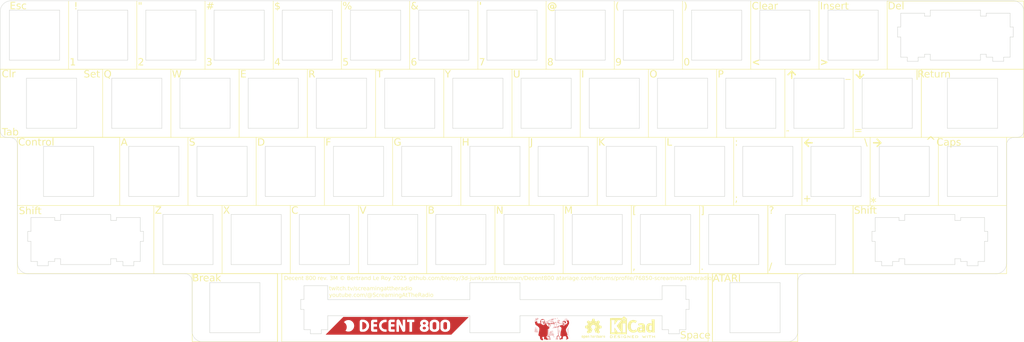
<source format=kicad_pcb>
(kicad_pcb (version 20241229) (generator "pcbnew") (generator_version "9.0")
  (title_block (title "Decent800 Plate") (date "2023-11-07") (rev "1"))
  (layers (0 "F.Cu" signal) (2 "B.Cu" signal) (13 "F.Paste" user) (15 "B.Paste" user) (5 "F.SilkS" user "F.Silkscreen") (7 "B.SilkS" user "B.Silkscreen") (1 "F.Mask" user) (3 "B.Mask" user) (25 "Edge.Cuts" user))
  (net 0 "")
  (footprint "Library:MX-1-00U-Hole" (layer "F.Cu") (at 168.51775 76.022)
    (property "Reference" "SWH1" (hide yes))
    (property "Value" "H")
    (fp_line (start -7 -7) (end -7 7) (stroke (width 0.12)) (layer "Edge.Cuts"))
    (fp_line (start -7 -7) (end 7 -7) (stroke (width 0.12)) (layer "Edge.Cuts"))
    (fp_line (start -7 7) (end 7 7) (stroke (width 0.12)) (layer "Edge.Cuts"))
    (fp_line (start 7 -7) (end 7 7) (stroke (width 0.12)) (layer "Edge.Cuts"))
  )
  (footprint "Library:6-25U-Hole" (layer "F.Cu") (at 168.51775 114.122)
    (property "Reference" "SWSpc1" (hide yes))
    (property "Value" "Space" (hide yes))
    (fp_line (start -54.2164 -2.286) (end -54.2164 0.508) (stroke (width 0.12)) (layer "Edge.Cuts"))
    (fp_line (start -53.33 -6.1468) (end -53.33 -2.286) (stroke (width 0.12)) (layer "Edge.Cuts"))
    (fp_line (start -53.33 -2.286) (end -54.2164 -2.286) (stroke (width 0.12)) (layer "Edge.Cuts"))
    (fp_line (start -53.33 0.508) (end -54.2164 0.508) (stroke (width 0.12)) (layer "Edge.Cuts"))
    (fp_line (start -53.33 0.508) (end -53.33 6.1468) (stroke (width 0.12)) (layer "Edge.Cuts"))
    (fp_line (start -51.524 6.1468) (end -53.33 6.1468) (stroke (width 0.12)) (layer "Edge.Cuts"))
    (fp_line (start -51.524 6.1468) (end -51.524 7.3152) (stroke (width 0.12)) (layer "Edge.Cuts"))
    (fp_line (start -48.476 6.1468) (end -48.476 7.3152) (stroke (width 0.12)) (layer "Edge.Cuts"))
    (fp_line (start -48.476 7.3152) (end -51.524 7.3152) (stroke (width 0.12)) (layer "Edge.Cuts"))
    (fp_line (start -46.6726 -6.1468) (end -53.3274 -6.1468) (stroke (width 0.12)) (layer "Edge.Cuts"))
    (fp_line (start -46.6726 -6.1468) (end -46.6726 -2.25) (stroke (width 0.12)) (layer "Edge.Cuts"))
    (fp_line (start -46.6726 -2.25) (end -7 -2.25) (stroke (width 0.12)) (layer "Edge.Cuts"))
    (fp_line (start -46.6726 2.25) (end -7 2.25) (stroke (width 0.12)) (layer "Edge.Cuts"))
    (fp_line (start -46.6726 6.1468) (end -48.4786 6.1468) (stroke (width 0.12)) (layer "Edge.Cuts"))
    (fp_line (start -46.6726 6.1468) (end -46.6726 2.25) (stroke (width 0.12)) (layer "Edge.Cuts"))
    (fp_line (start -7 -7) (end -7 -2.25) (stroke (width 0.12)) (layer "Edge.Cuts"))
    (fp_line (start -7 -7) (end 7 -7) (stroke (width 0.12)) (layer "Edge.Cuts"))
    (fp_line (start -7 7) (end -7 2.25) (stroke (width 0.12)) (layer "Edge.Cuts"))
    (fp_line (start -7 7) (end 7 7) (stroke (width 0.12)) (layer "Edge.Cuts"))
    (fp_line (start 7 -7) (end 7 -2.25) (stroke (width 0.12)) (layer "Edge.Cuts"))
    (fp_line (start 7 7) (end 7 2.25) (stroke (width 0.12)) (layer "Edge.Cuts"))
    (fp_line (start 46.67 -6.1468) (end 46.67 -2.25) (stroke (width 0.12)) (layer "Edge.Cuts"))
    (fp_line (start 46.67 -2.25) (end 7 -2.25) (stroke (width 0.12)) (layer "Edge.Cuts"))
    (fp_line (start 46.67 2.25) (end 7 2.25) (stroke (width 0.12)) (layer "Edge.Cuts"))
    (fp_line (start 46.67 6.1468) (end 46.67 2.25) (stroke (width 0.12)) (layer "Edge.Cuts"))
    (fp_line (start 46.67 6.1468) (end 48.476 6.1468) (stroke (width 0.12)) (layer "Edge.Cuts"))
    (fp_line (start 46.6726 -6.1468) (end 53.3274 -6.1468) (stroke (width 0.12)) (layer "Edge.Cuts"))
    (fp_line (start 48.476 6.1468) (end 48.476 7.3152) (stroke (width 0.12)) (layer "Edge.Cuts"))
    (fp_line (start 48.476 7.3152) (end 51.5214 7.3152) (stroke (width 0.12)) (layer "Edge.Cuts"))
    (fp_line (start 51.5214 6.1468) (end 51.5214 7.3152) (stroke (width 0.12)) (layer "Edge.Cuts"))
    (fp_line (start 51.5214 6.1468) (end 53.3274 6.1468) (stroke (width 0.12)) (layer "Edge.Cuts"))
    (fp_line (start 53.3274 -6.1468) (end 53.3274 -2.286) (stroke (width 0.12)) (layer "Edge.Cuts"))
    (fp_line (start 53.3274 -2.286) (end 54.2138 -2.286) (stroke (width 0.12)) (layer "Edge.Cuts"))
    (fp_line (start 53.3274 0.508) (end 53.3274 6.1468) (stroke (width 0.12)) (layer "Edge.Cuts"))
    (fp_line (start 53.3274 0.508) (end 54.2138 0.508) (stroke (width 0.12)) (layer "Edge.Cuts"))
    (fp_line (start 54.2138 -2.286) (end 54.2138 0.508) (stroke (width 0.12)) (layer "Edge.Cuts"))
  )
  (footprint "Library:MX-1-00U-Hole" (layer "F.Cu") (at 130.41775 76.022)
    (property "Reference" "SWF1" (hide yes))
    (property "Value" "F")
    (fp_line (start -7 -7) (end -7 7) (stroke (width 0.12)) (layer "Edge.Cuts"))
    (fp_line (start -7 -7) (end 7 -7) (stroke (width 0.12)) (layer "Edge.Cuts"))
    (fp_line (start -7 7) (end 7 7) (stroke (width 0.12)) (layer "Edge.Cuts"))
    (fp_line (start 7 -7) (end 7 7) (stroke (width 0.12)) (layer "Edge.Cuts"))
  )
  (footprint "Library:MX-1-00U-Hole" (layer "F.Cu") (at 173.28025 37.922)
    (property "Reference" "SW7" (hide yes))
    (property "Value" "7")
    (fp_line (start -7 -7) (end -7 7) (stroke (width 0.12)) (layer "Edge.Cuts"))
    (fp_line (start -7 -7) (end 7 -7) (stroke (width 0.12)) (layer "Edge.Cuts"))
    (fp_line (start -7 7) (end 7 7) (stroke (width 0.12)) (layer "Edge.Cuts"))
    (fp_line (start 7 -7) (end 7 7) (stroke (width 0.12)) (layer "Edge.Cuts"))
  )
  (footprint "Library:MX-1-00U-Hole" (layer "F.Cu") (at 220.90525 56.972)
    (property "Reference" "SWO1" (hide yes))
    (property "Value" "O")
    (fp_line (start -7 -7) (end -7 7) (stroke (width 0.12)) (layer "Edge.Cuts"))
    (fp_line (start -7 -7) (end 7 -7) (stroke (width 0.12)) (layer "Edge.Cuts"))
    (fp_line (start -7 7) (end 7 7) (stroke (width 0.12)) (layer "Edge.Cuts"))
    (fp_line (start 7 -7) (end 7 7) (stroke (width 0.12)) (layer "Edge.Cuts"))
  )
  (footprint "Library:2-00U-Hole" (layer "F.Cu") (at 297.1052 37.922)
    (property "Reference" "REF**" (hide yes))
    (property "Value" "MX_Hole_2.00" (hide yes))
    (fp_line (start -16.1544 -2.286) (end -16.1544 0.508) (stroke (width 0.12)) (layer "Edge.Cuts"))
    (fp_line (start -15.268 -6.1468) (end -15.268 -2.286) (stroke (width 0.12)) (layer "Edge.Cuts"))
    (fp_line (start -15.268 -2.286) (end -16.1544 -2.286) (stroke (width 0.12)) (layer "Edge.Cuts"))
    (fp_line (start -15.268 0.508) (end -16.1544 0.508) (stroke (width 0.12)) (layer "Edge.Cuts"))
    (fp_line (start -15.268 0.508) (end -15.268 6.1468) (stroke (width 0.12)) (layer "Edge.Cuts"))
    (fp_line (start -13.462 6.1468) (end -15.268 6.1468) (stroke (width 0.12)) (layer "Edge.Cuts"))
    (fp_line (start -13.462 6.1468) (end -13.462 7.3152) (stroke (width 0.12)) (layer "Edge.Cuts"))
    (fp_line (start -10.414 6.1468) (end -10.414 7.3152) (stroke (width 0.12)) (layer "Edge.Cuts"))
    (fp_line (start -10.414 7.3152) (end -13.462 7.3152) (stroke (width 0.12)) (layer "Edge.Cuts"))
    (fp_line (start -8.6132 -6.1468) (end -15.268 -6.1468) (stroke (width 0.12)) (layer "Edge.Cuts"))
    (fp_line (start -8.6132 -6.1468) (end -8.6132 -5.334) (stroke (width 0.12)) (layer "Edge.Cuts"))
    (fp_line (start -8.6132 -5.334) (end -7 -5.334) (stroke (width 0.12)) (layer "Edge.Cuts"))
    (fp_line (start -8.6132 5.3594) (end -7 5.3594) (stroke (width 0.12)) (layer "Edge.Cuts"))
    (fp_line (start -8.6132 6.1468) (end -10.414 6.1468) (stroke (width 0.12)) (layer "Edge.Cuts"))
    (fp_line (start -8.6132 6.1468) (end -8.6132 5.3594) (stroke (width 0.12)) (layer "Edge.Cuts"))
    (fp_line (start -7 -7) (end -7 -5.334) (stroke (width 0.12)) (layer "Edge.Cuts"))
    (fp_line (start -7 -7) (end 7 -7) (stroke (width 0.12)) (layer "Edge.Cuts"))
    (fp_line (start -7 7) (end -7 5.3594) (stroke (width 0.12)) (layer "Edge.Cuts"))
    (fp_line (start -7 7) (end 7 7) (stroke (width 0.12)) (layer "Edge.Cuts"))
    (fp_line (start 7 -7) (end 7 -5.334) (stroke (width 0.12)) (layer "Edge.Cuts"))
    (fp_line (start 7 7) (end 7 5.3594) (stroke (width 0.12)) (layer "Edge.Cuts"))
    (fp_line (start 8.6132 -6.1468) (end 8.6132 -5.334) (stroke (width 0.12)) (layer "Edge.Cuts"))
    (fp_line (start 8.6132 -6.1468) (end 15.268 -6.1468) (stroke (width 0.12)) (layer "Edge.Cuts"))
    (fp_line (start 8.6132 -5.334) (end 7 -5.334) (stroke (width 0.12)) (layer "Edge.Cuts"))
    (fp_line (start 8.6132 5.3594) (end 7 5.3594) (stroke (width 0.12)) (layer "Edge.Cuts"))
    (fp_line (start 8.6132 6.1468) (end 8.6132 5.3594) (stroke (width 0.12)) (layer "Edge.Cuts"))
    (fp_line (start 8.6132 6.1468) (end 10.414 6.1468) (stroke (width 0.12)) (layer "Edge.Cuts"))
    (fp_line (start 10.414 6.1468) (end 10.414 7.3152) (stroke (width 0.12)) (layer "Edge.Cuts"))
    (fp_line (start 10.414 7.3152) (end 13.462 7.3152) (stroke (width 0.12)) (layer "Edge.Cuts"))
    (fp_line (start 13.462 6.1468) (end 13.462 7.3152) (stroke (width 0.12)) (layer "Edge.Cuts"))
    (fp_line (start 13.462 6.1468) (end 15.268 6.1468) (stroke (width 0.12)) (layer "Edge.Cuts"))
    (fp_line (start 15.268 -6.1468) (end 15.268 -2.286) (stroke (width 0.12)) (layer "Edge.Cuts"))
    (fp_line (start 15.268 -2.286) (end 16.1544 -2.286) (stroke (width 0.12)) (layer "Edge.Cuts"))
    (fp_line (start 15.268 0.508) (end 15.268 6.1468) (stroke (width 0.12)) (layer "Edge.Cuts"))
    (fp_line (start 15.268 0.508) (end 16.1544 0.508) (stroke (width 0.12)) (layer "Edge.Cuts"))
    (fp_line (start 16.1544 -2.286) (end 16.1544 0.508) (stroke (width 0.12)) (layer "Edge.Cuts"))
  )
  (footprint "Library:MX-1-00U-Hole" (layer "F.Cu") (at 144.70525 56.972)
    (property "Reference" "SWT1" (hide yes))
    (property "Value" "T")
    (fp_line (start -7 -7) (end -7 7) (stroke (width 0.12)) (layer "Edge.Cuts"))
    (fp_line (start -7 -7) (end 7 -7) (stroke (width 0.12)) (layer "Edge.Cuts"))
    (fp_line (start -7 7) (end 7 7) (stroke (width 0.12)) (layer "Edge.Cuts"))
    (fp_line (start 7 -7) (end 7 7) (stroke (width 0.12)) (layer "Edge.Cuts"))
  )
  (footprint "Library:MX-1-00U-Hole" (layer "F.Cu") (at 73.26775 76.022)
    (property "Reference" "SWA1" (hide yes))
    (property "Value" "A")
    (fp_line (start -7 -7) (end -7 7) (stroke (width 0.12)) (layer "Edge.Cuts"))
    (fp_line (start -7 -7) (end 7 -7) (stroke (width 0.12)) (layer "Edge.Cuts"))
    (fp_line (start -7 7) (end 7 7) (stroke (width 0.12)) (layer "Edge.Cuts"))
    (fp_line (start 7 -7) (end 7 7) (stroke (width 0.12)) (layer "Edge.Cuts"))
  )
  (footprint "Library:MX-1-00U-Hole" (layer "F.Cu") (at 68.50525 56.972)
    (property "Reference" "SWQ1" (hide yes))
    (property "Value" "Q")
    (fp_line (start -7 -7) (end -7 7) (stroke (width 0.12)) (layer "Edge.Cuts"))
    (fp_line (start -7 -7) (end 7 -7) (stroke (width 0.12)) (layer "Edge.Cuts"))
    (fp_line (start -7 7) (end 7 7) (stroke (width 0.12)) (layer "Edge.Cuts"))
    (fp_line (start 7 -7) (end 7 7) (stroke (width 0.12)) (layer "Edge.Cuts"))
  )
  (footprint "Symbol:KiCad-Logo2_5mm_SilkScreen" (layer "F.Cu") (at 206.922 119.619)
    (property "Reference" "REF**" (hide yes))
    (property "Value" "KiCad-Logo2_5mm_SilkScreen" (hide yes))
  )
  (footprint "Library:MX-1-00U-Hole" (layer "F.Cu") (at 106.60525 56.972)
    (property "Reference" "SWE1" (hide yes))
    (property "Value" "E")
    (fp_line (start -7 -7) (end -7 7) (stroke (width 0.12)) (layer "Edge.Cuts"))
    (fp_line (start -7 -7) (end 7 -7) (stroke (width 0.12)) (layer "Edge.Cuts"))
    (fp_line (start -7 7) (end 7 7) (stroke (width 0.12)) (layer "Edge.Cuts"))
    (fp_line (start 7 -7) (end 7 7) (stroke (width 0.12)) (layer "Edge.Cuts"))
  )
  (footprint "Library:MX-1-00U-Hole" (layer "F.Cu") (at 82.79275 95.072)
    (property "Reference" "SWZ1" (hide yes))
    (property "Value" "Z")
    (fp_line (start -7 -7) (end -7 7) (stroke (width 0.12)) (layer "Edge.Cuts"))
    (fp_line (start -7 -7) (end 7 -7) (stroke (width 0.12)) (layer "Edge.Cuts"))
    (fp_line (start -7 7) (end 7 7) (stroke (width 0.12)) (layer "Edge.Cuts"))
    (fp_line (start 7 -7) (end 7 7) (stroke (width 0.12)) (layer "Edge.Cuts"))
  )
  (footprint "Library:1-25U-Hole" (layer "F.Cu") (at 256.623932 95.072)
    (property "Reference" "SWSlash1" (hide yes))
    (property "Value" "Slash" (hide yes))
    (fp_line (start -7 -7) (end -7 7) (stroke (width 0.12)) (layer "Edge.Cuts"))
    (fp_line (start -7 -7) (end 7 -7) (stroke (width 0.12)) (layer "Edge.Cuts"))
    (fp_line (start -7 7) (end 7 7) (stroke (width 0.12)) (layer "Edge.Cuts"))
    (fp_line (start 7 -7) (end 7 7) (stroke (width 0.12)) (layer "Edge.Cuts"))
  )
  (footprint "LOGO" (layer "F.Cu") (at 184.4 119.5)
    (property "Reference" "G***" (hide yes))
    (property "Value" "LOGOGO" (hide yes))
    (fp_poly (pts (xy -4.28735 0.421327) (xy -4.29198 0.425957) (xy -4.296609 0.421327) (xy -4.29198 0.416697)) (fill yes) (layer "F.Cu"))
    (fp_poly (pts (xy -4.114345 0.646459) (xy -4.113241 0.660931) (xy -4.115076 0.664207) (xy -4.119285 0.661446) (xy -4.11994 0.652054) (xy -4.117678 0.642173)) (fill yes) (layer "F.Cu"))
    (fp_poly (pts (xy -4.105238 1.660615) (xy -4.104129 1.671604) (xy -4.105238 1.672962) (xy -4.110743 1.67169) (xy -4.111411 1.666788) (xy -4.108023 1.659166)) (fill yes) (layer "F.Cu"))
    (fp_poly (pts (xy -3.873587 1.757651) (xy -3.872483 1.772124) (xy -3.874318 1.7754) (xy -3.878527 1.772638) (xy -3.879181 1.763246) (xy -3.87692 1.753365)) (fill yes) (layer "F.Cu"))
    (fp_poly (pts (xy -3.855219 1.086499) (xy -3.854111 1.097488) (xy -3.855219 1.098846) (xy -3.860724 1.097575) (xy -3.861393 1.092672) (xy -3.858005 1.08505)) (fill yes) (layer "F.Cu"))
    (fp_poly (pts (xy -3.790247 0.942777) (xy -3.789144 0.957249) (xy -3.790978 0.960525) (xy -3.795187 0.957764) (xy -3.795842 0.948372) (xy -3.793581 0.938491)) (fill yes) (layer "F.Cu"))
    (fp_poly (pts (xy -4.010763 0.633127) (xy -4.011459 0.649715) (xy -4.014862 0.671345) (xy -4.022312 0.649813) (xy -4.026053 0.63136) (xy -4.024287 0.622804) (xy -4.015391 0.620934)) (fill yes) (layer "F.Cu"))
    (fp_poly (pts (xy 0.42313 1.745788) (xy 0.417846 1.752597) (xy 0.41006 1.758449) (xy 0.412003 1.74917) (xy 0.412662 1.747413) (xy 0.419998 1.736074) (xy 0.424169 1.735993)) (fill yes) (layer "F.Cu"))
    (fp_poly (pts (xy -3.841831 1.858585) (xy -3.834584 1.8737) (xy -3.835079 1.879535) (xy -3.842433 1.885226) (xy -3.845381 1.883432) (xy -3.851525 1.868957) (xy -3.852133 1.862482) (xy -3.849195 1.853664)) (fill yes) (layer "F.Cu"))
    (fp_poly (pts (xy -3.833711 1.146334) (xy -3.830264 1.152862) (xy -3.829601 1.164809) (xy -3.832913 1.166752) (xy -3.842774 1.15939) (xy -3.846221 1.152862) (xy -3.846884 1.140915) (xy -3.843573 1.138972)) (fill yes) (layer "F.Cu"))
    (fp_poly (pts (xy -1.694568 -1.226941) (xy -1.685661 -1.215103) (xy -1.685308 -1.212505) (xy -1.692371 -1.204041) (xy -1.694568 -1.203791) (xy -1.702695 -1.211329) (xy -1.703828 -1.218228) (xy -1.699339 -1.227812)) (fill yes) (layer "F.Cu"))
    (fp_poly (pts (xy 0.083233 1.127616) (xy 0.083339 1.129712) (xy 0.076221 1.138616) (xy 0.073533 1.138972) (xy 0.068003 1.133299) (xy 0.06945 1.129712) (xy 0.077771 1.120878) (xy 0.079256 1.120452)) (fill yes) (layer "F.Cu"))
    (fp_poly (pts (xy 0.11085 1.099719) (xy 0.111119 1.101932) (xy 0.104073 1.110923) (xy 0.101859 1.111192) (xy 0.092868 1.104146) (xy 0.092599 1.101932) (xy 0.099646 1.092941) (xy 0.101859 1.092672)) (fill yes) (layer "F.Cu"))
    (fp_poly (pts (xy 0.341285 1.432759) (xy 0.342618 1.439373) (xy 0.337783 1.452043) (xy 0.333358 1.45381) (xy 0.324363 1.447164) (xy 0.324098 1.445096) (xy 0.330829 1.432555) (xy 0.333358 1.43066)) (fill yes) (layer "F.Cu"))
    (fp_poly (pts (xy 1.759011 -0.595174) (xy 1.759388 -0.592636) (xy 1.756228 -0.583617) (xy 1.755304 -0.583376) (xy 1.747398 -0.589865) (xy 1.745498 -0.592636) (xy 1.746232 -0.601169) (xy 1.749581 -0.601896)) (fill yes) (layer "F.Cu"))
    (fp_poly (pts (xy 1.887982 2.581762) (xy 1.889027 2.588152) (xy 1.884027 2.600475) (xy 1.879767 2.602042) (xy 1.871552 2.594541) (xy 1.870507 2.588152) (xy 1.875507 2.575829) (xy 1.879767 2.574262)) (fill yes) (layer "F.Cu"))
    (fp_poly (pts (xy 1.962837 1.609015) (xy 1.963106 1.611229) (xy 1.95606 1.620219) (xy 1.953846 1.620489) (xy 1.944855 1.613442) (xy 1.944586 1.611229) (xy 1.951633 1.602238) (xy 1.953846 1.601969)) (fill yes) (layer "F.Cu"))
    (fp_poly (pts (xy 1.990617 1.349737) (xy 1.990886 1.35195) (xy 1.983839 1.360941) (xy 1.981626 1.36121) (xy 1.972635 1.354164) (xy 1.972366 1.35195) (xy 1.979413 1.34296) (xy 1.981626 1.342691)) (fill yes) (layer "F.Cu"))
    (fp_poly (pts (xy 2.101322 2.564882) (xy 2.101724 2.576577) (xy 2.100088 2.597509) (xy 2.094368 2.600597) (xy 2.088161 2.592855) (xy 2.08761 2.578188) (xy 2.091962 2.56739) (xy 2.098702 2.558343)) (fill yes) (layer "F.Cu"))
    (fp_poly (pts (xy 2.276715 2.00441) (xy 2.276208 2.009985) (xy 2.264484 2.024018) (xy 2.260003 2.026189) (xy 2.251393 2.023662) (xy 2.2519 2.018087) (xy 2.263624 2.004054) (xy 2.268105 2.001882)) (fill yes) (layer "F.Cu"))
    (fp_poly (pts (xy 4.663824 0.47793) (xy 4.662377 0.481517) (xy 4.654056 0.49035) (xy 4.652571 0.490777) (xy 4.648593 0.483612) (xy 4.648487 0.481517) (xy 4.655606 0.472613) (xy 4.658294 0.472257)) (fill yes) (layer "F.Cu"))
    (fp_poly (pts (xy 4.74758 0.569574) (xy 4.740817 0.584486) (xy 4.731198 0.592589) (xy 4.73051 0.592636) (xy 4.7276 0.585926) (xy 4.732251 0.573323) (xy 4.741593 0.560044) (xy 4.746685 0.558108)) (fill yes) (layer "F.Cu"))
    (fp_poly (pts (xy -3.734265 1.110176) (xy -3.731767 1.127535) (xy -3.731753 1.129166) (xy -3.73311 1.151434) (xy -3.736647 1.155983) (xy -3.74156 1.142471) (xy -3.743322 1.134121) (xy -3.74393 1.114818) (xy -3.739772 1.105795)) (fill yes) (layer "F.Cu"))
    (fp_poly (pts (xy -1.547508 -1.282858) (xy -1.546691 -1.261666) (xy -1.54753 -1.23357) (xy -1.550513 -1.223573) (xy -1.555537 -1.231799) (xy -1.559559 -1.245811) (xy -1.560722 -1.269809) (xy -1.556215 -1.285166) (xy -1.550418 -1.291365)) (fill yes) (layer "F.Cu"))
    (fp_poly (pts (xy -0.784044 -1.449956) (xy -0.782003 -1.430565) (xy -0.787811 -1.41366) (xy -0.797345 -1.40751) (xy -0.804292 -1.415157) (xy -0.805472 -1.423715) (xy -0.800983 -1.445115) (xy -0.797501 -1.452271) (xy -0.789895 -1.459224)) (fill yes) (layer "F.Cu"))
    (fp_poly (pts (xy 0.221982 1.601704) (xy 0.216391 1.61425) (xy 0.207687 1.624457) (xy 0.192267 1.637433) (xy 0.185728 1.635804) (xy 0.185199 1.631184) (xy 0.19139 1.619754) (xy 0.203719 1.606599) (xy 0.217468 1.597848)) (fill yes) (layer "F.Cu"))
    (fp_poly (pts (xy 0.481297 1.667582) (xy 0.476991 1.686228) (xy 0.475896 1.689181) (xy 0.466977 1.701147) (xy 0.457278 1.703436) (xy 0.453737 1.696338) (xy 0.458792 1.683837) (xy 0.467332 1.670873) (xy 0.477691 1.661638)) (fill yes) (layer "F.Cu"))
    (fp_poly (pts (xy 2.192979 1.875813) (xy 2.193585 1.887618) (xy 2.187162 1.90455) (xy 2.185345 1.907547) (xy 2.178544 1.914951) (xy 2.176319 1.905802) (xy 2.176226 1.901148) (xy 2.179896 1.882475) (xy 2.185345 1.875137)) (fill yes) (layer "F.Cu"))
    (fp_poly (pts (xy 2.33679 -0.740795) (xy 2.338617 -0.715569) (xy 2.335213 -0.686387) (xy 2.334952 -0.685235) (xy 2.327425 -0.652825) (xy 2.321179 -0.680605) (xy 2.319239 -0.710753) (xy 2.323017 -0.736165) (xy 2.331101 -0.763945)) (fill yes) (layer "F.Cu"))
    (fp_poly (pts (xy -4.140308 0.568795) (xy -4.132137 0.579604) (xy -4.126721 0.59558) (xy -4.126227 0.608417) (xy -4.129254 0.611156) (xy -4.141663 0.605566) (xy -4.142277 0.604982) (xy -4.147518 0.593048) (xy -4.148018 0.578225) (xy -4.144224 0.568706)) (fill yes) (layer "F.Cu"))
    (fp_poly (pts (xy -4.033782 1.206854) (xy -4.024481 1.21906) (xy -4.019131 1.235643) (xy -4.018953 1.238516) (xy -4.023138 1.249389) (xy -4.032481 1.246909) (xy -4.041498 1.23288) (xy -4.042183 1.230874) (xy -4.044657 1.213046) (xy -4.042303 1.205677)) (fill yes) (layer "F.Cu"))
    (fp_poly (pts (xy -3.765481 1.008792) (xy -3.760858 1.016763) (xy -3.75301 1.038889) (xy -3.752408 1.053803) (xy -3.756192 1.06265) (xy -3.762846 1.056173) (xy -3.767469 1.048202) (xy -3.775316 1.026076) (xy -3.775919 1.011163) (xy -3.772134 1.002315)) (fill yes) (layer "F.Cu"))
    (fp_poly (pts (xy -1.613897 -1.2604) (xy -1.61123 -1.242497) (xy -1.611229 -1.241924) (xy -1.614029 -1.220336) (xy -1.620488 -1.208421) (xy -1.62708 -1.212002) (xy -1.629747 -1.229905) (xy -1.629748 -1.230478) (xy -1.626948 -1.252066) (xy -1.620488 -1.263981)) (fill yes) (layer "F.Cu"))
    (fp_poly (pts (xy -1.465243 -1.307297) (xy -1.46354 -1.289619) (xy -1.467165 -1.269616) (xy -1.471314 -1.260677) (xy -1.480166 -1.25339) (xy -1.485934 -1.258889) (xy -1.489052 -1.27492) (xy -1.485933 -1.295035) (xy -1.478637 -1.310863) (xy -1.472153 -1.314911)) (fill yes) (layer "F.Cu"))
    (fp_poly (pts (xy 1.409151 -0.742228) (xy 1.417487 -0.724378) (xy 1.421497 -0.704948) (xy 1.418738 -0.692759) (xy 1.411262 -0.695162) (xy 1.402729 -0.711499) (xy 1.400741 -0.717417) (xy 1.396029 -0.739471) (xy 1.398228 -0.749794) (xy 1.399346 -0.750055)) (fill yes) (layer "F.Cu"))
    (fp_poly (pts (xy 1.588961 -0.590731) (xy 1.590907 -0.573552) (xy 1.588774 -0.5597) (xy 1.580394 -0.541428) (xy 1.571139 -0.538395) (xy 1.565431 -0.550935) (xy 1.565071 -0.557911) (xy 1.568607 -0.580396) (xy 1.573173 -0.591309) (xy 1.582333 -0.598102)) (fill yes) (layer "F.Cu"))
    (fp_poly (pts (xy 1.98798 2.633089) (xy 1.990047 2.646126) (xy 1.98466 2.665972) (xy 1.974955 2.684239) (xy 1.965891 2.692184) (xy 1.959425 2.690031) (xy 1.961022 2.674702) (xy 1.96329 2.666219) (xy 1.972254 2.640029) (xy 1.980171 2.629962)) (fill yes) (layer "F.Cu"))
    (fp_poly (pts (xy -4.562273 -1.695825) (xy -4.54945 -1.675491) (xy -4.548232 -1.655723) (xy -4.557899 -1.637269) (xy -4.575401 -1.630941) (xy -4.593772 -1.637731) (xy -4.602074 -1.648056) (xy -4.608199 -1.671676) (xy -4.603201 -1.69217) (xy -4.589095 -1.703259) (xy -4.584177 -1.703828)) (fill yes) (layer "F.Cu"))
    (fp_poly (pts (xy -4.545981 0.053642) (xy -4.537694 0.064211) (xy -4.528642 0.088438) (xy -4.531123 0.10059) (xy -4.542103 0.098599) (xy -4.558548 0.080398) (xy -4.559453 0.079035) (xy -4.571609 0.058545) (xy -4.572573 0.048901) (xy -4.562507 0.046316) (xy -4.560843 0.0463)) (fill yes) (layer "F.Cu"))
    (fp_poly (pts (xy -3.901011 1.654822) (xy -3.893802 1.666788) (xy -3.883532 1.690731) (xy -3.880512 1.710903) (xy -3.885315 1.721742) (xy -3.888092 1.722348) (xy -3.896533 1.71458) (xy -3.901856 1.701513) (xy -3.906387 1.676126) (xy -3.907238 1.662158) (xy -3.906034 1.651036)) (fill yes) (layer "F.Cu"))
    (fp_poly (pts (xy -2.971864 -1.174431) (xy -2.96399 -1.160204) (xy -2.958183 -1.137706) (xy -2.965649 -1.127415) (xy -2.985229 -1.130661) (xy -2.98844 -1.132071) (xy -3.006626 -1.146358) (xy -3.015872 -1.164777) (xy -3.013747 -1.181003) (xy -3.008994 -1.185571) (xy -2.989361 -1.189086)) (fill yes) (layer "F.Cu"))
    (fp_poly (pts (xy -0.83672 -1.44815) (xy -0.834574 -1.429031) (xy -0.83515 -1.419801) (xy -0.840395 -1.395141) (xy -0.849294 -1.382602) (xy -0.859189 -1.38451) (xy -0.864655 -1.393965) (xy -0.867328 -1.41549) (xy -0.862368 -1.437192) (xy -0.852127 -1.451635) (xy -0.845721 -1.45381)) (fill yes) (layer "F.Cu"))
    (fp_poly (pts (xy 0.425723 1.515247) (xy 0.422631 1.529942) (xy 0.409319 1.549045) (xy 0.402807 1.555669) (xy 0.386607 1.568517) (xy 0.379993 1.567042) (xy 0.379657 1.563974) (xy 0.384762 1.546394) (xy 0.396666 1.526705) (xy 0.410256 1.512341) (xy 0.417222 1.509369)) (fill yes) (layer "F.Cu"))
    (fp_poly (pts (xy 1.708458 -0.740795) (xy 1.718782 -0.711872) (xy 1.721546 -0.679736) (xy 1.716183 -0.653315) (xy 1.714253 -0.649763) (xy 1.707656 -0.646539) (xy 1.701938 -0.660569) (xy 1.700505 -0.667126) (xy 1.696385 -0.698214) (xy 1.694896 -0.730377) (xy 1.695224 -0.763945)) (fill yes) (layer "F.Cu"))
    (fp_poly (pts (xy 2.424307 -0.714237) (xy 2.425452 -0.68755) (xy 2.424226 -0.660397) (xy 2.420378 -0.642752) (xy 2.416843 -0.638935) (xy 2.410719 -0.647019) (xy 2.408211 -0.666712) (xy 2.408234 -0.66903) (xy 2.41116 -0.696442) (xy 2.416843 -0.717645) (xy 2.421567 -0.723821)) (fill yes) (layer "F.Cu"))
    (fp_poly (pts (xy 2.703895 -0.721328) (xy 2.703901 -0.720254) (xy 2.700632 -0.69008) (xy 2.691897 -0.671107) (xy 2.683233 -0.666715) (xy 2.678044 -0.674723) (xy 2.679656 -0.69596) (xy 2.679767 -0.696521) (xy 2.686805 -0.721285) (xy 2.694646 -0.735123) (xy 2.701079 -0.735862)) (fill yes) (layer "F.Cu"))
    (fp_poly (pts (xy 4.271954 1.146502) (xy 4.267898 1.165419) (xy 4.267442 1.166752) (xy 4.257923 1.185859) (xy 4.248142 1.194725) (xy 4.241799 1.190837) (xy 4.24105 1.184663) (xy 4.245586 1.16718) (xy 4.255859 1.149301) (xy 4.266868 1.139299) (xy 4.268674 1.138972)) (fill yes) (layer "F.Cu"))
    (fp_poly (pts (xy -4.074212 0.748388) (xy -4.063387 0.76646) (xy -4.053941 0.787954) (xy -4.04913 0.805812) (xy -4.05018 0.81229) (xy -4.057352 0.808274) (xy -4.069554 0.792548) (xy -4.073837 0.785824) (xy -4.088306 0.759861) (xy -4.092051 0.745813) (xy -4.085644 0.740918) (xy -4.083158 0.740795)) (fill yes) (layer "F.Cu"))
    (fp_poly (pts (xy -1.393927 -1.325863) (xy -1.389953 -1.300052) (xy -1.38899 -1.272484) (xy -1.391293 -1.245547) (xy -1.397219 -1.232465) (xy -1.405293 -1.234987) (xy -1.411149 -1.246218) (xy -1.415842 -1.270413) (xy -1.41596 -1.299771) (xy -1.41178 -1.324753) (xy -1.408657 -1.331892) (xy -1.40038 -1.337133)) (fill yes) (layer "F.Cu"))
    (fp_poly (pts (xy -1.327879 -1.342552) (xy -1.324729 -1.321491) (xy -1.324171 -1.301567) (xy -1.324548 -1.270559) (xy -1.326258 -1.254892) (xy -1.330164 -1.251392) (xy -1.336517 -1.256264) (xy -1.341088 -1.269921) (xy -1.342623 -1.293485) (xy -1.341382 -1.319365) (xy -1.337619 -1.33997) (xy -1.33343 -1.34732)) (fill yes) (layer "F.Cu"))
    (fp_poly (pts (xy -0.654054 -0.446302) (xy -0.63789 -0.428521) (xy -0.624985 -0.407174) (xy -0.620416 -0.390635) (xy -0.62675 -0.374771) (xy -0.641432 -0.370331) (xy -0.657984 -0.377642) (xy -0.666389 -0.388308) (xy -0.673224 -0.408406) (xy -0.67574 -0.430661) (xy -0.673729 -0.448043) (xy -0.668329 -0.453737)) (fill yes) (layer "F.Cu"))
    (fp_poly (pts (xy 1.608001 -0.742021) (xy 1.610685 -0.718381) (xy 1.61002 -0.691003) (xy 1.606006 -0.667125) (xy 1.601969 -0.657455) (xy 1.59684 -0.655479) (xy 1.593875 -0.669737) (xy 1.592852 -0.701323) (xy 1.592851 -0.701986) (xy 1.594084 -0.73489) (xy 1.597771 -0.752546) (xy 1.601969 -0.754685)) (fill yes) (layer "F.Cu"))
    (fp_poly (pts (xy 1.785134 -0.760556) (xy 1.791396 -0.741369) (xy 1.794058 -0.718319) (xy 1.791983 -0.698709) (xy 1.788328 -0.691951) (xy 1.780487 -0.688586) (xy 1.777823 -0.701477) (xy 1.777781 -0.704218) (xy 1.775276 -0.731795) (xy 1.772071 -0.74774) (xy 1.771233 -0.764118) (xy 1.776408 -0.768574)) (fill yes) (layer "F.Cu"))
    (fp_poly (pts (xy 2.237321 -0.75119) (xy 2.239664 -0.730756) (xy 2.238673 -0.703919) (xy 2.234347 -0.676587) (xy 2.231644 -0.666715) (xy 2.227535 -0.658498) (xy 2.224942 -0.665759) (xy 2.223552 -0.689799) (xy 2.223307 -0.70144) (xy 2.224173 -0.73255) (xy 2.227463 -0.753217) (xy 2.231644 -0.759315)) (fill yes) (layer "F.Cu"))
    (fp_poly (pts (xy 4.692048 0.64237) (xy 4.692504 0.653995) (xy 4.68569 0.673763) (xy 4.674993 0.694668) (xy 4.6638 0.709705) (xy 4.657897 0.713015) (xy 4.650069 0.705392) (xy 4.648795 0.69681) (xy 4.653757 0.680349) (xy 4.665176 0.661897) (xy 4.678624 0.647022) (xy 4.689676 0.641297)) (fill yes) (layer "F.Cu"))
    (fp_poly (pts (xy 4.710673 1.903316) (xy 4.705897 1.924239) (xy 4.697801 1.946971) (xy 4.688797 1.964097) (xy 4.684851 1.968154) (xy 4.676823 1.96658) (xy 4.676267 1.963355) (xy 4.679529 1.94748) (xy 4.687421 1.926443) (xy 4.697102 1.906335) (xy 4.705732 1.893248) (xy 4.709721 1.891614)) (fill yes) (layer "F.Cu"))
    (fp_poly (pts (xy 4.807733 0.265699) (xy 4.809541 0.279467) (xy 4.800283 0.300896) (xy 4.784392 0.321783) (xy 4.762837 0.339217) (xy 4.744971 0.341054) (xy 4.736575 0.333549) (xy 4.736228 0.317257) (xy 4.747807 0.296272) (xy 4.767895 0.276271) (xy 4.773415 0.27237) (xy 4.795484 0.262399)) (fill yes) (layer "F.Cu"))
    (fp_poly (pts (xy -4.489105 1.600378) (xy -4.478103 1.619414) (xy -4.466777 1.643859) (xy -4.459207 1.664473) (xy -4.458187 1.681257) (xy -4.466036 1.684684) (xy -4.477747 1.673658) (xy -4.480387 1.669103) (xy -4.487934 1.650134) (xy -4.494297 1.62688) (xy -4.498082 1.605884) (xy -4.497894 1.593688) (xy -4.496672 1.592709)) (fill yes) (layer "F.Cu"))
    (fp_poly (pts (xy -4.383892 0.170405) (xy -4.369036 0.19168) (xy -4.35624 0.216436) (xy -4.349187 0.237931) (xy -4.349373 0.246829) (xy -4.358905 0.258549) (xy -4.370728 0.252795) (xy -4.383501 0.230251) (xy -4.383942 0.229183) (xy -4.398236 0.192232) (xy -4.404659 0.169769) (xy -4.403607 0.159711) (xy -4.397126 0.159358)) (fill yes) (layer "F.Cu"))
    (fp_poly (pts (xy 0.300942 1.494091) (xy 0.289876 1.516222) (xy 0.281818 1.52877) (xy 0.260229 1.557862) (xy 0.246783 1.570921) (xy 0.241043 1.56833) (xy 0.240758 1.564829) (xy 0.245308 1.551168) (xy 0.256716 1.531364) (xy 0.271626 1.509939) (xy 0.286677 1.491415) (xy 0.298512 1.480315) (xy 0.303583 1.480234)) (fill yes) (layer "F.Cu"))
    (fp_poly (pts (xy 2.148276 -0.770785) (xy 2.151646 -0.763964) (xy 2.156966 -0.7288) (xy 2.150557 -0.688715) (xy 2.144009 -0.671345) (xy 2.136981 -0.656899) (xy 2.133118 -0.654113) (xy 2.131388 -0.665138) (xy 2.130758 -0.692128) (xy 2.130679 -0.699125) (xy 2.131842 -0.734662) (xy 2.135683 -0.760063) (xy 2.141422 -0.77291)) (fill yes) (layer "F.Cu"))
    (fp_poly (pts (xy 4.401747 1.711209) (xy 4.3966 1.729895) (xy 4.386713 1.754703) (xy 4.373933 1.780451) (xy 4.37148 1.784765) (xy 4.36406 1.795897) (xy 4.361886 1.790862) (xy 4.361711 1.785167) (xy 4.36521 1.766892) (xy 4.374134 1.743334) (xy 4.385408 1.720971) (xy 4.395958 1.706286) (xy 4.400308 1.703828)) (fill yes) (layer "F.Cu"))
    (fp_poly (pts (xy 4.440984 1.087786) (xy 4.43399 1.109095) (xy 4.422693 1.135011) (xy 4.409464 1.159757) (xy 4.403494 1.168998) (xy 4.393351 1.180019) (xy 4.389209 1.177764) (xy 4.392902 1.163645) (xy 4.402193 1.14158) (xy 4.414401 1.116763) (xy 4.426845 1.094387) (xy 4.436844 1.079645) (xy 4.441304 1.076861)) (fill yes) (layer "F.Cu"))
    (fp_poly (pts (xy -3.914216 0.901957) (xy -3.903624 0.924709) (xy -3.893362 0.953773) (xy -3.885419 0.983226) (xy -3.881784 1.007146) (xy -3.881998 1.013963) (xy -3.884817 1.023784) (xy -3.889972 1.018326) (xy -3.896065 1.004703) (xy -3.910202 0.96746) (xy -3.920554 0.934052) (xy -3.926247 0.908131) (xy -3.926409 0.89335) (xy -3.923148 0.89144)) (fill yes) (layer "F.Cu"))
    (fp_poly (pts (xy -0.692127 -1.50152) (xy -0.691123 -1.497989) (xy -0.685631 -1.465551) (xy -0.68602 -1.436036) (xy -0.691314 -1.413097) (xy -0.70054 -1.400385) (xy -0.712722 -1.40155) (xy -0.716102 -1.404423) (xy -0.721244 -1.419402) (xy -0.722538 -1.444884) (xy -0.720459 -1.473367) (xy -0.715482 -1.497345) (xy -0.709516 -1.508431) (xy -0.698851 -1.512889)) (fill yes) (layer "F.Cu"))
    (fp_poly (pts (xy 0.345486 1.636557) (xy 0.338829 1.653395) (xy 0.336196 1.658082) (xy 0.321262 1.679931) (xy 0.304457 1.699732) (xy 0.289375 1.713918) (xy 0.27961 1.718917) (xy 0.277798 1.716091) (xy 0.283112 1.702314) (xy 0.296293 1.681361) (xy 0.3132 1.658697) (xy 0.329695 1.639788) (xy 0.341637 1.6301) (xy 0.343199 1.629749)) (fill yes) (layer "F.Cu"))
    (fp_poly (pts (xy 0.450481 1.299309) (xy 0.447859 1.30849) (xy 0.435832 1.326709) (xy 0.41793 1.349749) (xy 0.397686 1.373397) (xy 0.378629 1.393435) (xy 0.364292 1.40565) (xy 0.359846 1.40751) (xy 0.359696 1.400851) (xy 0.368753 1.383628) (xy 0.380622 1.365882) (xy 0.408812 1.329371) (xy 0.43103 1.306315) (xy 0.446099 1.297838)) (fill yes) (layer "F.Cu"))
    (fp_poly (pts (xy 0.608661 2.437245) (xy 0.603752 2.451242) (xy 0.59156 2.475474) (xy 0.587596 2.482628) (xy 0.56521 2.52127) (xy 0.550024 2.544521) (xy 0.541057 2.553603) (xy 0.537326 2.549739) (xy 0.537076 2.545517) (xy 0.54229 2.52888) (xy 0.555499 2.503685) (xy 0.573057 2.475779) (xy 0.591316 2.451006) (xy 0.605204 2.436328)) (fill yes) (layer "F.Cu"))
    (fp_poly (pts (xy 1.959928 -0.726187) (xy 1.960932 -0.706623) (xy 1.961088 -0.689865) (xy 1.959952 -0.65546) (xy 1.956843 -0.625376) (xy 1.953846 -0.611156) (xy 1.949665 -0.602118) (xy 1.947367 -0.608618) (xy 1.946604 -0.631994) (xy 1.946605 -0.638935) (xy 1.948018 -0.673578) (xy 1.951428 -0.705119) (xy 1.953846 -0.717645) (xy 1.957689 -0.729388)) (fill yes) (layer "F.Cu"))
    (fp_poly (pts (xy 2.056351 2.413785) (xy 2.059692 2.427725) (xy 2.057103 2.45199) (xy 2.050242 2.480826) (xy 2.040771 2.50848) (xy 2.030348 2.529196) (xy 2.020747 2.537222) (xy 2.012481 2.533119) (xy 2.011443 2.518045) (xy 2.013854 2.502497) (xy 2.022678 2.465897) (xy 2.033433 2.436411) (xy 2.044491 2.417439) (xy 2.054222 2.412383)) (fill yes) (layer "F.Cu"))
    (fp_poly (pts (xy 2.148205 1.982328) (xy 2.144895 2.002832) (xy 2.137624 2.029017) (xy 2.126324 2.056567) (xy 2.112341 2.077292) (xy 2.098762 2.087721) (xy 2.088673 2.084385) (xy 2.088554 2.084195) (xy 2.08842 2.069783) (xy 2.095729 2.046075) (xy 2.107773 2.019264) (xy 2.121841 1.995544) (xy 2.13291 1.982807) (xy 2.144264 1.976183)) (fill yes) (layer "F.Cu"))
    (fp_poly (pts (xy 2.273932 1.475954) (xy 2.269118 1.500094) (xy 2.258973 1.528918) (xy 2.24536 1.556689) (xy 2.23638 1.570362) (xy 2.226391 1.581789) (xy 2.222985 1.578282) (xy 2.222679 1.572698) (xy 2.225614 1.552643) (xy 2.233573 1.526815) (xy 2.244393 1.500101) (xy 2.255913 1.477389) (xy 2.26597 1.463566) (xy 2.271548 1.46223)) (fill yes) (layer "F.Cu"))
    (fp_poly (pts (xy 2.535885 -0.73479) (xy 2.536892 -0.715976) (xy 2.536928 -0.71247) (xy 2.533355 -0.684744) (xy 2.524292 -0.662459) (xy 2.523627 -0.66154) (xy 2.514649 -0.651183) (xy 2.510779 -0.6542) (xy 2.509773 -0.673014) (xy 2.509737 -0.67652) (xy 2.513309 -0.704246) (xy 2.522373 -0.726531) (xy 2.523038 -0.72745) (xy 2.532016 -0.737807)) (fill yes) (layer "F.Cu"))
    (fp_poly (pts (xy 2.622489 -0.754191) (xy 2.625647 -0.746717) (xy 2.628201 -0.726287) (xy 2.624827 -0.700281) (xy 2.617306 -0.676125) (xy 2.607417 -0.661245) (xy 2.60484 -0.659863) (xy 2.59811 -0.663204) (xy 2.597869 -0.68123) (xy 2.599277 -0.691569) (xy 2.604775 -0.720009) (xy 2.610973 -0.743218) (xy 2.611756 -0.745425) (xy 2.617682 -0.758344)) (fill yes) (layer "F.Cu"))
    (fp_poly (pts (xy -0.629031 -1.529843) (xy -0.627124 -1.525335) (xy -0.624845 -1.508908) (xy -0.625203 -1.483375) (xy -0.627589 -1.454656) (xy -0.631395 -1.42867) (xy -0.636011 -1.411336) (xy -0.63924 -1.40751) (xy -0.648113 -1.414878) (xy -0.651835 -1.422157) (xy -0.656973 -1.449094) (xy -0.656473 -1.481447) (xy -0.650933 -1.510309) (xy -0.645055 -1.522788) (xy -0.634963 -1.533937)) (fill yes) (layer "F.Cu"))
    (fp_poly (pts (xy -0.327264 -1.603135) (xy -0.325059 -1.588997) (xy -0.324284 -1.560854) (xy -0.324239 -1.536818) (xy -0.325653 -1.489047) (xy -0.329517 -1.456884) (xy -0.335571 -1.441062) (xy -0.343552 -1.44231) (xy -0.352212 -1.458753) (xy -0.358002 -1.486821) (xy -0.358573 -1.522083) (xy -0.35458 -1.557748) (xy -0.34668 -1.587027) (xy -0.338505 -1.600789) (xy -0.331535 -1.606117)) (fill yes) (layer "F.Cu"))
    (fp_poly (pts (xy 0.227764 0.965472) (xy 0.224725 0.97445) (xy 0.211262 0.992729) (xy 0.190147 1.016613) (xy 0.186488 1.020454) (xy 0.162541 1.043621) (xy 0.146052 1.056003) (xy 0.139175 1.056019) (xy 0.139099 1.055246) (xy 0.144798 1.042405) (xy 0.159452 1.023267) (xy 0.179042 1.001901) (xy 0.199552 0.982375) (xy 0.216962 0.968754) (xy 0.227257 0.965109)) (fill yes) (layer "F.Cu"))
    (fp_poly (pts (xy 1.930707 1.459386) (xy 1.91911 1.489212) (xy 1.918016 1.49172) (xy 1.904711 1.519049) (xy 1.890935 1.542746) (xy 1.879182 1.559107) (xy 1.871946 1.564432) (xy 1.870801 1.561822) (xy 1.874523 1.550258) (xy 1.884602 1.527035) (xy 1.898936 1.496972) (xy 1.900387 1.494045) (xy 1.917365 1.462564) (xy 1.92878 1.446201) (xy 1.933579 1.445095)) (fill yes) (layer "F.Cu"))
    (fp_poly (pts (xy 2.055277 -0.765891) (xy 2.057509 -0.742971) (xy 2.057925 -0.71196) (xy 2.056674 -0.678014) (xy 2.053908 -0.646284) (xy 2.04978 -0.621925) (xy 2.04628 -0.612218) (xy 2.042008 -0.612048) (xy 2.039645 -0.629322) (xy 2.039158 -0.664439) (xy 2.039576 -0.687597) (xy 2.041523 -0.729883) (xy 2.044782 -0.759651) (xy 2.04903 -0.774431) (xy 2.051076 -0.775567)) (fill yes) (layer "F.Cu"))
    (fp_poly (pts (xy -4.636273 0.569741) (xy -4.620431 0.598718) (xy -4.60352 0.637671) (xy -4.588717 0.67855) (xy -4.579199 0.713303) (xy -4.578807 0.71533) (xy -4.575509 0.740746) (xy -4.57773 0.749751) (xy -4.584689 0.743347) (xy -4.595606 0.722538) (xy -4.6097 0.688328) (xy -4.618445 0.664383) (xy -4.635264 0.614564) (xy -4.645252 0.580202) (xy -4.648326 0.561726) (xy -4.644407 0.559567)) (fill yes) (layer "F.Cu"))
    (fp_poly (pts (xy -4.093977 1.016836) (xy -4.083145 1.040361) (xy -4.068348 1.079585) (xy -4.05986 1.104264) (xy -4.048261 1.14226) (xy -4.04175 1.170707) (xy -4.040374 1.187739) (xy -4.044176 1.191492) (xy -4.053202 1.180101) (xy -4.058241 1.170971) (xy -4.068604 1.146405) (xy -4.080073 1.112422) (xy -4.087514 1.086295) (xy -4.09761 1.043738) (xy -4.101715 1.018196) (xy -4.100335 1.009338)) (fill yes) (layer "F.Cu"))
    (fp_poly (pts (xy -0.551532 -1.549613) (xy -0.549139 -1.533629) (xy -0.547976 -1.518629) (xy -0.547118 -1.479621) (xy -0.549812 -1.445466) (xy -0.555236 -1.41886) (xy -0.562569 -1.402495) (xy -0.57099 -1.399069) (xy -0.579677 -1.411275) (xy -0.580256 -1.412736) (xy -0.582926 -1.434092) (xy -0.581044 -1.465557) (xy -0.57564 -1.49958) (xy -0.567742 -1.528612) (xy -0.563009 -1.539199) (xy -0.555581 -1.550685)) (fill yes) (layer "F.Cu"))
    (fp_poly (pts (xy -0.400385 -1.568251) (xy -0.398804 -1.536444) (xy -0.398459 -1.507054) (xy -0.398728 -1.468714) (xy -0.39968 -1.43846) (xy -0.401149 -1.42026) (xy -0.402261 -1.41677) (xy -0.410045 -1.423392) (xy -0.413477 -1.428311) (xy -0.417322 -1.444658) (xy -0.418861 -1.473119) (xy -0.418324 -1.507463) (xy -0.415945 -1.54146) (xy -0.411953 -1.568878) (xy -0.407768 -1.581868) (xy -0.403335 -1.583085)) (fill yes) (layer "F.Cu"))
    (fp_poly (pts (xy -0.263915 -1.621312) (xy -0.26127 -1.599226) (xy -0.259791 -1.568322) (xy -0.25948 -1.533435) (xy -0.260342 -1.499398) (xy -0.262377 -1.471042) (xy -0.265588 -1.453203) (xy -0.26763 -1.449741) (xy -0.272958 -1.455264) (xy -0.278466 -1.474806) (xy -0.282391 -1.499789) (xy -0.284867 -1.537866) (xy -0.283946 -1.574304) (xy -0.280129 -1.604654) (xy -0.273918 -1.624468) (xy -0.267724 -1.629748)) (fill yes) (layer "F.Cu"))
    (fp_poly (pts (xy -0.05761 1.106055) (xy -0.059142 1.116414) (xy -0.070475 1.135933) (xy -0.088363 1.160629) (xy -0.109559 1.186519) (xy -0.130816 1.20962) (xy -0.148888 1.225951) (xy -0.159932 1.231571) (xy -0.162411 1.225903) (xy -0.155791 1.215366) (xy -0.143276 1.198009) (xy -0.126716 1.171836) (xy -0.117561 1.156262) (xy -0.097435 1.126662) (xy -0.078176 1.108251) (xy -0.062568 1.10336)) (fill yes) (layer "F.Cu"))
    (fp_poly (pts (xy 0.646741 2.204404) (xy 0.63886 2.222055) (xy 0.619717 2.252657) (xy 0.611191 2.265314) (xy 0.580113 2.309483) (xy 0.556332 2.340279) (xy 0.540388 2.357213) (xy 0.532819 2.359795) (xy 0.534164 2.347536) (xy 0.541067 2.328976) (xy 0.557475 2.296139) (xy 0.57886 2.261838) (xy 0.601538 2.231263) (xy 0.621826 2.2096) (xy 0.630025 2.203677) (xy 0.643687 2.198635)) (fill yes) (layer "F.Cu"))
    (fp_poly (pts (xy 2.080936 1.170376) (xy 2.079984 1.180968) (xy 2.071685 1.202479) (xy 2.058453 1.23009) (xy 2.042701 1.25898) (xy 2.026845 1.28433) (xy 2.017823 1.296391) (xy 2.005388 1.31017) (xy 2.002148 1.309785) (xy 2.004465 1.301021) (xy 2.012842 1.28101) (xy 2.026283 1.254499) (xy 2.042248 1.225831) (xy 2.058191 1.199352) (xy 2.07157 1.179406) (xy 2.079842 1.170338)) (fill yes) (layer "F.Cu"))
    (fp_poly (pts (xy 4.833015 2.61232) (xy 4.833306 2.634451) (xy 4.8314 2.671454) (xy 4.825981 2.705203) (xy 4.818172 2.732708) (xy 4.809094 2.750978) (xy 4.799871 2.75702) (xy 4.791625 2.747845) (xy 4.791177 2.746723) (xy 4.78992 2.728145) (xy 4.793643 2.698654) (xy 4.800973 2.664732) (xy 4.810534 2.63286) (xy 4.819901 2.611302) (xy 4.827632 2.598787) (xy 4.831555 2.598352)) (fill yes) (layer "F.Cu"))
    (fp_poly (pts (xy -4.715135 0.415075) (xy -4.702254 0.434217) (xy -4.688383 0.459209) (xy -4.676509 0.484395) (xy -4.66962 0.504119) (xy -4.669201 0.511249) (xy -4.676083 0.512631) (xy -4.688008 0.500289) (xy -4.688419 0.499708) (xy -4.699797 0.480081) (xy -4.704047 0.4667) (xy -4.710492 0.452333) (xy -4.717937 0.444477) (xy -4.728732 0.429982) (xy -4.731617 0.415216) (xy -4.725379 0.407534) (xy -4.724038 0.407437)) (fill yes) (layer "F.Cu"))
    (fp_poly (pts (xy -4.256928 0.268964) (xy -4.254487 0.272221) (xy -4.245455 0.288911) (xy -4.234436 0.315159) (xy -4.223205 0.345789) (xy -4.213533 0.375625) (xy -4.207194 0.399491) (xy -4.20596 0.412212) (xy -4.20632 0.412833) (xy -4.21172 0.40694) (xy -4.222648 0.387622) (xy -4.237183 0.358411) (xy -4.244908 0.341846) (xy -4.260697 0.304611) (xy -4.270039 0.276925) (xy -4.272688 0.260567) (xy -4.268399 0.25732)) (fill yes) (layer "F.Cu"))
    (fp_poly (pts (xy -3.928869 0.563768) (xy -3.916972 0.585158) (xy -3.903803 0.615073) (xy -3.891084 0.648823) (xy -3.88054 0.681715) (xy -3.873893 0.70906) (xy -3.872867 0.726164) (xy -3.874129 0.728838) (xy -3.87986 0.723383) (xy -3.890783 0.704689) (xy -3.904746 0.676519) (xy -3.907737 0.670029) (xy -3.928085 0.622047) (xy -3.940119 0.586107) (xy -3.943495 0.56352) (xy -3.93787 0.555597) (xy -3.93777 0.555596)) (fill yes) (layer "F.Cu"))
    (fp_poly (pts (xy -0.468586 -1.565797) (xy -0.467757 -1.543855) (xy -0.468453 -1.513216) (xy -0.470391 -1.478733) (xy -0.473288 -1.445256) (xy -0.476862 -1.417639) (xy -0.48083 -1.400733) (xy -0.481394 -1.399509) (xy -0.48767 -1.39465) (xy -0.493486 -1.407171) (xy -0.493924 -1.408769) (xy -0.499163 -1.441152) (xy -0.499904 -1.477726) (xy -0.496777 -1.513902) (xy -0.490413 -1.545092) (xy -0.48144 -1.566705) (xy -0.471221 -1.574189)) (fill yes) (layer "F.Cu"))
    (fp_poly (pts (xy 0.516084 2.59846) (xy 0.509553 2.620969) (xy 0.498854 2.6501) (xy 0.486008 2.680863) (xy 0.473036 2.70827) (xy 0.461963 2.727333) (xy 0.457813 2.73214) (xy 0.447182 2.738034) (xy 0.444477 2.728584) (xy 0.444477 2.728372) (xy 0.448136 2.707385) (xy 0.457673 2.679766) (xy 0.470926 2.649746) (xy 0.485732 2.621557) (xy 0.499931 2.59943) (xy 0.51136 2.587595) (xy 0.516422 2.587561)) (fill yes) (layer "F.Cu"))
    (fp_poly (pts (xy 1.852762 -0.769383) (xy 1.858596 -0.747059) (xy 1.862256 -0.715405) (xy 1.863633 -0.678964) (xy 1.862614 -0.642281) (xy 1.85909 -0.609897) (xy 1.852951 -0.586358) (xy 1.849672 -0.580346) (xy 1.844659 -0.576407) (xy 1.841285 -0.582324) (xy 1.839261 -0.600369) (xy 1.838298 -0.632814) (xy 1.838097 -0.671175) (xy 1.838646 -0.713136) (xy 1.840138 -0.747329) (xy 1.842342 -0.770103) (xy 1.844866 -0.777834)) (fill yes) (layer "F.Cu"))
    (fp_poly (pts (xy 2.188147 0.821087) (xy 2.178988 0.836739) (xy 2.172729 0.844969) (xy 2.153124 0.8707) (xy 2.130336 0.902543) (xy 2.119054 0.919049) (xy 2.09949 0.94587) (xy 2.08599 0.959881) (xy 2.079967 0.960602) (xy 2.082839 0.947552) (xy 2.091749 0.928308) (xy 2.107607 0.902016) (xy 2.128361 0.873402) (xy 2.150494 0.846646) (xy 2.170487 0.825925) (xy 2.184824 0.815418) (xy 2.187253 0.814874)) (fill yes) (layer "F.Cu"))
    (fp_poly (pts (xy -4.966034 1.211633) (xy -4.952948 1.232367) (xy -4.936805 1.261811) (xy -4.919657 1.295782) (xy -4.90356 1.330096) (xy -4.890569 1.36057) (xy -4.882738 1.38302) (xy -4.8815 1.392135) (xy -4.886427 1.389901) (xy -4.897497 1.373612) (xy -4.913041 1.346003) (xy -4.930456 1.311741) (xy -4.949068 1.27354) (xy -4.964668 1.2415) (xy -4.975481 1.219269) (xy -4.979617 1.210736) (xy -4.97621 1.20403) (xy -4.974006 1.203792)) (fill yes) (layer "F.Cu"))
    (fp_poly (pts (xy 1.048416 -0.792581) (xy 1.086617 -0.783273) (xy 1.119371 -0.774554) (xy 1.148864 -0.76713) (xy 1.159807 -0.764576) (xy 1.178241 -0.757679) (xy 1.185272 -0.749878) (xy 1.176935 -0.744497) (xy 1.155132 -0.741992) (xy 1.124674 -0.742252) (xy 1.090372 -0.745165) (xy 1.057036 -0.750618) (xy 1.046455 -0.753115) (xy 1.016277 -0.764497) (xy 1.002313 -0.77824) (xy 1.001791 -0.780149) (xy 1.004459 -0.791949) (xy 1.019469 -0.796074)) (fill yes) (layer "F.Cu"))
    (fp_poly (pts (xy 1.51585 -0.704616) (xy 1.516807 -0.674249) (xy 1.517264 -0.638935) (xy 1.51729 -0.591297) (xy 1.516025 -0.558276) (xy 1.512961 -0.535986) (xy 1.507594 -0.520541) (xy 1.500387 -0.509296) (xy 1.482557 -0.486146) (xy 1.491112 -0.523186) (xy 1.496341 -0.554954) (xy 1.499859 -0.593347) (xy 1.500575 -0.611156) (xy 1.50259 -0.649827) (xy 1.506644 -0.689002) (xy 1.508897 -0.703755) (xy 1.512064 -0.71806) (xy 1.514325 -0.718783)) (fill yes) (layer "F.Cu"))
    (fp_poly (pts (xy -4.110209 0.386538) (xy -4.097749 0.401966) (xy -4.093421 0.408708) (xy -4.082134 0.430813) (xy -4.069115 0.461649) (xy -4.055909 0.49673) (xy -4.044063 0.531569) (xy -4.035121 0.56168) (xy -4.03063 0.582577) (xy -4.031123 0.589514) (xy -4.037572 0.584828) (xy -4.048983 0.567525) (xy -4.058671 0.549572) (xy -4.074972 0.514709) (xy -4.090579 0.477138) (xy -4.104016 0.441007) (xy -4.11381 0.410462) (xy -4.118488 0.38965) (xy -4.117861 0.383021)) (fill yes) (layer "F.Cu"))
    (fp_poly (pts (xy -1.21571 -1.388179) (xy -1.207747 -1.382843) (xy -1.20447 -1.368626) (xy -1.203797 -1.341173) (xy -1.203791 -1.333201) (xy -1.20448 -1.3018) (xy -1.207795 -1.283794) (xy -1.215607 -1.274078) (xy -1.227544 -1.268382) (xy -1.247019 -1.261315) (xy -1.257026 -1.261344) (xy -1.265641 -1.269632) (xy -1.269604 -1.274437) (xy -1.278289 -1.295894) (xy -1.280797 -1.325918) (xy -1.27721 -1.355645) (xy -1.268666 -1.375034) (xy -1.251332 -1.385359) (xy -1.230437 -1.38899)) (fill yes) (layer "F.Cu"))
    (fp_poly (pts (xy 1.315138 -0.799841) (xy 1.318002 -0.797535) (xy 1.32561 -0.787563) (xy 1.33033 -0.770386) (xy 1.332742 -0.742267) (xy 1.33343 -0.699469) (xy 1.333431 -0.698538) (xy 1.332496 -0.660231) (xy 1.329988 -0.629346) (xy 1.326349 -0.610289) (xy 1.324171 -0.606526) (xy 1.319065 -0.611792) (xy 1.315866 -0.633948) (xy 1.314809 -0.668484) (xy 1.313895 -0.708402) (xy 1.311606 -0.746556) (xy 1.30864 -0.773204) (xy 1.305531 -0.796) (xy 1.307289 -0.803819)) (fill yes) (layer "F.Cu"))
    (fp_poly (pts (xy 2.009401 2.278566) (xy 2.004879 2.300965) (xy 1.99247 2.339062) (xy 1.972076 2.393336) (xy 1.971664 2.394391) (xy 1.953047 2.440333) (xy 1.939016 2.470413) (xy 1.928427 2.486384) (xy 1.920139 2.489994) (xy 1.913396 2.483636) (xy 1.91454 2.471969) (xy 1.921745 2.447752) (xy 1.933307 2.41525) (xy 1.947522 2.378726) (xy 1.962688 2.342446) (xy 1.9771 2.310674) (xy 1.989054 2.287673) (xy 1.995172 2.278949) (xy 2.006133 2.271386)) (fill yes) (layer "F.Cu"))
    (fp_poly (pts (xy 4.802057 2.312676) (xy 4.801324 2.334105) (xy 4.7957 2.37087) (xy 4.785058 2.42383) (xy 4.772447 2.480171) (xy 4.758962 2.53549) (xy 4.748128 2.57324) (xy 4.740018 2.593252) (xy 4.734705 2.59536) (xy 4.732262 2.579395) (xy 4.732108 2.572552) (xy 4.734035 2.542817) (xy 4.739597 2.504524) (xy 4.747862 2.461439) (xy 4.757902 2.417326) (xy 4.768786 2.375948) (xy 4.779584 2.341071) (xy 4.789368 2.316458) (xy 4.797205 2.305873) (xy 4.798023 2.305724)) (fill yes) (layer "F.Cu"))
    (fp_poly (pts (xy -4.861473 1.235544) (xy -4.851627 1.248389) (xy -4.83758 1.274974) (xy -4.818504 1.316775) (xy -4.806846 1.343787) (xy -4.785569 1.396106) (xy -4.770272 1.438795) (xy -4.761531 1.469919) (xy -4.759924 1.487545) (xy -4.76289 1.490849) (xy -4.770125 1.483389) (xy -4.781564 1.46468) (xy -4.786068 1.456125) (xy -4.79738 1.431585) (xy -4.811244 1.398324) (xy -4.826204 1.360274) (xy -4.840805 1.321364) (xy -4.853592 1.285526) (xy -4.863109 1.25669) (xy -4.867901 1.238787) (xy -4.867946 1.234965)) (fill yes) (layer "F.Cu"))
    (fp_poly (pts (xy -3.816695 1.194532) (xy -3.808401 1.213184) (xy -3.798431 1.244097) (xy -3.78765 1.283402) (xy -3.77692 1.32723) (xy -3.767105 1.371715) (xy -3.75907 1.412986) (xy -3.753678 1.447177) (xy -3.751793 1.470418) (xy -3.753299 1.478442) (xy -3.757042 1.471594) (xy -3.764459 1.450173) (xy -3.774477 1.417506) (xy -3.786025 1.376922) (xy -3.786062 1.376785) (xy -3.79918 1.326507) (xy -3.809828 1.280639) (xy -3.817587 1.241678) (xy -3.822037 1.212123) (xy -3.822758 1.194473) (xy -3.81933 1.191225)) (fill yes) (layer "F.Cu"))
    (fp_poly (pts (xy -3.789102 0.731731) (xy -3.777626 0.754054) (xy -3.76483 0.784243) (xy -3.751946 0.818977) (xy -3.740202 0.854936) (xy -3.730829 0.888798) (xy -3.725059 0.917242) (xy -3.72412 0.936949) (xy -3.72416 0.937242) (xy -3.726816 0.950405) (xy -3.730949 0.948333) (xy -3.738372 0.932922) (xy -3.746738 0.910557) (xy -3.756889 0.878103) (xy -3.764584 0.85029) (xy -3.77479 0.815067) (xy -3.785822 0.783277) (xy -3.793249 0.766049) (xy -3.801836 0.742675) (xy -3.803173 0.723968) (xy -3.798027 0.720596)) (fill yes) (layer "F.Cu"))
    (fp_poly (pts (xy 0.522334 2.385643) (xy 0.517958 2.401661) (xy 0.50461 2.430033) (xy 0.489473 2.458727) (xy 0.470127 2.495963) (xy 0.453071 2.531225) (xy 0.441262 2.55833) (xy 0.439224 2.563829) (xy 0.428118 2.588277) (xy 0.417515 2.599397) (xy 0.409842 2.595907) (xy 0.407437 2.580605) (xy 0.411539 2.562077) (xy 0.422408 2.53318) (xy 0.437889 2.498244) (xy 0.455828 2.461602) (xy 0.47407 2.427586) (xy 0.490459 2.400527) (xy 0.502842 2.384757) (xy 0.505891 2.382682) (xy 0.518168 2.379983)) (fill yes) (layer "F.Cu"))
    (fp_poly (pts (xy 0.644332 2.576571) (xy 0.64205 2.58592) (xy 0.63302 2.608826) (xy 0.61856 2.642173) (xy 0.59999 2.68285) (xy 0.592967 2.697812) (xy 0.567525 2.749479) (xy 0.54685 2.786922) (xy 0.531586 2.809055) (xy 0.523433 2.81502) (xy 0.510929 2.812035) (xy 0.509296 2.80944) (xy 0.513536 2.793067) (xy 0.524967 2.76655) (xy 0.54166 2.733219) (xy 0.561685 2.6964) (xy 0.583111 2.659423) (xy 0.604011 2.625615) (xy 0.622452 2.598305) (xy 0.636506 2.58082) (xy 0.644242 2.576488)) (fill yes) (layer "F.Cu"))
    (fp_poly (pts (xy 1.710251 -2.499247) (xy 1.721938 -2.493442) (xy 1.722348 -2.491447) (xy 1.713844 -2.478463) (xy 1.690818 -2.463696) (xy 1.656995 -2.448241) (xy 1.616101 -2.433191) (xy 1.571863 -2.419642) (xy 1.528006 -2.408688) (xy 1.488257 -2.401424) (xy 1.456341 -2.398944) (xy 1.435985 -2.402342) (xy 1.431609 -2.406047) (xy 1.433701 -2.418541) (xy 1.453985 -2.433431) (xy 1.492512 -2.450745) (xy 1.549333 -2.470511) (xy 1.55761 -2.473119) (xy 1.605317 -2.486349) (xy 1.648772 -2.495348) (xy 1.684806 -2.499765)) (fill yes) (layer "F.Cu"))
    (fp_poly (pts (xy 2.200705 1.632762) (xy 2.19884 1.642371) (xy 2.190499 1.664713) (xy 2.177423 1.695924) (xy 2.16135 1.732142) (xy 2.144022 1.769501) (xy 2.12718 1.804139) (xy 2.112562 1.832191) (xy 2.105091 1.845042) (xy 2.087347 1.870808) (xy 2.077098 1.87973) (xy 2.074225 1.873671) (xy 2.078164 1.858541) (xy 2.088789 1.832555) (xy 2.104313 1.799114) (xy 2.122949 1.761623) (xy 2.142912 1.723485) (xy 2.162413 1.688103) (xy 2.179667 1.658881) (xy 2.192887 1.63922) (xy 2.200286 1.632526)) (fill yes) (layer "F.Cu"))
    (fp_poly (pts (xy -0.897199 -1.433965) (xy -0.889659 -1.407457) (xy -0.894164 -1.37881) (xy -0.898525 -1.37047) (xy -0.907106 -1.36178) (xy -0.915155 -1.369155) (xy -0.917363 -1.372785) (xy -0.92905 -1.386129) (xy -0.935713 -1.38899) (xy -0.943247 -1.381335) (xy -0.944655 -1.372785) (xy -0.949326 -1.351066) (xy -0.952903 -1.343782) (xy -0.960167 -1.337679) (xy -0.966396 -1.34811) (xy -0.96753 -1.351532) (xy -0.970432 -1.375177) (xy -0.968249 -1.403014) (xy -0.960495 -1.425949) (xy -0.944676 -1.437254) (xy -0.933803 -1.440238) (xy -0.908582 -1.441645)) (fill yes) (layer "F.Cu"))
    (fp_poly (pts (xy 1.916439 1.99805) (xy 1.916806 2.002672) (xy 1.91358 2.016423) (xy 1.904943 2.043052) (xy 1.89246 2.078282) (xy 1.877695 2.117833) (xy 1.862213 2.157428) (xy 1.847576 2.192789) (xy 1.845788 2.196919) (xy 1.833116 2.220595) (xy 1.822451 2.231172) (xy 1.815957 2.227136) (xy 1.814947 2.218492) (xy 1.818054 2.203508) (xy 1.826281 2.175974) (xy 1.837986 2.140582) (xy 1.851528 2.102022) (xy 1.865267 2.064988) (xy 1.877561 2.03417) (xy 1.885657 2.016351) (xy 1.898599 1.997645) (xy 1.910077 1.99101)) (fill yes) (layer "F.Cu"))
    (fp_poly (pts (xy 1.95725 2.119525) (xy 1.962894 2.138226) (xy 1.963106 2.144596) (xy 1.959753 2.161363) (xy 1.950781 2.18924) (xy 1.937824 2.2243) (xy 1.922517 2.262618) (xy 1.906491 2.300265) (xy 1.891381 2.333317) (xy 1.87882 2.357846) (xy 1.870441 2.369925) (xy 1.869111 2.370543) (xy 1.86301 2.362689) (xy 1.86135 2.349708) (xy 1.864512 2.328742) (xy 1.872762 2.295709) (xy 1.884448 2.25579) (xy 1.897914 2.214168) (xy 1.911508 2.176025) (xy 1.923575 2.146541) (xy 1.930283 2.133746) (xy 1.945619 2.11778)) (fill yes) (layer "F.Cu"))
    (fp_poly (pts (xy 4.347006 1.258262) (xy 4.338981 1.283537) (xy 4.326253 1.3176) (xy 4.310406 1.356764) (xy 4.293023 1.397342) (xy 4.275687 1.435646) (xy 4.259981 1.46799) (xy 4.247489 1.490686) (xy 4.239793 1.500047) (xy 4.23941 1.500109) (xy 4.228972 1.493555) (xy 4.227787 1.491863) (xy 4.229909 1.481096) (xy 4.239156 1.456954) (xy 4.254205 1.422543) (xy 4.27373 1.38097) (xy 4.284043 1.359909) (xy 4.305553 1.317539) (xy 4.32422 1.282661) (xy 4.338562 1.257893) (xy 4.347101 1.245853) (xy 4.348747 1.245461)) (fill yes) (layer "F.Cu"))
    (fp_poly (pts (xy 4.666257 2.016557) (xy 4.663617 2.034236) (xy 4.655022 2.067341) (xy 4.640321 2.116853) (xy 4.639579 2.119269) (xy 4.626225 2.163373) (xy 4.613519 2.206488) (xy 4.603432 2.241877) (xy 4.600123 2.254056) (xy 4.589719 2.284212) (xy 4.578667 2.301369) (xy 4.568665 2.303679) (xy 4.562894 2.294612) (xy 4.562592 2.27531) (xy 4.568663 2.243304) (xy 4.57972 2.202705) (xy 4.594376 2.157626) (xy 4.611245 2.112178) (xy 4.628942 2.070474) (xy 4.64608 2.036626) (xy 4.654272 2.02355) (xy 4.663092 2.013322)) (fill yes) (layer "F.Cu"))
    (fp_poly (pts (xy -4.011943 1.286105) (xy -4.000729 1.308322) (xy -3.987001 1.340795) (xy -3.972212 1.379795) (xy -3.957813 1.421597) (xy -3.945254 1.462471) (xy -3.940421 1.480216) (xy -3.932715 1.514763) (xy -3.929051 1.541226) (xy -3.929296 1.557254) (xy -3.933314 1.560493) (xy -3.940973 1.548593) (xy -3.943935 1.541779) (xy -3.951097 1.521943) (xy -3.961945 1.489076) (xy -3.97495 1.447914) (xy -3.987289 1.40751) (xy -4.0001 1.365013) (xy -4.011195 1.328523) (xy -4.019369 1.301983) (xy -4.023377 1.289446) (xy -4.022312 1.278962) (xy -4.019194 1.277871)) (fill yes) (layer "F.Cu"))
    (fp_poly (pts (xy 1.000073 -2.51058) (xy 0.992127 -2.502371) (xy 0.972351 -2.493011) (xy 0.965348 -2.490605) (xy 0.941278 -2.481138) (xy 0.907132 -2.46542) (xy 0.868968 -2.446291) (xy 0.855119 -2.438958) (xy 0.813723 -2.417241) (xy 0.785912 -2.404468) (xy 0.769335 -2.400136) (xy 0.761645 -2.403747) (xy 0.760493 -2.414799) (xy 0.760986 -2.418907) (xy 0.771897 -2.438302) (xy 0.796787 -2.457814) (xy 0.800226 -2.459799) (xy 0.830774 -2.474457) (xy 0.867117 -2.488268) (xy 0.905379 -2.500247) (xy 0.941682 -2.509409) (xy 0.972146 -2.514768) (xy 0.992894 -2.515339)) (fill yes) (layer "F.Cu"))
    (fp_poly (pts (xy 0.69151 2.707089) (xy 0.690461 2.71747) (xy 0.683184 2.741125) (xy 0.67115 2.774488) (xy 0.655832 2.813991) (xy 0.638699 2.856068) (xy 0.621224 2.897152) (xy 0.604877 2.933675) (xy 0.59113 2.962071) (xy 0.581454 2.978774) (xy 0.578242 2.981699) (xy 0.563266 2.9768) (xy 0.561769 2.975526) (xy 0.55649 2.961929) (xy 0.555596 2.952145) (xy 0.559693 2.934882) (xy 0.57077 2.907447) (xy 0.587003 2.873128) (xy 0.606571 2.835209) (xy 0.627651 2.796977) (xy 0.64842 2.761717) (xy 0.667055 2.732717) (xy 0.681734 2.713262) (xy 0.690635 2.706639)) (fill yes) (layer "F.Cu"))
    (fp_poly (pts (xy 4.63265 0.744486) (xy 4.630635 0.761897) (xy 4.627883 0.770574) (xy 4.617203 0.795493) (xy 4.599871 0.829719) (xy 4.578 0.869689) (xy 4.553701 0.911843) (xy 4.529086 0.952617) (xy 4.506267 0.988449) (xy 4.487355 1.015777) (xy 4.474462 1.031039) (xy 4.472656 1.032416) (xy 4.464822 1.030161) (xy 4.463288 1.022556) (xy 4.467699 1.009687) (xy 4.479639 0.984413) (xy 4.497173 0.950245) (xy 4.518364 0.910696) (xy 4.541277 0.869278) (xy 4.563973 0.829504) (xy 4.584518 0.794884) (xy 4.600974 0.768933) (xy 4.609698 0.757) (xy 4.625346 0.742612)) (fill yes) (layer "F.Cu"))
    (fp_poly (pts (xy 4.752799 2.126033) (xy 4.749052 2.14599) (xy 4.740721 2.175447) (xy 4.728843 2.214238) (xy 4.714611 2.258808) (xy 4.69922 2.305604) (xy 4.683864 2.35107) (xy 4.669737 2.391651) (xy 4.658033 2.423793) (xy 4.649947 2.443941) (xy 4.647332 2.44879) (xy 4.642001 2.44697) (xy 4.639352 2.429871) (xy 4.639227 2.423479) (xy 4.642238 2.402634) (xy 4.65038 2.368713) (xy 4.662318 2.325995) (xy 4.676719 2.278759) (xy 4.692247 2.231284) (xy 4.707568 2.187849) (xy 4.721346 2.152733) (xy 4.728673 2.13673) (xy 4.742018 2.115997) (xy 4.750688 2.112717)) (fill yes) (layer "F.Cu"))
    (fp_poly (pts (xy -4.242536 0.555596) (xy -4.23119 0.579644) (xy -4.216783 0.615516) (xy -4.200271 0.66024) (xy -4.182608 0.71084) (xy -4.164749 0.764345) (xy -4.14765 0.81778) (xy -4.132266 0.868173) (xy -4.11955 0.91255) (xy -4.110459 0.947938) (xy -4.105946 0.971364) (xy -4.106365 0.979594) (xy -4.112315 0.975307) (xy -4.120583 0.958745) (xy -4.121116 0.957373) (xy -4.137598 0.913146) (xy -4.156173 0.861492) (xy -4.175789 0.805543) (xy -4.195391 0.748431) (xy -4.213925 0.693288) (xy -4.230339 0.643248) (xy -4.243579 0.601441) (xy -4.25259 0.571002) (xy -4.256258 0.555596) (xy -4.260491 0.523186)) (fill yes) (layer "F.Cu"))
    (fp_poly (pts (xy -3.992598 1.657528) (xy -3.987521 1.670375) (xy -3.978773 1.697244) (xy -3.96746 1.734264) (xy -3.954692 1.777563) (xy -3.941576 1.823272) (xy -3.92922 1.867519) (xy -3.918731 1.906433) (xy -3.911219 1.936145) (xy -3.907791 1.952782) (xy -3.907692 1.954156) (xy -3.915172 1.962155) (xy -3.921225 1.963106) (xy -3.932423 1.954568) (xy -3.942855 1.931682) (xy -3.94517 1.923751) (xy -3.953202 1.893733) (xy -3.963697 1.854959) (xy -3.972937 1.821099) (xy -3.981377 1.786373) (xy -3.988543 1.749742) (xy -3.994009 1.71474) (xy -3.99735 1.684902) (xy -3.998142 1.663762) (xy -3.995959 1.654856)) (fill yes) (layer "F.Cu"))
    (fp_poly (pts (xy 0.34362 1.227489) (xy 0.336993 1.240993) (xy 0.32236 1.264564) (xy 0.301344 1.295879) (xy 0.275566 1.332614) (xy 0.246648 1.372449) (xy 0.216214 1.413061) (xy 0.185885 1.452126) (xy 0.163968 1.479275) (xy 0.132739 1.515827) (xy 0.111079 1.537868) (xy 0.098076 1.546155) (xy 0.092813 1.541444) (xy 0.092599 1.538283) (xy 0.098942 1.526273) (xy 0.106878 1.518307) (xy 0.118442 1.505786) (xy 0.137391 1.482231) (xy 0.160467 1.451763) (xy 0.171867 1.436149) (xy 0.220786 1.369426) (xy 0.263196 1.313844) (xy 0.298183 1.270539) (xy 0.324831 1.240649) (xy 0.340619 1.226373)) (fill yes) (layer "F.Cu"))
    (fp_poly (pts (xy -4.640686 0.077808) (xy -4.631561 0.09176) (xy -4.629967 0.101859) (xy -4.625838 0.119188) (xy -4.62121 0.124698) (xy -4.612783 0.135782) (xy -4.599364 0.159662) (xy -4.583008 0.192005) (xy -4.56577 0.228481) (xy -4.549706 0.264758) (xy -4.53687 0.296504) (xy -4.529904 0.317153) (xy -4.526084 0.339995) (xy -4.528777 0.351836) (xy -4.536597 0.349773) (xy -4.542039 0.342551) (xy -4.547833 0.330333) (xy -4.558855 0.304856) (xy -4.573486 0.270067) (xy -4.590107 0.229915) (xy -4.6071 0.188347) (xy -4.622844 0.149311) (xy -4.635722 0.116755) (xy -4.644114 0.094628) (xy -4.646084 0.088836) (xy -4.647073 0.076622)) (fill yes) (layer "F.Cu"))
    (fp_poly (pts (xy 2.056158 1.001326) (xy 2.052585 1.016087) (xy 2.042474 1.040698) (xy 2.026346 1.073523) (xy 2.004719 1.112925) (xy 1.988052 1.141133) (xy 1.963007 1.183908) (xy 1.936476 1.231598) (xy 1.914087 1.274078) (xy 1.913556 1.275132) (xy 1.892643 1.314266) (xy 1.876422 1.339674) (xy 1.865707 1.350296) (xy 1.861312 1.345075) (xy 1.861247 1.343114) (xy 1.865489 1.329683) (xy 1.877075 1.303388) (xy 1.894297 1.26752) (xy 1.915445 1.225373) (xy 1.938812 1.180238) (xy 1.962687 1.135406) (xy 1.985363 1.09417) (xy 2.005129 1.059823) (xy 2.020279 1.035655) (xy 2.022475 1.032512) (xy 2.041622 1.007903) (xy 2.052677 0.998053)) (fill yes) (layer "F.Cu"))
    (fp_poly (pts (xy -4.150068 1.102054) (xy -4.141681 1.1236) (xy -4.129945 1.156946) (xy -4.115809 1.199111) (xy -4.100226 1.247116) (xy -4.084147 1.297982) (xy -4.068524 1.348728) (xy -4.054309 1.396374) (xy -4.042452 1.437942) (xy -4.033906 1.470451) (xy -4.032617 1.475868) (xy -4.025392 1.513617) (xy -4.021111 1.549275) (xy -4.02064 1.573098) (xy -4.022421 1.588991) (xy -4.025084 1.593207) (xy -4.029917 1.584011) (xy -4.038205 1.55967) (xy -4.04389 1.541779) (xy -4.060804 1.48626) (xy -4.078107 1.426091) (xy -4.095142 1.363933) (xy -4.111251 1.302446) (xy -4.125778 1.24429) (xy -4.138066 1.192125) (xy -4.147457 1.148613) (xy -4.153296 1.116411) (xy -4.154924 1.098182) (xy -4.154153 1.095288)) (fill yes) (layer "F.Cu"))
    (fp_poly (pts (xy -0.5773 1.808677) (xy -0.576728 1.815323) (xy -0.582062 1.829847) (xy -0.594154 1.853848) (xy -0.613856 1.888925) (xy -0.642019 1.936677) (xy -0.67193 1.986256) (xy -0.701863 2.036645) (xy -0.733118 2.091092) (xy -0.761941 2.142956) (xy -0.784084 2.184633) (xy -0.807991 2.22949) (xy -0.826071 2.258672) (xy -0.839554 2.273627) (xy -0.849665 2.275802) (xy -0.856045 2.26949) (xy -0.856804 2.259432) (xy -0.850766 2.24092) (xy -0.837183 2.212481) (xy -0.815308 2.172644) (xy -0.784391 2.119938) (xy -0.756742 2.074225) (xy -0.720288 2.015257) (xy -0.685223 1.959986) (xy -0.652889 1.910396) (xy -0.624625 1.868469) (xy -0.601772 1.836189) (xy -0.58567 1.815541) (xy -0.577659 1.808507)) (fill yes) (layer "F.Cu"))
    (fp_poly (pts (xy 2.323195 0.792072) (xy 2.312928 0.815293) (xy 2.290461 0.851922) (xy 2.289497 0.85338) (xy 2.271386 0.881377) (xy 2.246755 0.920352) (xy 2.218656 0.965432) (xy 2.190145 1.011743) (xy 2.1863 1.018038) (xy 2.155644 1.067757) (xy 2.133111 1.10286) (xy 2.117591 1.124788) (xy 2.107977 1.134982) (xy 2.103158 1.13488) (xy 2.102005 1.127534) (xy 2.106661 1.113573) (xy 2.118792 1.089664) (xy 2.133633 1.064483) (xy 2.150576 1.036667) (xy 2.173642 0.997773) (xy 2.199861 0.952853) (xy 2.226261 0.906963) (xy 2.227488 0.904812) (xy 2.251725 0.863798) (xy 2.274259 0.828378) (xy 2.292862 0.801868) (xy 2.305308 0.787584) (xy 2.30698 0.786422) (xy 2.321225 0.782401)) (fill yes) (layer "F.Cu"))
    (fp_poly (pts (xy -4.812298 1.001414) (xy -4.811277 1.002742) (xy -4.798476 1.024442) (xy -4.781908 1.059778) (xy -4.762499 1.106059) (xy -4.741178 1.160589) (xy -4.718872 1.220678) (xy -4.696508 1.283631) (xy -4.675016 1.346756) (xy -4.655322 1.407359) (xy -4.638354 1.462748) (xy -4.625041 1.51023) (xy -4.616309 1.547112) (xy -4.613087 1.5707) (xy -4.613687 1.576279) (xy -4.617798 1.571796) (xy -4.626816 1.552595) (xy -4.63957 1.521455) (xy -4.654888 1.481151) (xy -4.66177 1.462258) (xy -4.681204 1.408807) (xy -4.704837 1.344665) (xy -4.730221 1.276429) (xy -4.754909 1.210693) (xy -4.765443 1.182888) (xy -4.790509 1.115181) (xy -4.808853 1.061749) (xy -4.820339 1.023125) (xy -4.824832 0.99984) (xy -4.822197 0.992426)) (fill yes) (layer "F.Cu"))
    (fp_poly (pts (xy 1.174996 -2.319869) (xy 1.183369 -2.3137) (xy 1.178423 -2.304118) (xy 1.158165 -2.291524) (xy 1.140478 -2.28374) (xy 1.10875 -2.271882) (xy 1.065693 -2.257026) (xy 1.015151 -2.240367) (xy 0.960963 -2.223103) (xy 0.906972 -2.206428) (xy 0.85702 -2.191538) (xy 0.814948 -2.179628) (xy 0.784598 -2.171895) (xy 0.774855 -2.169942) (xy 0.751272 -2.166744) (xy 0.742715 -2.168204) (xy 0.746004 -2.17558) (xy 0.749501 -2.179955) (xy 0.769188 -2.196226) (xy 0.801764 -2.215307) (xy 0.842343 -2.234816) (xy 0.886036 -2.25237) (xy 0.921848 -2.263941) (xy 0.959192 -2.27479) (xy 1.004393 -2.288534) (xy 1.047734 -2.302219) (xy 1.048175 -2.302361) (xy 1.089894 -2.313869) (xy 1.126266 -2.320355) (xy 1.155297 -2.322221)) (fill yes) (layer "F.Cu"))
    (fp_poly (pts (xy 4.690309 1.144351) (xy 4.682457 1.168025) (xy 4.66675 1.204175) (xy 4.652812 1.233074) (xy 4.623849 1.290587) (xy 4.59334 1.349832) (xy 4.562537 1.408518) (xy 4.532688 1.464351) (xy 4.505045 1.515038) (xy 4.480856 1.558286) (xy 4.461371 1.591803) (xy 4.447841 1.613296) (xy 4.441628 1.620489) (xy 4.437194 1.613997) (xy 4.438588 1.608914) (xy 4.44447 1.595155) (xy 4.455329 1.569518) (xy 4.468964 1.537196) (xy 4.470933 1.532519) (xy 4.487589 1.495116) (xy 4.509656 1.448668) (xy 4.535381 1.396554) (xy 4.563009 1.34216) (xy 4.590787 1.288865) (xy 4.616959 1.240053) (xy 4.639772 1.199105) (xy 4.657473 1.169404) (xy 4.665107 1.158125) (xy 4.681797 1.138408) (xy 4.690143 1.134148)) (fill yes) (layer "F.Cu"))
    (fp_poly (pts (xy 3.62447 -2.081757) (xy 3.637551 -2.048279) (xy 3.641037 -2.037185) (xy 3.652859 -2.000413) (xy 3.66447 -1.975635) (xy 3.679671 -1.960423) (xy 3.702264 -1.952348) (xy 3.73605 -1.948981) (xy 3.7807 -1.947948) (xy 3.821158 -1.947318) (xy 3.854742 -1.946634) (xy 3.877102 -1.945993) (xy 3.883663 -1.945633) (xy 3.886185 -1.939975) (xy 3.877157 -1.92787) (xy 3.860521 -1.913019) (xy 3.840217 -1.899124) (xy 3.826965 -1.892378) (xy 3.809415 -1.885374) (xy 3.794932 -1.882095) (xy 3.777717 -1.882457) (xy 3.751975 -1.886377) (xy 3.727124 -1.890944) (xy 3.67415 -1.904609) (xy 3.637069 -1.924324) (xy 3.613585 -1.952645) (xy 3.601403 -1.99213) (xy 3.598237 -2.034541) (xy 3.599734 -2.073443) (xy 3.604987 -2.094303) (xy 3.613424 -2.097086)) (fill yes) (layer "F.Cu"))
    (fp_poly (pts (xy 4.694532 1.625821) (xy 4.694786 1.627434) (xy 4.691821 1.639356) (xy 4.683608 1.665633) (xy 4.671164 1.703356) (xy 4.655508 1.749621) (xy 4.637657 1.801521) (xy 4.61863 1.856148) (xy 4.599445 1.910597) (xy 4.581119 1.961961) (xy 4.564671 2.007334) (xy 4.551119 2.043808) (xy 4.541481 2.068478) (xy 4.536824 2.078392) (xy 4.529902 2.078883) (xy 4.528108 2.067508) (xy 4.531245 2.046562) (xy 4.539847 2.012067) (xy 4.5527 1.967746) (xy 4.56859 1.917325) (xy 4.586303 1.864528) (xy 4.604625 1.813079) (xy 4.622343 1.766703) (xy 4.638243 1.729123) (xy 4.638777 1.727956) (xy 4.654958 1.691488) (xy 4.667629 1.660499) (xy 4.675051 1.639371) (xy 4.676267 1.633456) (xy 4.681574 1.621737) (xy 4.685527 1.620489)) (fill yes) (layer "F.Cu"))
    (fp_poly (pts (xy 0.514745 1.995599) (xy 0.51099 2.005384) (xy 0.501245 2.023239) (xy 0.484489 2.051039) (xy 0.459698 2.090657) (xy 0.42634 2.143203) (xy 0.393595 2.195471) (xy 0.357911 2.253818) (xy 0.323742 2.310894) (xy 0.297074 2.356653) (xy 0.273815 2.396668) (xy 0.25278 2.431586) (xy 0.236193 2.457797) (xy 0.226283 2.471688) (xy 0.22593 2.472072) (xy 0.216963 2.479063) (xy 0.213458 2.472104) (xy 0.212979 2.457597) (xy 0.215727 2.440693) (xy 0.224565 2.417345) (xy 0.240379 2.385965) (xy 0.264059 2.344963) (xy 0.296492 2.29275) (xy 0.338566 2.227737) (xy 0.35734 2.199234) (xy 0.401923 2.13233) (xy 0.437631 2.07999) (xy 0.46533 2.041027) (xy 0.485888 2.014257) (xy 0.500174 1.998492) (xy 0.508375 1.992736) (xy 0.513533 1.992008)) (fill yes) (layer "F.Cu"))
    (fp_poly (pts (xy -1.964988 -0.919754) (xy -1.964554 -0.903301) (xy -1.975008 -0.880032) (xy -1.994826 -0.854093) (xy -2.026546 -0.819504) (xy -2.10395 -0.82218) (xy -2.157806 -0.821891) (xy -2.197238 -0.816479) (xy -2.215462 -0.810605) (xy -2.244976 -0.802332) (xy -2.282017 -0.797191) (xy -2.301509 -0.796354) (xy -2.333827 -0.79774) (xy -2.355277 -0.803622) (xy -2.373411 -0.816588) (xy -2.380515 -0.823422) (xy -2.402169 -0.850216) (xy -2.407886 -0.869021) (xy -2.399232 -0.877904) (xy -2.377772 -0.874929) (xy -2.349932 -0.861208) (xy -2.306677 -0.84538) (xy -2.256929 -0.845477) (xy -2.212556 -0.857852) (xy -2.186412 -0.865895) (xy -2.156614 -0.869268) (xy -2.117048 -0.868471) (xy -2.098298 -0.867187) (xy -2.022024 -0.861324) (xy -2.006605 -0.893659) (xy -1.993346 -0.914493) (xy -1.979866 -0.925485) (xy -1.977146 -0.925993)) (fill yes) (layer "F.Cu"))
    (fp_poly (pts (xy 2.282886 1.029978) (xy 2.282112 1.037641) (xy 2.276012 1.052776) (xy 2.263655 1.077316) (xy 2.24411 1.113193) (xy 2.216444 1.162341) (xy 2.203396 1.185272) (xy 2.170581 1.24303) (xy 2.133271 1.309022) (xy 2.095957 1.375287) (xy 2.063129 1.433865) (xy 2.061821 1.436209) (xy 2.032733 1.487175) (xy 2.007948 1.528395) (xy 1.988261 1.558806) (xy 1.974463 1.577345) (xy 1.967349 1.582946) (xy 1.96771 1.574546) (xy 1.976341 1.551081) (xy 1.976534 1.550618) (xy 1.988647 1.524164) (xy 2.008083 1.484793) (xy 2.033133 1.435752) (xy 2.062089 1.380291) (xy 2.093241 1.321659) (xy 2.124879 1.263106) (xy 2.155296 1.20788) (xy 2.178471 1.166752) (xy 2.213019 1.108237) (xy 2.240543 1.066071) (xy 2.261483 1.039652) (xy 2.276273 1.028378) (xy 2.279267 1.027853)) (fill yes) (layer "F.Cu"))
    (fp_poly (pts (xy -4.785323 0.768359) (xy -4.78132 0.773205) (xy -4.764185 0.799799) (xy -4.742493 0.841341) (xy -4.717311 0.895134) (xy -4.689706 0.958481) (xy -4.660748 1.028686) (xy -4.631504 1.103051) (xy -4.603042 1.17888) (xy -4.576429 1.253477) (xy -4.552734 1.324143) (xy -4.533025 1.388182) (xy -4.522168 1.427636) (xy -4.510773 1.475002) (xy -4.504455 1.508295) (xy -4.50318 1.526716) (xy -4.506911 1.529466) (xy -4.515613 1.515744) (xy -4.525153 1.494703) (xy -4.534649 1.470238) (xy -4.548378 1.432344) (xy -4.564867 1.385211) (xy -4.582641 1.333029) (xy -4.593183 1.301418) (xy -4.612647 1.24486) (xy -4.637205 1.176999) (xy -4.664708 1.103576) (xy -4.693006 1.030334) (xy -4.719344 0.964489) (xy -4.747321 0.895583) (xy -4.768426 0.84243) (xy -4.783071 0.803755) (xy -4.791671 0.778285) (xy -4.794638 0.764745) (xy -4.792384 0.761861)) (fill yes) (layer "F.Cu"))
    (fp_poly (pts (xy -4.025425 0.872853) (xy -4.020529 0.881264) (xy -4.013738 0.8974) (xy -4.004444 0.922992) (xy -3.992039 0.959771) (xy -3.975915 1.009471) (xy -3.955466 1.073822) (xy -3.936421 1.134342) (xy -3.90347 1.241409) (xy -3.877137 1.33157) (xy -3.857332 1.405179) (xy -3.843965 1.462593) (xy -3.836945 1.504167) (xy -3.83617 1.530148) (xy -3.839035 1.548354) (xy -3.841188 1.553683) (xy -3.841391 1.553031) (xy -3.845636 1.535839) (xy -3.854225 1.503833) (xy -3.866315 1.459978) (xy -3.881064 1.40724) (xy -3.89763 1.348584) (xy -3.915171 1.286976) (xy -3.932846 1.225381) (xy -3.949813 1.166764) (xy -3.965228 1.11409) (xy -3.978252 1.070325) (xy -3.981297 1.060263) (xy -4.000355 0.997328) (xy -4.014459 0.949924) (xy -4.024152 0.915897) (xy -4.029974 0.893092) (xy -4.032467 0.879355) (xy -4.032174 0.872531) (xy -4.029636 0.870467) (xy -4.029034 0.870434)) (fill yes) (layer "F.Cu"))
    (fp_poly (pts (xy 0.639512 2.015733) (xy 0.635343 2.031485) (xy 0.622734 2.048885) (xy 0.620498 2.051001) (xy 0.605093 2.068781) (xy 0.586608 2.095275) (xy 0.577419 2.11031) (xy 0.563154 2.13408) (xy 0.541516 2.169033) (xy 0.515223 2.210823) (xy 0.486993 2.255107) (xy 0.481242 2.264054) (xy 0.450408 2.312831) (xy 0.418691 2.364498) (xy 0.389735 2.413034) (xy 0.367184 2.452415) (xy 0.366374 2.453883) (xy 0.338392 2.503021) (xy 0.317683 2.5355) (xy 0.304032 2.551599) (xy 0.297225 2.551599) (xy 0.296318 2.545232) (xy 0.301241 2.527124) (xy 0.315016 2.496117) (xy 0.336147 2.454674) (xy 0.36314 2.405257) (xy 0.394503 2.350328) (xy 0.42874 2.29235) (xy 0.464358 2.233785) (xy 0.499863 2.177096) (xy 0.533761 2.124745) (xy 0.564557 2.079195) (xy 0.590758 2.042908) (xy 0.61087 2.018346) (xy 0.621894 2.008615) (xy 0.635083 2.006489)) (fill yes) (layer "F.Cu"))
    (fp_poly (pts (xy 2.356809 1.152119) (xy 2.343526 1.181825) (xy 2.321394 1.226777) (xy 2.290329 1.287182) (xy 2.250249 1.363245) (xy 2.20107 1.455173) (xy 2.198405 1.460125) (xy 2.166573 1.519578) (xy 2.134373 1.580261) (xy 2.104049 1.637911) (xy 2.077843 1.688261) (xy 2.057998 1.727047) (xy 2.056381 1.730261) (xy 2.031481 1.778416) (xy 2.01312 1.810315) (xy 2.000662 1.826772) (xy 1.993471 1.828607) (xy 1.990912 1.816634) (xy 1.990886 1.814409) (xy 1.995123 1.800016) (xy 2.007025 1.771735) (xy 2.025379 1.73193) (xy 2.04897 1.682965) (xy 2.076585 1.627206) (xy 2.107011 1.567016) (xy 2.139033 1.504761) (xy 2.171437 1.442804) (xy 2.203011 1.38351) (xy 2.23254 1.329243) (xy 2.258811 1.282369) (xy 2.280609 1.245251) (xy 2.2934 1.225078) (xy 2.323114 1.181641) (xy 2.344395 1.152421) (xy 2.35716 1.137623) (xy 2.361326 1.137454)) (fill yes) (layer "F.Cu"))
    (fp_poly (pts (xy -4.563852 0.77981) (xy -4.557149 0.789696) (xy -4.545905 0.815038) (xy -4.530867 0.853542) (xy -4.512782 0.902913) (xy -4.492397 0.960858) (xy -4.470458 1.025084) (xy -4.447714 1.093297) (xy -4.424911 1.163203) (xy -4.402795 1.232509) (xy -4.382115 1.298921) (xy -4.363616 1.360145) (xy -4.348047 1.413887) (xy -4.336153 1.457855) (xy -4.328682 1.489753) (xy -4.326382 1.50729) (xy -4.326525 1.508521) (xy -4.331491 1.51665) (xy -4.334933 1.513999) (xy -4.33975 1.501948) (xy -4.3494 1.474611) (xy -4.363107 1.43435) (xy -4.380094 1.383531) (xy -4.399588 1.324517) (xy -4.420811 1.259672) (xy -4.442988 1.19136) (xy -4.465342 1.121943) (xy -4.487099 1.053787) (xy -4.507482 0.989255) (xy -4.514242 0.967663) (xy -4.530842 0.91453) (xy -4.545693 0.867061) (xy -4.557854 0.828257) (xy -4.566385 0.80112) (xy -4.570346 0.78865) (xy -4.570351 0.788636) (xy -4.568413 0.779641)) (fill yes) (layer "F.Cu"))
    (fp_poly (pts (xy 4.640823 0.513639) (xy 4.635167 0.527448) (xy 4.621892 0.551893) (xy 4.600326 0.588145) (xy 4.569797 0.637372) (xy 4.529631 0.700746) (xy 4.52771 0.703755) (xy 4.500092 0.747662) (xy 4.472834 0.792124) (xy 4.449365 0.831485) (xy 4.435048 0.856544) (xy 4.416739 0.889142) (xy 4.394745 0.927292) (xy 4.371114 0.967563) (xy 4.347896 1.006528) (xy 4.327137 1.040757) (xy 4.310886 1.066822) (xy 4.301191 1.081295) (xy 4.299859 1.082871) (xy 4.297932 1.079363) (xy 4.301007 1.064893) (xy 4.308654 1.045734) (xy 4.323741 1.013676) (xy 4.344584 0.971939) (xy 4.369502 0.923742) (xy 4.396811 0.872303) (xy 4.42483 0.820842) (xy 4.451875 0.772577) (xy 4.471391 0.738917) (xy 4.495498 0.699895) (xy 4.522988 0.658179) (xy 4.551747 0.616655) (xy 4.579664 0.578206) (xy 4.604626 0.545718) (xy 4.624522 0.522075) (xy 4.637238 0.510162) (xy 4.639535 0.509296)) (fill yes) (layer "F.Cu"))
    (fp_poly (pts (xy 4.673314 1.395105) (xy 4.672324 1.411975) (xy 4.666676 1.434915) (xy 4.657192 1.460251) (xy 4.644697 1.484307) (xy 4.634709 1.498288) (xy 4.619484 1.521256) (xy 4.602519 1.554095) (xy 4.589615 1.584363) (xy 4.551635 1.682773) (xy 4.516833 1.769678) (xy 4.482739 1.851209) (xy 4.473968 1.871632) (xy 4.457931 1.910164) (xy 4.445171 1.943452) (xy 4.437281 1.967183) (xy 4.435509 1.975806) (xy 4.430258 1.988864) (xy 4.425037 1.990886) (xy 4.41855 1.982712) (xy 4.419496 1.960505) (xy 4.424816 1.939028) (xy 4.435188 1.905583) (xy 4.448912 1.86545) (xy 4.458824 1.838283) (xy 4.472426 1.803636) (xy 4.490696 1.759491) (xy 4.512385 1.708633) (xy 4.536244 1.653849) (xy 4.561022 1.597923) (xy 4.585471 1.543641) (xy 4.60834 1.493787) (xy 4.62838 1.451149) (xy 4.644342 1.41851) (xy 4.654976 1.398656) (xy 4.658023 1.39427) (xy 4.668821 1.387978)) (fill yes) (layer "F.Cu"))
    (fp_poly (pts (xy -0.191153 1.280825) (xy -0.20365 1.300207) (xy -0.22288 1.326581) (xy -0.229335 1.334969) (xy -0.255738 1.370575) (xy -0.281432 1.40803) (xy -0.300945 1.439352) (xy -0.301268 1.43992) (xy -0.322006 1.473089) (xy -0.345213 1.50538) (xy -0.356069 1.518629) (xy -0.380032 1.548581) (xy -0.40312 1.581567) (xy -0.407213 1.588079) (xy -0.430271 1.623979) (xy -0.456086 1.661162) (xy -0.482605 1.697053) (xy -0.507772 1.729077) (xy -0.529536 1.754661) (xy -0.545841 1.771229) (xy -0.554635 1.776207) (xy -0.555596 1.774103) (xy -0.550165 1.756285) (xy -0.534863 1.72625) (xy -0.511172 1.686416) (xy -0.480575 1.639195) (xy -0.444556 1.587002) (xy -0.41856 1.551039) (xy -0.386712 1.50775) (xy -0.357164 1.467545) (xy -0.332366 1.43376) (xy -0.314768 1.409735) (xy -0.309096 1.401959) (xy -0.290623 1.378303) (xy -0.267406 1.351018) (xy -0.242556 1.323435) (xy -0.219184 1.298885) (xy -0.200402 1.2807) (xy -0.189321 1.272209) (xy -0.18784 1.272143)) (fill yes) (layer "F.Cu"))
    (fp_poly (pts (xy 0.531951 1.778839) (xy 0.532563 1.782641) (xy 0.529561 1.790826) (xy 0.522021 1.804906) (xy 0.50902 1.826393) (xy 0.489633 1.856799) (xy 0.462937 1.897635) (xy 0.428009 1.950414) (xy 0.383923 2.016647) (xy 0.37041 2.036914) (xy 0.329428 2.099302) (xy 0.28921 2.162252) (xy 0.25174 2.222524) (xy 0.219006 2.276883) (xy 0.192993 2.32209) (xy 0.177094 2.352023) (xy 0.148123 2.408882) (xy 0.124886 2.450606) (xy 0.107708 2.476706) (xy 0.096914 2.486692) (xy 0.09283 2.480072) (xy 0.092805 2.479144) (xy 0.097135 2.459373) (xy 0.109377 2.427164) (xy 0.127947 2.385975) (xy 0.151258 2.339266) (xy 0.177725 2.290497) (xy 0.185483 2.276948) (xy 0.216158 2.225429) (xy 0.251148 2.169008) (xy 0.289046 2.109729) (xy 0.328447 2.049637) (xy 0.367946 1.990776) (xy 0.406135 1.935191) (xy 0.441611 1.884925) (xy 0.472965 1.842024) (xy 0.498794 1.808531) (xy 0.517691 1.78649) (xy 0.528251 1.777947) (xy 0.528648 1.777907)) (fill yes) (layer "F.Cu"))
    (fp_poly (pts (xy -0.186265 1.117391) (xy -0.186742 1.120147) (xy -0.193103 1.129656) (xy -0.20933 1.151596) (xy -0.233815 1.183862) (xy -0.264951 1.224347) (xy -0.30113 1.270944) (xy -0.328728 1.306239) (xy -0.413887 1.416072) (xy -0.494777 1.522814) (xy -0.56901 1.623262) (xy -0.634198 1.714212) (xy -0.654949 1.743952) (xy -0.676748 1.770007) (xy -0.697006 1.784966) (xy -0.712872 1.787744) (xy -0.721492 1.777256) (xy -0.722275 1.769557) (xy -0.714976 1.753241) (xy -0.697057 1.736112) (xy -0.693535 1.73375) (xy -0.675027 1.71934) (xy -0.656743 1.698661) (xy -0.636913 1.669046) (xy -0.61377 1.627829) (xy -0.585541 1.572342) (xy -0.583023 1.567234) (xy -0.557707 1.521361) (xy -0.526052 1.472295) (xy -0.491225 1.424243) (xy -0.45639 1.381413) (xy -0.424715 1.348011) (xy -0.406726 1.332924) (xy -0.389014 1.316922) (xy -0.364576 1.290445) (xy -0.337507 1.258046) (xy -0.324905 1.241892) (xy -0.290405 1.198884) (xy -0.257398 1.16195) (xy -0.228288 1.133481) (xy -0.205481 1.115865) (xy -0.193365 1.111192)) (fill yes) (layer "F.Cu"))
    (fp_poly (pts (xy 0.268162 1.751007) (xy 0.262038 1.767956) (xy 0.250018 1.782537) (xy 0.236204 1.797936) (xy 0.231498 1.807924) (xy 0.226584 1.819962) (xy 0.214044 1.841128) (xy 0.204711 1.855103) (xy 0.166284 1.911195) (xy 0.124481 1.973577) (xy 0.0809 2.03974) (xy 0.037136 2.107178) (xy -0.005213 2.173382) (xy -0.04455 2.235844) (xy -0.079277 2.292055) (xy -0.107799 2.339508) (xy -0.128518 2.375694) (xy -0.136748 2.391378) (xy -0.159792 2.435653) (xy -0.176946 2.462456) (xy -0.188269 2.471853) (xy -0.193824 2.463911) (xy -0.194459 2.454147) (xy -0.189243 2.430549) (xy -0.174508 2.394302) (xy -0.151619 2.34774) (xy -0.121941 2.293196) (xy -0.08684 2.233005) (xy -0.047681 2.169499) (xy -0.005832 2.105013) (xy 0.037344 2.04188) (xy 0.08048 1.982435) (xy 0.085394 1.975917) (xy 0.116091 1.935055) (xy 0.144968 1.896035) (xy 0.169014 1.862966) (xy 0.185219 1.839953) (xy 0.186622 1.83787) (xy 0.210981 1.803478) (xy 0.233505 1.775405) (xy 0.251998 1.755988) (xy 0.264264 1.747569)) (fill yes) (layer "F.Cu"))
    (fp_poly (pts (xy -4.689636 0.210065) (xy -4.677422 0.229636) (xy -4.65957 0.263229) (xy -4.635671 0.311642) (xy -4.605316 0.375673) (xy -4.575572 0.439847) (xy -4.525656 0.551927) (xy -4.481369 0.659645) (xy -4.440485 0.768907) (xy -4.400776 0.885615) (xy -4.366853 0.993228) (xy -4.346967 1.056862) (xy -4.326625 1.119603) (xy -4.307156 1.177525) (xy -4.289886 1.226703) (xy -4.276143 1.26321) (xy -4.272939 1.271026) (xy -4.254188 1.322065) (xy -4.237818 1.381829) (xy -4.222755 1.454448) (xy -4.21729 1.485455) (xy -4.206884 1.549838) (xy -4.200316 1.597391) (xy -4.197562 1.627898) (xy -4.198602 1.641144) (xy -4.203412 1.636914) (xy -4.211972 1.614992) (xy -4.22426 1.575163) (xy -4.225872 1.569559) (xy -4.282076 1.376895) (xy -4.337383 1.194794) (xy -4.391449 1.024251) (xy -4.44393 0.866257) (xy -4.494481 0.721806) (xy -4.542758 0.591892) (xy -4.588417 0.477506) (xy -4.631113 0.379643) (xy -4.657826 0.323941) (xy -4.681878 0.274345) (xy -4.696877 0.239101) (xy -4.703312 0.216689) (xy -4.701674 0.205588) (xy -4.696621 0.203719)) (fill yes) (layer "F.Cu"))
    (fp_poly (pts (xy -2.402826 -1.575355) (xy -2.391378 -1.555265) (xy -2.375985 -1.517603) (xy -2.372009 -1.482664) (xy -2.37967 -1.4447) (xy -2.397185 -1.402155) (xy -2.418956 -1.363012) (xy -2.442331 -1.336766) (xy -2.459682 -1.324511) (xy -2.484235 -1.312976) (xy -2.513039 -1.303736) (xy -2.540984 -1.297812) (xy -2.562961 -1.296223) (xy -2.573858 -1.29999) (xy -2.574262 -1.301625) (xy -2.568401 -1.312701) (xy -2.553908 -1.330408) (xy -2.549909 -1.334686) (xy -2.533595 -1.358383) (xy -2.532584 -1.37634) (xy -2.544091 -1.386801) (xy -2.565334 -1.388012) (xy -2.59353 -1.378218) (xy -2.606671 -1.37047) (xy -2.640648 -1.354474) (xy -2.667467 -1.355175) (xy -2.685776 -1.371887) (xy -2.694225 -1.403925) (xy -2.694641 -1.415084) (xy -2.687737 -1.438971) (xy -2.670151 -1.464373) (xy -2.646575 -1.48688) (xy -2.621698 -1.502083) (xy -2.600211 -1.50557) (xy -2.598779 -1.505211) (xy -2.536921 -1.492848) (xy -2.487163 -1.494705) (xy -2.465003 -1.501115) (xy -2.454212 -1.513521) (xy -2.449108 -1.535187) (xy -2.440882 -1.572519) (xy -2.430736 -1.59155) (xy -2.418206 -1.592441)) (fill yes) (layer "F.Cu"))
    (fp_poly (pts (xy -4.773356 0.539194) (xy -4.758244 0.5602) (xy -4.739029 0.592202) (xy -4.71676 0.633186) (xy -4.692484 0.681137) (xy -4.66725 0.734039) (xy -4.642107 0.789877) (xy -4.618102 0.846636) (xy -4.596285 0.9023) (xy -4.592826 0.911628) (xy -4.572485 0.969091) (xy -4.551963 1.030914) (xy -4.531675 1.095435) (xy -4.512034 1.160992) (xy -4.493455 1.225924) (xy -4.476353 1.288568) (xy -4.46114 1.347263) (xy -4.448231 1.400346) (xy -4.438041 1.446156) (xy -4.430983 1.483031) (xy -4.427472 1.509308) (xy -4.427921 1.523326) (xy -4.432745 1.523422) (xy -4.442358 1.507936) (xy -4.446188 1.500109) (xy -4.454203 1.479153) (xy -4.465339 1.444665) (xy -4.478239 1.401084) (xy -4.49155 1.352851) (xy -4.494233 1.342691) (xy -4.518296 1.256723) (xy -4.547616 1.16152) (xy -4.580637 1.061504) (xy -4.615804 0.961094) (xy -4.65156 0.864711) (xy -4.686351 0.776775) (xy -4.718622 0.701708) (xy -4.723523 0.691024) (xy -4.745023 0.64373) (xy -4.763397 0.601547) (xy -4.777327 0.56765) (xy -4.78549 0.545213) (xy -4.787078 0.538235) (xy -4.783317 0.531201)) (fill yes) (layer "F.Cu"))
    (fp_poly (pts (xy 0.180696 1.659198) (xy 0.178802 1.668828) (xy 0.168317 1.68696) (xy 0.164434 1.692479) (xy 0.097205 1.78548) (xy 0.031961 1.877471) (xy -0.030155 1.966735) (xy -0.087999 2.051558) (xy -0.140428 2.130221) (xy -0.186299 2.201011) (xy -0.224469 2.262211) (xy -0.253793 2.312105) (xy -0.27313 2.348976) (xy -0.27347 2.349705) (xy -0.294042 2.390958) (xy -0.314555 2.426969) (xy -0.332898 2.454436) (xy -0.346957 2.470056) (xy -0.351994 2.472403) (xy -0.360913 2.468414) (xy -0.361137 2.467291) (xy -0.356409 2.452125) (xy -0.343279 2.424095) (xy -0.323332 2.385937) (xy -0.298151 2.340385) (xy -0.26932 2.290173) (xy -0.238423 2.238035) (xy -0.207044 2.186706) (xy -0.176766 2.138921) (xy -0.149174 2.097413) (xy -0.136153 2.078855) (xy -0.119956 2.055309) (xy -0.09743 2.021203) (xy -0.071976 1.981738) (xy -0.054335 1.953858) (xy -0.029182 1.914956) (xy -0.004676 1.87913) (xy 0.015914 1.851055) (xy 0.026622 1.838109) (xy 0.044795 1.816603) (xy 0.068446 1.786053) (xy 0.092699 1.752774) (xy 0.094558 1.750128) (xy 0.124843 1.709085) (xy 0.150195 1.679138) (xy 0.169136 1.661848) (xy 0.180188 1.658775)) (fill yes) (layer "F.Cu"))
    (fp_poly (pts (xy 0.39306 1.784566) (xy 0.385834 1.802113) (xy 0.370644 1.826909) (xy 0.359223 1.842727) (xy 0.349473 1.857289) (xy 0.331976 1.885178) (xy 0.308349 1.923744) (xy 0.28021 1.970335) (xy 0.249177 2.022302) (xy 0.23487 2.046446) (xy 0.202829 2.100315) (xy 0.172721 2.150316) (xy 0.146222 2.193714) (xy 0.125009 2.227772) (xy 0.11076 2.249754) (xy 0.107204 2.254794) (xy 0.094058 2.274154) (xy 0.074666 2.305057) (xy 0.051865 2.342903) (xy 0.033024 2.375173) (xy 0.011672 2.412078) (xy -0.006287 2.442703) (xy -0.018871 2.463696) (xy -0.024006 2.471631) (xy -0.026642 2.466497) (xy -0.027779 2.448763) (xy -0.02778 2.448117) (xy -0.022927 2.428377) (xy -0.008919 2.394816) (xy 0.013415 2.34921) (xy 0.04325 2.293339) (xy 0.049419 2.282209) (xy 0.077809 2.231037) (xy 0.105674 2.180404) (xy 0.130627 2.134681) (xy 0.150277 2.098236) (xy 0.158224 2.083225) (xy 0.172575 2.059026) (xy 0.194392 2.026229) (xy 0.22162 1.987534) (xy 0.252206 1.945639) (xy 0.284097 1.903242) (xy 0.315238 1.863043) (xy 0.343576 1.827739) (xy 0.367058 1.800031) (xy 0.383629 1.782615) (xy 0.390565 1.777907)) (fill yes) (layer "F.Cu"))
    (fp_poly (pts (xy 4.723358 0.821221) (xy 4.723276 0.833745) (xy 4.713507 0.860964) (xy 4.694457 0.90205) (xy 4.66653 0.956171) (xy 4.630134 1.022495) (xy 4.594362 1.085219) (xy 4.564698 1.138313) (xy 4.531131 1.201423) (xy 4.495334 1.271117) (xy 4.458981 1.343965) (xy 4.423745 1.416536) (xy 4.391301 1.485402) (xy 4.363321 1.54713) (xy 4.341479 1.598292) (xy 4.331324 1.624369) (xy 4.316943 1.660628) (xy 4.303296 1.689754) (xy 4.292409 1.707648) (xy 4.288373 1.711204) (xy 4.279931 1.709623) (xy 4.27955 1.694392) (xy 4.280467 1.688803) (xy 4.289595 1.654507) (xy 4.305737 1.609048) (xy 4.326737 1.557353) (xy 4.35044 1.50435) (xy 4.374693 1.454965) (xy 4.397339 1.414128) (xy 4.407527 1.39825) (xy 4.421532 1.370989) (xy 4.428924 1.347321) (xy 4.435006 1.330669) (xy 4.448683 1.300813) (xy 4.468421 1.260661) (xy 4.492688 1.21312) (xy 4.51995 1.1611) (xy 4.548673 1.10751) (xy 4.577324 1.055257) (xy 4.604371 1.007251) (xy 4.628278 0.966401) (xy 4.638841 0.949143) (xy 4.660304 0.913679) (xy 4.681018 0.877596) (xy 4.694192 0.853127) (xy 4.708616 0.829423) (xy 4.719828 0.820102)) (fill yes) (layer "F.Cu"))
    (fp_poly (pts (xy 4.647115 0.293275) (xy 4.646895 0.309842) (xy 4.635824 0.33363) (xy 4.614826 0.361511) (xy 4.612896 0.363659) (xy 4.593429 0.386955) (xy 4.567171 0.420957) (xy 4.537649 0.46099) (xy 4.510009 0.500037) (xy 4.482965 0.538734) (xy 4.458342 0.573281) (xy 4.438771 0.600032) (xy 4.426881 0.615344) (xy 4.426499 0.615786) (xy 4.414078 0.634064) (xy 4.398402 0.66258) (xy 4.385929 0.688511) (xy 4.367922 0.72458) (xy 4.344364 0.766517) (xy 4.320983 0.80426) (xy 4.298988 0.838597) (xy 4.278965 0.87156) (xy 4.264944 0.896497) (xy 4.264066 0.898214) (xy 4.250047 0.92448) (xy 4.231587 0.956943) (xy 4.210933 0.991924) (xy 4.190329 1.02574) (xy 4.17202 1.05471) (xy 4.158252 1.075153) (xy 4.151269 1.083387) (xy 4.151123 1.083412) (xy 4.149337 1.0755) (xy 4.151584 1.056167) (xy 4.152129 1.053318) (xy 4.160192 1.030509) (xy 4.177759 0.993629) (xy 4.204054 0.944012) (xy 4.238303 0.882991) (xy 4.279728 0.8119) (xy 4.327556 0.732074) (xy 4.38101 0.644845) (xy 4.439315 0.551547) (xy 4.492581 0.467733) (xy 4.534053 0.404152) (xy 4.567536 0.355613) (xy 4.593968 0.320929) (xy 4.614287 0.298916) (xy 4.629432 0.288387) (xy 4.635556 0.287058)) (fill yes) (layer "F.Cu"))
    (fp_poly (pts (xy -4.515727 0.140679) (xy -4.503132 0.162652) (xy -4.487955 0.195149) (xy -4.475337 0.225958) (xy -4.461578 0.259267) (xy -4.44886 0.286423) (xy -4.439676 0.302152) (xy -4.43886 0.303094) (xy -4.429439 0.31815) (xy -4.417819 0.343581) (xy -4.412015 0.358654) (xy -4.404188 0.379522) (xy -4.390661 0.414644) (xy -4.372586 0.461068) (xy -4.351115 0.51584) (xy -4.327402 0.57601) (xy -4.309825 0.620416) (xy -4.284716 0.684745) (xy -4.260829 0.74783) (xy -4.239408 0.806234) (xy -4.221702 0.856518) (xy -4.208955 0.895245) (xy -4.204049 0.912104) (xy -4.192814 0.952119) (xy -4.181015 0.989833) (xy -4.170949 1.017964) (xy -4.16969 1.021002) (xy -4.161803 1.044187) (xy -4.160157 1.059158) (xy -4.164107 1.062847) (xy -4.173009 1.052186) (xy -4.175368 1.047984) (xy -4.181597 1.03325) (xy -4.19249 1.004337) (xy -4.206821 0.964625) (xy -4.223363 0.917492) (xy -4.235285 0.882827) (xy -4.252797 0.832511) (xy -4.271827 0.78003) (xy -4.293189 0.723323) (xy -4.317697 0.660333) (xy -4.346165 0.588999) (xy -4.379406 0.507264) (xy -4.418236 0.413068) (xy -4.463467 0.304353) (xy -4.473275 0.280874) (xy -4.492288 0.234568) (xy -4.508401 0.193771) (xy -4.520367 0.161763) (xy -4.52694 0.141824) (xy -4.527813 0.137345) (xy -4.5244 0.13149)) (fill yes) (layer "F.Cu"))
    (fp_poly (pts (xy 3.316258 -1.163906) (xy 3.338206 -1.148232) (xy 3.350229 -1.138404) (xy 3.367349 -1.132721) (xy 3.394385 -1.130157) (xy 3.425296 -1.12966) (xy 3.479853 -1.127331) (xy 3.524022 -1.120821) (xy 3.555207 -1.11072) (xy 3.570813 -1.097617) (xy 3.571277 -1.096543) (xy 3.571046 -1.079368) (xy 3.564106 -1.051449) (xy 3.552544 -1.018339) (xy 3.538447 -0.985593) (xy 3.523901 -0.958762) (xy 3.515099 -0.947025) (xy 3.491124 -0.931148) (xy 3.455337 -0.918977) (xy 3.445733 -0.91693) (xy 3.400738 -0.909749) (xy 3.368048 -0.908524) (xy 3.342315 -0.913618) (xy 3.318187 -0.925396) (xy 3.317821 -0.925618) (xy 3.286512 -0.951666) (xy 3.268027 -0.985369) (xy 3.266151 -0.997492) (xy 3.32396 -0.997492) (xy 3.334488 -0.976949) (xy 3.362568 -0.9588) (xy 3.363529 -0.958378) (xy 3.405735 -0.946227) (xy 3.44166 -0.950289) (xy 3.471171 -0.967986) (xy 3.488925 -0.98505) (xy 3.494165 -0.999298) (xy 3.489809 -1.018017) (xy 3.477267 -1.042911) (xy 3.463689 -1.059834) (xy 3.452955 -1.067797) (xy 3.440913 -1.070017) (xy 3.422134 -1.066265) (xy 3.392748 -1.056837) (xy 3.353584 -1.039102) (xy 3.33049 -1.018766) (xy 3.32396 -0.997492) (xy 3.266151 -0.997492) (xy 3.261151 -1.02981) (xy 3.26236 -1.06626) (xy 3.266535 -1.101278) (xy 3.272262 -1.131019) (xy 3.277764 -1.14776) (xy 3.294568 -1.163975)) (fill yes) (layer "F.Cu"))
    (fp_poly (pts (xy -4.500328 0.402807) (xy -4.491839 0.416192) (xy -4.491068 0.422059) (xy -4.487244 0.436046) (xy -4.477011 0.462028) (xy -4.462234 0.495432) (xy -4.454535 0.511797) (xy -4.435618 0.554277) (xy -4.414501 0.606444) (xy -4.394362 0.660264) (xy -4.384117 0.689865) (xy -4.36726 0.73888) (xy -4.349017 0.789255) (xy -4.332019 0.833837) (xy -4.32279 0.856544) (xy -4.312075 0.884712) (xy -4.297288 0.927641) (xy -4.279367 0.98226) (xy -4.25925 1.045501) (xy -4.237874 1.114294) (xy -4.216176 1.185569) (xy -4.195093 1.256257) (xy -4.175564 1.323289) (xy -4.158524 1.383595) (xy -4.144913 1.434106) (xy -4.138029 1.46156) (xy -4.129341 1.502315) (xy -4.124235 1.535377) (xy -4.122719 1.55857) (xy -4.124799 1.569719) (xy -4.130482 1.566646) (xy -4.137748 1.552197) (xy -4.143438 1.535661) (xy -4.153146 1.504258) (xy -4.165991 1.460979) (xy -4.181089 1.408817) (xy -4.197557 1.350762) (xy -4.204674 1.325328) (xy -4.226235 1.25056) (xy -4.251842 1.166027) (xy -4.2803 1.075356) (xy -4.31041 0.982171) (xy -4.340976 0.8901) (xy -4.370799 0.802767) (xy -4.398683 0.7238) (xy -4.42343 0.656823) (xy -4.436401 0.623585) (xy -4.450627 0.586617) (xy -4.465845 0.544565) (xy -4.480669 0.501588) (xy -4.493713 0.461843) (xy -4.503588 0.429491) (xy -4.508908 0.408688) (xy -4.509449 0.404576) (xy -4.503778 0.401214)) (fill yes) (layer "F.Cu"))
    (fp_poly (pts (xy 0.072603 1.575969) (xy 0.071841 1.582053) (xy 0.066934 1.593557) (xy 0.057186 1.611595) (xy 0.041901 1.637284) (xy 0.020383 1.671739) (xy -0.008063 1.716076) (xy -0.044133 1.77141) (xy -0.088521 1.838857) (xy -0.141925 1.919532) (xy -0.199089 2.005601) (xy -0.247386 2.078972) (xy -0.289711 2.145096) (xy -0.329564 2.209664) (xy -0.370447 2.278365) (xy -0.415861 2.356889) (xy -0.423667 2.370543) (xy -0.464891 2.441243) (xy -0.498689 2.495796) (xy -0.525527 2.534808) (xy -0.545867 2.558887) (xy -0.560173 2.568642) (xy -0.56891 2.564679) (xy -0.570039 2.562269) (xy -0.569448 2.54416) (xy -0.55977 2.521232) (xy -0.558847 2.519742) (xy -0.54842 2.502928) (xy -0.530421 2.473516) (xy -0.506837 2.434767) (xy -0.479656 2.389946) (xy -0.458665 2.355235) (xy -0.42924 2.30724) (xy -0.400895 2.262306) (xy -0.375891 2.223921) (xy -0.35649 2.195578) (xy -0.347545 2.183693) (xy -0.331001 2.16161) (xy -0.306929 2.126842) (xy -0.277362 2.082567) (xy -0.244336 2.03196) (xy -0.209882 1.978199) (xy -0.176035 1.92446) (xy -0.144829 1.873918) (xy -0.118297 1.829752) (xy -0.098472 1.795137) (xy -0.096652 1.791797) (xy -0.081367 1.766488) (xy -0.059651 1.734306) (xy -0.033928 1.698416) (xy -0.006621 1.661986) (xy 0.019847 1.628182) (xy 0.04305 1.60017) (xy 0.060566 1.581117) (xy 0.069914 1.574189)) (fill yes) (layer "F.Cu"))
    (fp_poly (pts (xy 0.0463 1.164127) (xy 0.040521 1.178408) (xy 0.023067 1.205647) (xy -0.00624 1.246092) (xy -0.047577 1.299993) (xy -0.075093 1.334946) (xy -0.10006 1.367502) (xy -0.134222 1.413672) (xy -0.176367 1.471751) (xy -0.225281 1.540036) (xy -0.279752 1.616822) (xy -0.338566 1.700405) (xy -0.400509 1.789081) (xy -0.464369 1.881146) (xy -0.479405 1.902917) (xy -0.508798 1.946312) (xy -0.538309 1.991237) (xy -0.56402 2.031663) (xy -0.578632 2.055705) (xy -0.601066 2.093685) (xy -0.624551 2.133069) (xy -0.642105 2.162195) (xy -0.682803 2.232507) (xy -0.718651 2.301015) (xy -0.747389 2.363189) (xy -0.764434 2.407365) (xy -0.779388 2.4438) (xy -0.794325 2.465946) (xy -0.807954 2.472625) (xy -0.818984 2.462661) (xy -0.820727 2.458664) (xy -0.822328 2.445698) (xy -0.818457 2.426769) (xy -0.808293 2.400058) (xy -0.791018 2.363745) (xy -0.765812 2.316013) (xy -0.731855 2.255043) (xy -0.718024 2.230715) (xy -0.675951 2.158438) (xy -0.630047 2.08209) (xy -0.581759 2.003881) (xy -0.532535 1.926019) (xy -0.483822 1.850715) (xy -0.437069 1.780177) (xy -0.393724 1.716616) (xy -0.355233 1.662241) (xy -0.323045 1.619261) (xy -0.298607 1.589885) (xy -0.296927 1.588079) (xy -0.276763 1.564103) (xy -0.26089 1.540925) (xy -0.259037 1.537546) (xy -0.245651 1.515566) (xy -0.22388 1.483941) (xy -0.197158 1.447284) (xy -0.168921 1.410207) (xy -0.142603 1.377324) (xy -0.122411 1.354067) (xy -0.103025 1.33175) (xy -0.077803 1.300564) (xy -0.051716 1.26668) (xy -0.047829 1.261468) (xy -0.018462 1.223483) (xy 0.007515 1.192869) (xy 0.028218 1.171571) (xy 0.041767 1.161535)) (fill yes) (layer "F.Cu"))
    (fp_poly (pts (xy 0.324098 1.038554) (xy 0.322725 1.044923) (xy 0.317842 1.054501) (xy 0.308304 1.068741) (xy 0.292967 1.089094) (xy 0.270684 1.117012) (xy 0.240311 1.153946) (xy 0.200702 1.201348) (xy 0.150713 1.260669) (xy 0.123356 1.293023) (xy 0.055343 1.375532) (xy -0.016863 1.466955) (xy -0.090745 1.56385) (xy -0.163784 1.662774) (xy -0.233463 1.760286) (xy -0.297265 1.852943) (xy -0.352671 1.937303) (xy -0.380303 1.981626) (xy -0.409371 2.02919) (xy -0.438849 2.077015) (xy -0.465596 2.120028) (xy -0.486465 2.153153) (xy -0.489285 2.157565) (xy -0.512537 2.194541) (xy -0.535797 2.232691) (xy -0.553314 2.262515) (xy -0.571462 2.293676) (xy -0.594462 2.332116) (xy -0.617022 2.369004) (xy -0.637489 2.403969) (xy -0.655337 2.437905) (xy -0.666915 2.463842) (xy -0.667409 2.465212) (xy -0.679859 2.493421) (xy -0.695153 2.518385) (xy -0.710206 2.536025) (xy -0.721931 2.54226) (xy -0.724705 2.540965) (xy -0.729209 2.533604) (xy -0.729953 2.522785) (xy -0.726183 2.507007) (xy -0.717142 2.484771) (xy -0.702077 2.454576) (xy -0.680233 2.414923) (xy -0.650854 2.364311) (xy -0.613185 2.30124) (xy -0.566472 2.224211) (xy -0.559715 2.213124) (xy -0.53361 2.168805) (xy -0.507514 2.121949) (xy -0.485303 2.079626) (xy -0.475912 2.060335) (xy -0.453298 2.018823) (xy -0.424497 1.975395) (xy -0.399381 1.943737) (xy -0.37465 1.913537) (xy -0.34494 1.873389) (xy -0.314611 1.829337) (xy -0.295841 1.800208) (xy -0.220355 1.685088) (xy -0.133302 1.56286) (xy -0.037824 1.437669) (xy 0.062938 1.313659) (xy 0.146967 1.216136) (xy 0.183637 1.174183) (xy 0.217527 1.134364) (xy 0.246015 1.099838) (xy 0.266477 1.073768) (xy 0.274407 1.062578) (xy 0.291575 1.041161) (xy 0.308036 1.029186) (xy 0.320086 1.028444)) (fill yes) (layer "F.Cu"))
    (fp_poly (pts (xy -4.094214 -2.553359) (xy -4.047879 -2.551617) (xy -4.001421 -2.549238) (xy -3.961463 -2.546473) (xy -3.931744 -2.543631) (xy -3.916002 -2.541024) (xy -3.914814 -2.54053) (xy -3.910742 -2.528229) (xy -3.9094 -2.498885) (xy -3.910825 -2.453778) (xy -3.911857 -2.436444) (xy -3.918244 -2.338133) (xy -3.863858 -2.341179) (xy -3.833031 -2.342265) (xy -3.815295 -2.339975) (xy -3.805293 -2.33257) (xy -3.798392 -2.319909) (xy -3.79017 -2.297456) (xy -3.787313 -2.282301) (xy -3.793861 -2.269124) (xy -3.811582 -2.247095) (xy -3.837596 -2.219422) (xy -3.86902 -2.189312) (xy -3.878584 -2.180714) (xy -3.88968 -2.168384) (xy -3.906973 -2.146639) (xy -3.919634 -2.129785) (xy -3.949801 -2.095266) (xy -3.984446 -2.070145) (xy -4.027595 -2.052471) (xy -4.083274 -2.04029) (xy -4.112698 -2.036178) (xy -4.152878 -2.030224) (xy -4.187342 -2.023262) (xy -4.211037 -2.016399) (xy -4.217411 -2.013248) (xy -4.229689 -1.995182) (xy -4.237574 -1.966858) (xy -4.240046 -1.936087) (xy -4.236079 -1.910678) (xy -4.231852 -1.902991) (xy -4.215027 -1.893278) (xy -4.190315 -1.889034) (xy -4.189312 -1.889027) (xy -4.167466 -1.886078) (xy -4.152831 -1.875363) (xy -4.144107 -1.854083) (xy -4.139997 -1.819436) (xy -4.139159 -1.780831) (xy -4.138224 -1.740123) (xy -4.135732 -1.688784) (xy -4.132107 -1.634596) (xy -4.129386 -1.601969) (xy -4.124717 -1.558436) (xy -4.118017 -1.506012) (xy -4.109801 -1.447846) (xy -4.100586 -1.387086) (xy -4.090889 -1.326879) (xy -4.081227 -1.270373) (xy -4.072117 -1.220717) (xy -4.064075 -1.181059) (xy -4.057619 -1.154546) (xy -4.054495 -1.145809) (xy -4.040836 -1.131488) (xy -4.017832 -1.116416) (xy -4.011483 -1.113203) (xy -3.992252 -1.102206) (xy -3.981381 -1.08887) (xy -3.977571 -1.068737) (xy -3.979522 -1.037352) (xy -3.98254 -1.013963) (xy -3.983826 -0.996307) (xy -3.977918 -0.988362) (xy -3.960094 -0.986257) (xy -3.948659 -0.986183) (xy -3.902457 -0.976952) (xy -3.87477 -0.962203) (xy -3.838624 -0.938223) (xy -3.790504 -0.960253) (xy -3.768737 -0.969771) (xy -3.750418 -0.975604) (xy -3.730805 -0.978104) (xy -3.705156 -0.977623) (xy -3.668727 -0.974515) (xy -3.639289 -0.971489) (xy -3.580881 -0.966902) (xy -3.517501 -0.964514) (xy -3.452854 -0.964206) (xy -3.390646 -0.965861) (xy -3.334583 -0.96936) (xy -3.288369 -0.974585) (xy -3.255711 -0.981417) (xy -3.248642 -0.983961) (xy -3.220425 -0.998399) (xy -3.20247 -1.015232) (xy -3.193534 -1.038125) (xy -3.192375 -1.070741) (xy -3.197689 -1.116233) (xy -3.14353 -1.116233) (xy -3.13658 -1.081619) (xy -3.123511 -1.037113) (xy -3.112122 -1.00597) (xy -3.098409 -0.978306) (xy -3.08032 -0.95191) (xy -3.055803 -0.924569) (xy -3.022804 -0.894071) (xy -2.97927 -0.858204) (xy -2.923149 -0.814757) (xy -2.902989 -0.799489) (xy -2.855089 -0.766253) (xy -2.797678 -0.731022) (xy -2.734671 -0.695782) (xy -2.669984 -0.662518) (xy -2.607531 -0.633217) (xy -2.551227 -0.609864) (xy -2.504988 -0.594447) (xy -2.493059 -0.591535) (xy -2.468842 -0.588741) (xy -2.431371 -0.587221) (xy -2.384753 -0.586858) (xy -2.333091 -0.587537) (xy -2.28049 -0.58914) (xy -2.231054 -0.591554) (xy -2.188889 -0.59466) (xy -2.158098 -0.598344) (xy -2.145052 -0.601372) (xy -2.10404 -0.624621) (xy -2.06113 -0.662019) (xy -2.018926 -0.709753) (xy -1.980032 -0.764007) (xy -1.947051 -0.820966) (xy -1.922585 -0.876816) (xy -1.909239 -0.927741) (xy -1.907797 -0.9462) (xy -1.850693 -0.9462) (xy -1.839876 -0.922876) (xy -1.820045 -0.899516) (xy -1.793246 -0.879661) (xy -1.77499 -0.871023) (xy -1.751978 -0.865837) (xy -1.718391 -0.862269) (xy -1.687373 -0.861174) (xy -1.625824 -0.861174) (xy -1.56509 -0.798669) (xy -1.54396 -0.776053) (xy -1.525247 -0.75351) (xy -1.507201 -0.728225) (xy -1.488073 -0.697384) (xy -1.466111 -0.658173) (xy -1.439567 -0.607777) (xy -1.408185 -0.546336) (xy -1.363886 -0.460461) (xy -1.323025 -0.384362) (xy -1.286401 -0.319405) (xy -1.254814 -0.266957) (xy -1.229062 -0.228384) (xy -1.209945 -0.20505) (xy -1.206886 -0.202246) (xy -1.189631 -0.192127) (xy -1.16193 -0.179844) (xy -1.131156 -0.16828) (xy -1.10468 -0.160318) (xy -1.095231 -0.158575) (xy -1.083189 -0.164093) (xy -1.063147 -0.179616) (xy -1.042618 -0.1987) (xy -1.014331 -0.223696) (xy -0.984756 -0.244782) (xy -0.967032 -0.254315) (xy -0.932727 -0.268649) (xy -0.93768 -0.326468) (xy -0.946403 -0.375971) (xy -0.963327 -0.430756) (xy -0.972065 -0.452586) (xy -0.988682 -0.495424) (xy -0.995541 -0.527533) (xy -0.992635 -0.553934) (xy -0.979952 -0.579646) (xy -0.971796 -0.591327) (xy -0.960295 -0.614216) (xy -0.958134 -0.620941) (xy -0.887636 -0.620941) (xy -0.886687 -0.576892) (xy -0.884562 -0.517653) (xy -0.883271 -0.48628) (xy -0.880556 -0.411673) (xy -0.878219 -0.327981) (xy -0.876423 -0.242561) (xy -0.875328 -0.162769) (xy -0.875064 -0.111119) (xy -0.875064 0.06945) (xy -0.800984 0.108487) (xy -0.751425 0.132258) (xy -0.71302 0.144814) (xy -0.682701 0.146802) (xy -0.6574 0.138869) (xy -0.657245 0.138787) (xy -0.643132 0.122463) (xy -0.63369 0.095536) (xy -0.630912 0.065726) (xy -0.633804 0.047879) (xy -0.646277 0.031748) (xy -0.667094 0.019776) (xy -0.685864 0.010357) (xy -0.693394 -0.004699) (xy -0.694495 -0.023037) (xy -0.689524 -0.061648) (xy -0.673321 -0.096684) (xy -0.643954 -0.130782) (xy -0.59949 -0.166579) (xy -0.578893 -0.180736) (xy -0.519681 -0.223635) (xy -0.474102 -0.265588) (xy -0.438065 -0.311007) (xy -0.407475 -0.364306) (xy -0.40618 -0.36692) (xy -0.390515 -0.402084) (xy -0.382103 -0.432544) (xy -0.378965 -0.46733) (xy -0.378772 -0.491929) (xy -0.380631 -0.541395) (xy -0.386761 -0.580575) (xy -0.399267 -0.616135) (xy -0.420254 -0.654741) (xy -0.439831 -0.685212) (xy -0.490521 -0.750657) (xy -0.543896 -0.798192) (xy -0.600627 -0.828316) (xy -0.648489 -0.840164) (xy -0.674934 -0.840142) (xy -0.706255 -0.835153) (xy -0.73715 -0.826756) (xy -0.762317 -0.816513) (xy -0.776455 -0.805982) (xy -0.777834 -0.802092) (xy -0.769549 -0.782867) (xy -0.747232 -0.771079) (xy -0.726187 -0.768574) (xy -0.703645 -0.766044) (xy -0.688447 -0.756121) (xy -0.677916 -0.735305) (xy -0.669378 -0.7001) (xy -0.667928 -0.692411) (xy -0.658438 -0.650964) (xy -0.645188 -0.616495) (xy -0.625122 -0.583186) (xy -0.595184 -0.54522) (xy -0.583476 -0.531658) (xy -0.555602 -0.497707) (xy -0.54093 -0.473929) (xy -0.538676 -0.458356) (xy -0.548056 -0.44902) (xy -0.550218 -0.448112) (xy -0.570729 -0.449833) (xy -0.596854 -0.4673) (xy -0.627002 -0.499196) (xy -0.651192 -0.531643) (xy -0.689865 -0.588006) (xy -0.694495 -0.51951) (xy -0.698276 -0.480645) (xy -0.70388 -0.456486) (xy -0.712323 -0.443236) (xy -0.715593 -0.440801) (xy -0.732684 -0.437456) (xy -0.744322 -0.450864) (xy -0.749662 -0.479841) (xy -0.749913 -0.488909) (xy -0.754164 -0.516734) (xy -0.764599 -0.548833) (xy -0.768634 -0.557907) (xy -0.787214 -0.596362) (xy -0.756069 -0.629224) (xy -0.728924 -0.661284) (xy -0.717527 -0.684384) (xy -0.722317 -0.699294) (xy -0.74373 -0.706785) (xy -0.782203 -0.707628) (xy -0.799881 -0.706488) (xy -0.834479 -0.702505) (xy -0.862624 -0.697037) (xy -0.878393 -0.691245) (xy -0.878641 -0.691056) (xy -0.882913 -0.684856) (xy -0.885801 -0.672631) (xy -0.887358 -0.65209) (xy -0.887636 -0.620941) (xy -0.958134 -0.620941) (xy -0.949332 -0.648336) (xy -0.939967 -0.688204) (xy -0.933256 -0.728339) (xy -0.930256 -0.763257) (xy -0.930622 -0.768266) (xy -0.888954 -0.768266) (xy -0.885909 -0.737103) (xy -0.876934 -0.723201) (xy -0.862271 -0.726746) (xy -0.849814 -0.73848) (xy -0.833719 -0.764076) (xy -0.827374 -0.789877) (xy -0.83071 -0.811119) (xy -0.843659 -0.823039) (xy -0.851053 -0.824134) (xy -0.873655 -0.816297) (xy -0.886295 -0.793268) (xy -0.888954 -0.768266) (xy -0.930622 -0.768266) (xy -0.932026 -0.787475) (xy -0.933272 -0.791074) (xy -0.950903 -0.808451) (xy -0.986406 -0.822099) (xy -0.988733 -0.822706) (xy -1.030248 -0.839093) (xy -1.069503 -0.864098) (xy -1.073754 -0.867611) (xy -1.090107 -0.881065) (xy -1.104942 -0.890641) (xy -1.122144 -0.897431) (xy -1.145599 -0.902525) (xy -1.179193 -0.907014) (xy -1.226811 -0.91199) (xy -1.234598 -0.912765) (xy -1.289535 -0.91853) (xy -1.355544 -0.925923) (xy -1.425342 -0.934104) (xy -1.491647 -0.942231) (xy -1.509527 -0.944503) (xy -1.568313 -0.952033) (xy -1.627844 -0.95964) (xy -1.682584 -0.966619) (xy -1.726995 -0.972263) (xy -1.742195 -0.974186) (xy -1.780245 -0.978155) (xy -1.812359 -0.979981) (xy -1.833297 -0.979423) (xy -1.83711 -0.978583) (xy -1.850453 -0.96595) (xy -1.850693 -0.9462) (xy -1.907797 -0.9462) (xy -1.907546 -0.949407) (xy -1.907546 -0.990813) (xy -1.943114 -0.990813) (xy -1.974095 -0.987964) (xy -2.010379 -0.980786) (xy -2.024139 -0.977023) (xy -2.063179 -0.96653) (xy -2.090104 -0.964242) (xy -2.109946 -0.971373) (xy -2.127742 -0.98914) (xy -2.139098 -1.004781) (xy -2.154153 -1.029189) (xy -2.162467 -1.047778) (xy -2.162919 -1.054461) (xy -2.15144 -1.060505) (xy -2.128564 -1.066127) (xy -2.118959 -1.067632) (xy -2.089323 -1.075468) (xy -2.067805 -1.08819) (xy -2.065488 -1.090689) (xy -2.041959 -1.110521) (xy -2.012556 -1.11621) (xy -1.979716 -1.110678) (xy -1.953787 -1.105402) (xy -1.937212 -1.108019) (xy -1.925148 -1.116653) (xy -1.911489 -1.13564) (xy -1.907546 -1.150439) (xy -1.902947 -1.163153) (xy -1.893116 -1.162858) (xy -1.884008 -1.151308) (xy -1.881721 -1.142834) (xy -1.876106 -1.110032) (xy -1.870834 -1.092792) (xy -1.864483 -1.088244) (xy -1.856812 -1.09251) (xy -1.846236 -1.096609) (xy -1.836124 -1.087069) (xy -1.829176 -1.074808) (xy -1.815057 -1.053591) (xy -1.803574 -1.047098) (xy -1.797091 -1.056082) (xy -1.796427 -1.064346) (xy -1.79249 -1.083406) (xy -1.782492 -1.086279) (xy -1.769151 -1.073086) (xy -1.763254 -1.06288) (xy -1.746804 -1.033075) (xy -1.734206 -1.017745) (xy -1.722705 -1.014067) (xy -1.717041 -1.015504) (xy -1.707368 -1.028598) (xy -1.703829 -1.056118) (xy -1.703828 -1.056623) (xy -1.70225 -1.07936) (xy -1.69832 -1.091625) (xy -1.696883 -1.092337) (xy -1.689156 -1.084519) (xy -1.677499 -1.065086) (xy -1.671418 -1.052982) (xy -1.658629 -1.029858) (xy -1.647393 -1.015866) (xy -1.643638 -1.013963) (xy -1.637739 -1.022328) (xy -1.632235 -1.043909) (xy -1.629325 -1.064892) (xy -1.626001 -1.091405) (xy -1.622082 -1.101733) (xy -1.616399 -1.095383) (xy -1.607784 -1.071861) (xy -1.601954 -1.053317) (xy -1.59138 -1.026272) (xy -1.581759 -1.017411) (xy -1.572923 -1.026829) (xy -1.564704 -1.054621) (xy -1.560601 -1.076467) (xy -1.555373 -1.098708) (xy -1.549611 -1.110509) (xy -1.548304 -1.111089) (xy -1.541724 -1.103122) (xy -1.531557 -1.082662) (xy -1.523259 -1.062474) (xy -1.509261 -1.031441) (xy -1.497574 -1.018518) (xy -1.487673 -1.023514) (xy -1.479034 -1.046236) (xy -1.47901 -1.046329) (xy -1.470939 -1.06804) (xy -1.462284 -1.071776) (xy -1.452557 -1.057376) (xy -1.444333 -1.034798) (xy -1.431925 -0.995443) (xy -1.422966 -1.035109) (xy -1.414118 -1.061573) (xy -1.404219 -1.070248) (xy -1.394336 -1.060901) (xy -1.387822 -1.042862) (xy -1.376993 -1.015053) (xy -1.364228 -0.999007) (xy -1.352415 -0.995983) (xy -1.344444 -1.007244) (xy -1.34269 -1.023166) (xy -1.339281 -1.049406) (xy -1.333775 -1.068617) (xy -1.326532 -1.083775) (xy -1.316767 -1.087152) (xy -1.297695 -1.080641) (xy -1.294892 -1.079468) (xy -1.269055 -1.061668) (xy -1.252718 -1.031608) (xy -1.252639 -1.031379) (xy -1.240002 -1.000164) (xy -1.229832 -0.987058) (xy -1.221846 -0.991853) (xy -1.21742 -1.005678) (xy -1.20934 -1.03799) (xy -1.202186 -1.052242) (xy -1.194199 -1.048525) (xy -1.183616 -1.026929) (xy -1.176168 -1.007773) (xy -1.165651 -0.985129) (xy -1.155802 -0.972348) (xy -1.152862 -0.971242) (xy -1.149112 -0.980459) (xy -1.145356 -1.005943) (xy -1.141901 -1.04452) (xy -1.099565 -1.04452) (xy -1.090329 -0.983274) (xy -1.07122 -0.934557) (xy -1.045633 -0.900339) (xy -1.024969 -0.882497) (xy -1.006112 -0.871477) (xy -0.993522 -0.869426) (xy -0.990813 -0.873961) (xy -0.990988 -0.874526) (xy -0.774402 -0.874526) (xy -0.766422 -0.865234) (xy -0.747572 -0.861174) (xy -0.747524 -0.861174) (xy -0.733812 -0.862498) (xy -0.736148 -0.869468) (xy -0.742552 -0.876159) (xy -0.7582 -0.885476) (xy -0.767837 -0.884779) (xy -0.774402 -0.874526) (xy -0.990988 -0.874526) (xy -0.993834 -0.883724) (xy -1.001785 -0.906108) (xy -1.013 -0.936431) (xy -1.013963 -0.938992) (xy -1.031666 -1.001158) (xy -1.037168 -1.053529) (xy -1.038276 -1.112009) (xy -1.041256 -1.164313) (xy -1.04578 -1.207711) (xy -1.05152 -1.239476) (xy -1.05815 -1.256881) (xy -1.061864 -1.259351) (xy -1.07524 -1.251331) (xy -1.08578 -1.226855) (xy -1.093654 -1.185302) (xy -1.099027 -1.12605) (xy -1.099377 -1.120131) (xy -1.099565 -1.04452) (xy -1.141901 -1.04452) (xy -1.141818 -1.045444) (xy -1.138724 -1.096711) (xy -1.137438 -1.125424) (xy -1.135342 -1.18577) (xy -1.13468 -1.230506) (xy -1.135565 -1.262497) (xy -1.138106 -1.284606) (xy -1.142415 -1.299696) (xy -1.144326 -1.303783) (xy -1.156744 -1.344825) (xy -1.151469 -1.384639) (xy -1.151159 -1.385458) (xy -1.146022 -1.391202) (xy -1.13941 -1.382191) (xy -1.130324 -1.357534) (xy -1.120381 -1.332322) (xy -1.110869 -1.316597) (xy -1.106562 -1.313888) (xy -1.100771 -1.322699) (xy -1.096129 -1.344366) (xy -1.094503 -1.361089) (xy -1.090023 -1.391896) (xy -1.082739 -1.405688) (xy -1.074726 -1.403317) (xy -1.068058 -1.385634) (xy -1.064811 -1.35349) (xy -1.064751 -1.348878) (xy -1.062714 -1.331686) (xy -1.057771 -1.330326) (xy -1.051297 -1.342616) (xy -1.044666 -1.366369) (xy -1.040961 -1.386675) (xy -1.035846 -1.410663) (xy -1.029996 -1.424603) (xy -1.027881 -1.42603) (xy -1.021306 -1.42158) (xy -1.016008 -1.406986) (xy -1.011731 -1.38038) (xy -1.008223 -1.339896) (xy -1.005227 -1.283667) (xy -1.00388 -1.250091) (xy -1.001093 -1.190526) (xy -0.997422 -1.145316) (xy -0.992309 -1.110298) (xy -0.985197 -1.08131) (xy -0.978768 -1.062473) (xy -0.967527 -1.033532) (xy -0.960089 -1.019465) (xy -0.953771 -1.017797) (xy -0.945892 -1.026051) (xy -0.943179 -1.029622) (xy -0.933245 -1.041645) (xy -0.927212 -1.041667) (xy -0.921679 -1.02739) (xy -0.917529 -1.012286) (xy -0.907916 -0.985681) (xy -0.89655 -0.966113) (xy -0.893517 -0.962978) (xy -0.885725 -0.958798) (xy -0.881536 -0.964867) (xy -0.879894 -0.98434) (xy -0.879694 -1.004341) (xy -0.877471 -1.037074) (xy -0.871525 -1.052444) (xy -0.862938 -1.050118) (xy -0.852794 -1.029761) (xy -0.847879 -1.014161) (xy -0.837309 -0.986305) (xy -0.82703 -0.974779) (xy -0.818956 -0.97991) (xy -0.815002 -1.002021) (xy -0.814874 -1.008561) (xy -0.812469 -1.035535) (xy -0.806227 -1.044968) (xy -0.797611 -1.037063) (xy -0.788084 -1.012024) (xy -0.786089 -1.004545) (xy -0.776717 -0.973396) (xy -0.768785 -0.960649) (xy -0.76209 -0.966332) (xy -0.756433 -0.990477) (xy -0.753953 -1.009295) (xy -0.748428 -1.046053) (xy -0.74231 -1.06546) (xy -0.735906 -1.067175) (xy -0.729519 -1.050853) (xy -0.727098 -1.039517) (xy -0.71805 -1.003837) (xy -0.707653 -0.981387) (xy -0.697438 -0.973308) (xy -0.688935 -0.980739) (xy -0.683675 -1.004821) (xy -0.683479 -1.007018) (xy -0.679014 -1.032578) (xy -0.67159 -1.03999) (xy -0.661558 -1.029326) (xy -0.64927 -1.000659) (xy -0.648995 -0.999875) (xy -0.633629 -0.960709) (xy -0.621124 -0.939574) (xy -0.611085 -0.936271) (xy -0.603117 -0.950599) (xy -0.598052 -0.97409) (xy -0.591842 -1.012927) (xy -0.57322 -0.982306) (xy -0.559332 -0.962754) (xy -0.549776 -0.959141) (xy -0.543035 -0.97233) (xy -0.537676 -1.00256) (xy -0.532734 -1.026511) (xy -0.526496 -1.040368) (xy -0.524133 -1.041743) (xy -0.518168 -1.033919) (xy -0.508687 -1.014291) (xy -0.498034 -0.988624) (xy -0.488553 -0.962681) (xy -0.482586 -0.942226) (xy -0.481777 -0.937568) (xy -0.473893 -0.93555) (xy -0.46656 -0.935253) (xy -0.458178 -0.937925) (xy -0.454997 -0.948742) (xy -0.456285 -0.971903) (xy -0.457855 -0.985293) (xy -0.459468 -1.014271) (xy -0.457082 -1.034732) (xy -0.451999 -1.044148) (xy -0.445521 -1.039996) (xy -0.439287 -1.021286) (xy -0.42593 -0.970712) (xy -0.41221 -0.938059) (xy -0.402333 -0.9256) (xy -0.394162 -0.920024) (xy -0.389408 -0.922016) (xy -0.387429 -0.934525) (xy -0.387582 -0.960499) (xy -0.388624 -0.988498) (xy -0.388782 -1.015643) (xy -0.38704 -1.033289) (xy -0.385026 -1.037113) (xy -0.378629 -1.029349) (xy -0.36768 -1.009183) (xy -0.3569 -0.986183) (xy -0.340652 -0.954193) (xy -0.327697 -0.938236) (xy -0.318858 -0.938784) (xy -0.314954 -0.956313) (xy -0.314838 -0.961876) (xy -0.313021 -0.991625) (xy -0.308401 -1.019406) (xy -0.302224 -1.039524) (xy -0.296344 -1.046373) (xy -0.290657 -1.038215) (xy -0.28502 -1.017901) (xy -0.283694 -1.010535) (xy -0.276525 -0.984263) (xy -0.266164 -0.965261) (xy -0.263991 -0.963102) (xy -0.256318 -0.958913) (xy -0.252082 -0.964559) (xy -0.250312 -0.983172) (xy -0.250018 -1.008199) (xy -0.248822 -1.037837) (xy -0.245707 -1.058356) (xy -0.241963 -1.064892) (xy -0.236023 -1.056599) (xy -0.228857 -1.035097) (xy -0.223402 -1.011648) (xy -0.213548 -0.974428) (xy -0.200191 -0.940445) (xy -0.185508 -0.914064) (xy -0.171678 -0.89965) (xy -0.166815 -0.898214) (xy -0.159757 -0.902969) (xy -0.158302 -0.918746) (xy -0.16256 -0.947809) (xy -0.171124 -0.986183) (xy -0.178808 -1.018363) (xy -0.142892 -1.018363) (xy -0.13942 -0.997764) (xy -0.138972 -0.995766) (xy -0.131011 -0.970205) (xy -0.120169 -0.946675) (xy -0.108904 -0.929094) (xy -0.099675 -0.921376) (xy -0.095161 -0.925993) (xy -0.095026 -0.94322) (xy -0.097887 -0.970111) (xy -0.099694 -0.981553) (xy -0.106463 -1.008935) (xy -0.107089 -1.009803) (xy 0.00559 -1.009803) (xy 0.02826 -0.985097) (xy 0.054396 -0.960869) (xy 0.08607 -0.937779) (xy 0.119996 -0.917389) (xy 0.152891 -0.901264) (xy 0.181469 -0.890968) (xy 0.202447 -0.888065) (xy 0.212541 -0.894118) (xy 0.212979 -0.897134) (xy 0.220654 -0.905886) (xy 0.23058 -0.909916) (xy 0.24608 -0.919599) (xy 0.293845 -0.919599) (xy 0.297554 -0.913295) (xy 0.312258 -0.907256) (xy 0.34091 -0.899923) (xy 0.358364 -0.895959) (xy 0.400194 -0.886572) (xy 0.451667 -0.874969) (xy 0.504368 -0.863048) (xy 0.527816 -0.857728) (xy 0.568121 -0.849066) (xy 0.60164 -0.842787) (xy 0.624348 -0.839589) (xy 0.631991 -0.839694) (xy 0.637144 -0.850962) (xy 0.638936 -0.868669) (xy 0.638936 -0.893591) (xy 0.474572 -0.918472) (xy 0.415762 -0.927255) (xy 0.372568 -0.933261) (xy 0.342317 -0.93663) (xy 0.323137 -0.937467) (xy 0.698511 -0.937467) (xy 0.707613 -0.935984) (xy 0.719624 -0.937687) (xy 0.719767 -0.940848) (xy 0.707374 -0.943058) (xy 0.702019 -0.941579) (xy 0.698511 -0.937467) (xy 0.323137 -0.937467) (xy 0.322335 -0.937502) (xy 0.309951 -0.936017) (xy 0.30249 -0.932316) (xy 0.298174 -0.927728) (xy 0.293845 -0.919599) (xy 0.24608 -0.919599) (xy 0.249069 -0.921466) (xy 0.258141 -0.933128) (xy 0.262554 -0.944845) (xy 0.257111 -0.951547) (xy 0.238184 -0.956144) (xy 0.227301 -0.957854) (xy 0.196579 -0.965518) (xy 0.170317 -0.977068) (xy 0.165016 -0.98063) (xy 0.139379 -0.992349) (xy 0.097957 -1.000888) (xy 0.074559 -1.003545) (xy 0.00559 -1.009803) (xy -0.107089 -1.009803) (xy -0.116164 -1.022395) (xy -0.126691 -1.02607) (xy -0.139291 -1.026214) (xy -0.142892 -1.018363) (xy -0.178808 -1.018363) (xy -0.179495 -1.02124) (xy -0.182953 -1.041955) (xy -0.180503 -1.052087) (xy -0.171153 -1.055394) (xy -0.153913 -1.055634) (xy -0.152789 -1.055632) (xy -0.134415 -1.056693) (xy -0.124367 -1.061863) (xy -0.122482 -1.074122) (xy -0.128596 -1.09645) (xy -0.142546 -1.131828) (xy -0.147914 -1.144667) (xy -0.17162 -1.212297) (xy -0.189007 -1.288427) (xy -0.200476 -1.375708) (xy -0.206429 -1.476788) (xy -0.207488 -1.537149) (xy -0.207385 -1.547743) (xy -0.165077 -1.547743) (xy -0.162132 -1.448519) (xy -0.149946 -1.350104) (xy -0.129231 -1.256573) (xy -0.1007 -1.171999) (xy -0.065065 -1.100456) (xy -0.062219 -1.095876) (xy -0.052321 -1.080938) (xy -0.042239 -1.069497) (xy -0.029289 -1.060778) (xy -0.010788 -1.054001) (xy 0.01595 -1.048391) (xy 0.053608 -1.04317) (xy 0.10487 -1.03756) (xy 0.157419 -1.032277) (xy 0.201896 -1.02782) (xy 0.239507 -1.023985) (xy 0.266513 -1.02116) (xy 0.279174 -1.019729) (xy 0.279489 -1.01968) (xy 0.282667 -1.022521) (xy 0.337151 -1.022521) (xy 0.337693 -1.020431) (xy 0.347367 -1.01867) (xy 0.371796 -1.015744) (xy 0.407274 -1.012001) (xy 0.450097 -1.007788) (xy 0.496562 -1.003452) (xy 0.542964 -0.999341) (xy 0.585599 -0.995801) (xy 0.620764 -0.99318) (xy 0.641251 -0.991969) (xy 0.661651 -0.995322) (xy 0.666715 -1.00435) (xy 0.669396 -1.019232) (xy 0.676492 -1.046356) (xy 0.686584 -1.080385) (xy 0.688822 -1.087501) (xy 0.710928 -1.157114) (xy 0.603167 -1.190555) (xy 0.554164 -1.206202) (xy 0.505065 -1.222629) (xy 0.462248 -1.237664) (xy 0.436884 -1.247198) (xy 0.406713 -1.258043) (xy 0.38361 -1.264274) (xy 0.372521 -1.26456) (xy 0.37248 -1.26452) (xy 0.3689 -1.25287) (xy 0.365345 -1.228247) (xy 0.36279 -1.198806) (xy 0.35898 -1.138972) (xy 0.445713 -1.13842) (xy 0.501507 -1.136889) (xy 0.551036 -1.133298) (xy 0.590984 -1.128048) (xy 0.618029 -1.121538) (xy 0.627435 -1.116519) (xy 0.626491 -1.10665) (xy 0.617388 -1.097329) (xy 0.599598 -1.091912) (xy 0.566365 -1.088975) (xy 0.520603 -1.088526) (xy 0.465223 -1.090575) (xy 0.403138 -1.095131) (xy 0.387475 -1.096607) (xy 0.365901 -1.097545) (xy 0.35442 -1.091667) (xy 0.347254 -1.074362) (xy 0.343963 -1.061878) (xy 0.338743 -1.037744) (xy 0.337151 -1.022521) (xy 0.282667 -1.022521) (xy 0.28684 -1.026251) (xy 0.290203 -1.034798) (xy 0.298683 -1.067855) (xy 0.301034 -1.087517) (xy 0.296162 -1.098212) (xy 0.28297 -1.104369) (xy 0.272262 -1.107298) (xy 0.247619 -1.116613) (xy 0.241303 -1.126077) (xy 0.253187 -1.134297) (xy 0.275173 -1.138972) (xy 0.310201 -1.143602) (xy 0.317297 -1.199161) (xy 0.321774 -1.239707) (xy 0.321423 -1.266235) (xy 0.314339 -1.283016) (xy 0.298618 -1.294322) (xy 0.272356 -1.304422) (xy 0.270005 -1.305217) (xy 0.235757 -1.319074) (xy 0.21012 -1.333881) (xy 0.196193 -1.347451) (xy 0.196474 -1.357053) (xy 0.207457 -1.357357) (xy 0.231011 -1.352874) (xy 0.262103 -1.344569) (xy 0.263058 -1.344283) (xy 0.324098 -1.325971) (xy 0.324098 -1.375454) (xy 0.322776 -1.403965) (xy 0.319382 -1.42402) (xy 0.316432 -1.429674) (xy 0.301152 -1.435912) (xy 0.271655 -1.445416) (xy 0.231743 -1.457173) (xy 0.185219 -1.470171) (xy 0.135884 -1.483398) (xy 0.087542 -1.495841) (xy 0.043993 -1.506489) (xy 0.00904 -1.514328) (xy -0.013514 -1.518347) (xy -0.017789 -1.518664) (xy -0.048242 -1.523738) (xy -0.079317 -1.536124) (xy -0.083019 -1.538261) (xy -0.115109 -1.557823) (xy -0.093569 -1.575266) (xy -0.069101 -1.588483) (xy -0.038773 -1.591415) (xy 0.000639 -1.583911) (xy 0.04472 -1.568818) (xy 0.082284 -1.554289) (xy 0.118798 -1.540166) (xy 0.143529 -1.5306) (xy 0.169697 -1.521548) (xy 0.202869 -1.51153) (xy 0.238371 -1.501761) (xy 0.271528 -1.493454) (xy 0.297667 -1.487823) (xy 0.312113 -1.486083) (xy 0.313437 -1.486468) (xy 0.31378 -1.496706) (xy 0.311594 -1.521493) (xy 0.307401 -1.557112) (xy 0.301725 -1.599846) (xy 0.295087 -1.645977) (xy 0.288012 -1.691789) (xy 0.281022 -1.733565) (xy 0.27464 -1.767587) (xy 0.272438 -1.777907) (xy 0.262405 -1.819523) (xy 0.249847 -1.867452) (xy 0.239235 -1.905231) (xy 0.219541 -1.972366) (xy 0.17459 -1.972366) (xy 0.144186 -1.974644) (xy 0.131617 -1.981236) (xy 0.137016 -1.991777) (xy 0.160516 -2.005904) (xy 0.162049 -2.006641) (xy 0.182752 -2.017951) (xy 0.19386 -2.026819) (xy 0.194459 -2.028288) (xy 0.188745 -2.03855) (xy 0.174698 -2.055751) (xy 0.171751 -2.058983) (xy 0.157161 -2.072424) (xy 0.14099 -2.079828) (xy 0.117269 -2.082931) (xy 0.087497 -2.083485) (xy 0.053437 -2.082754) (xy 0.031625 -2.079195) (xy 0.015804 -2.07076) (xy -0.000282 -2.055401) (xy -0.001168 -2.054455) (xy -0.027371 -2.019101) (xy -0.054819 -1.969356) (xy -0.082013 -1.909142) (xy -0.107455 -1.842383) (xy -0.129646 -1.773001) (xy -0.147086 -1.704921) (xy -0.158066 -1.643704) (xy -0.165077 -1.547743) (xy -0.207385 -1.547743) (xy -0.206751 -1.613263) (xy -0.202875 -1.677443) (xy -0.194775 -1.735004) (xy -0.18137 -1.791261) (xy -0.161575 -1.85153) (xy -0.134309 -1.921124) (xy -0.124413 -1.944844) (xy -0.104067 -1.994243) (xy -0.09111 -2.028859) (xy -0.085047 -2.050667) (xy -0.085384 -2.061644) (xy -0.091629 -2.063764) (xy -0.094914 -2.062853) (xy -0.175648 -2.033875) (xy -0.242817 -2.008879) (xy -0.295401 -1.988264) (xy -0.332379 -1.972432) (xy -0.352731 -1.961783) (xy -0.352837 -1.961711) (xy -0.378114 -1.946585) (xy -0.420113 -1.92426) (xy -0.478553 -1.894874) (xy -0.553151 -1.858563) (xy -0.643624 -1.815465) (xy -0.74969 -1.765716) (xy -0.871066 -1.709453) (xy -0.902844 -1.694812) (xy -0.977699 -1.660297) (xy -1.051307 -1.626237) (xy -1.120963 -1.593895) (xy -1.183959 -1.564529) (xy -1.237591 -1.539401) (xy -1.279153 -1.519772) (xy -1.301021 -1.509298) (xy -1.342621 -1.489449) (xy -1.394181 -1.465325) (xy -1.452063 -1.438579) (xy -1.51263 -1.410866) (xy -1.572246 -1.383838) (xy -1.627274 -1.35915) (xy -1.674078 -1.338456) (xy -1.70902 -1.32341) (xy -1.717718 -1.319806) (xy -1.752907 -1.303021) (xy -1.790501 -1.281146) (xy -1.826301 -1.257108) (xy -1.856108 -1.233833) (xy -1.875723 -1.214246) (xy -1.880556 -1.206345) (xy -1.888546 -1.192038) (xy -1.901631 -1.187957) (xy -1.921896 -1.190599) (xy -1.943664 -1.192181) (xy -1.967787 -1.187646) (xy -1.999616 -1.17566) (xy -2.021505 -1.165801) (xy -2.072759 -1.145483) (xy -2.117837 -1.136597) (xy -2.164129 -1.137966) (xy -2.180714 -1.140431) (xy -2.191667 -1.140252) (xy -2.197276 -1.132027) (xy -2.199351 -1.111531) (xy -2.199621 -1.096304) (xy -2.203202 -1.058288) (xy -2.215215 -1.028636) (xy -2.238639 -1.00287) (xy -2.276454 -0.976515) (xy -2.281287 -0.973587) (xy -2.342138 -0.941389) (xy -2.392313 -0.924242) (xy -2.431889 -0.922122) (xy -2.434814 -0.922643) (xy -2.460406 -0.930473) (xy -2.473806 -0.943575) (xy -2.476521 -0.965677) (xy -2.470061 -1.000508) (xy -2.468614 -1.006209) (xy -2.46089 -1.042907) (xy -2.453705 -1.088636) (xy -2.448533 -1.133932) (xy -2.448276 -1.136948) (xy -2.444356 -1.172851) (xy -2.4395 -1.201198) (xy -2.434578 -1.217276) (xy -2.433131 -1.219061) (xy -2.421074 -1.221204) (xy -2.394184 -1.223279) (xy -2.356145 -1.225079) (xy -2.310643 -1.226396) (xy -2.298663 -1.226623) (xy -2.24788 -1.227672) (xy -2.212299 -1.229156) (xy -2.188602 -1.23161) (xy -2.173471 -1.235573) (xy -2.16359 -1.241581) (xy -2.15601 -1.249711) (xy -2.141184 -1.274193) (xy -2.139982 -1.284893) (xy -2.091281 -1.284893) (xy -2.090863 -1.253831) (xy -2.083457 -1.231518) (xy -2.073266 -1.21978) (xy -2.058107 -1.217484) (xy -2.03499 -1.225212) (xy -2.000923 -1.243547) (xy -1.990886 -1.249529) (xy -1.965572 -1.266554) (xy -1.952456 -1.282078) (xy -1.946937 -1.302401) (xy -1.946021 -1.310994) (xy -1.946013 -1.339353) (xy -1.949177 -1.377068) (xy -1.954068 -1.411289) (xy -1.967467 -1.460842) (xy -1.987206 -1.495972) (xy -2.01228 -1.515255) (xy -2.029908 -1.518629) (xy -2.040884 -1.517593) (xy -2.041516 -1.511506) (xy -2.031511 -1.495901) (xy -2.0281 -1.491094) (xy -2.015557 -1.469313) (xy -2.015114 -1.452699) (xy -2.018535 -1.444794) (xy -2.031935 -1.429916) (xy -2.042432 -1.42603) (xy -2.057919 -1.419609) (xy -2.061606 -1.404024) (xy -2.052984 -1.384796) (xy -2.046863 -1.378132) (xy -2.034334 -1.362502) (xy -2.036427 -1.349585) (xy -2.054466 -1.336125) (xy -2.066501 -1.32983) (xy -2.08276 -1.312546) (xy -2.091281 -1.284893) (xy -2.139982 -1.284893) (xy -2.13844 -1.298628) (xy -2.148672 -1.325705) (xy -2.172776 -1.358116) (xy -2.202536 -1.389579) (xy -2.24186 -1.431097) (xy -2.267699 -1.464875) (xy -2.281617 -1.493968) (xy -2.285179 -1.521425) (xy -2.281703 -1.543961) (xy -2.269381 -1.575465) (xy -2.252856 -1.588973) (xy -2.231914 -1.584573) (xy -2.215269 -1.571614) (xy -2.195722 -1.555123) (xy -2.17777 -1.548041) (xy -2.155298 -1.549611) (xy -2.122185 -1.55908) (xy -2.119859 -1.559839) (xy -2.083408 -1.571081) (xy -2.045367 -1.581819) (xy -2.038277 -1.583675) (xy -1.997698 -1.594082) (xy -2.002684 -1.649073) (xy -2.006186 -1.674195) (xy -2.012931 -1.699516) (xy -2.024418 -1.728737) (xy -2.042148 -1.765556) (xy -2.067622 -1.813676) (xy -2.074685 -1.82664) (xy -2.107006 -1.884986) (xy -2.133258 -1.929305) (xy -2.155888 -1.962014) (xy -2.177346 -1.98553) (xy -2.200082 -2.002271) (xy -2.226544 -2.014654) (xy -2.259183 -2.025095) (xy -2.282014 -2.031242) (xy -2.336498 -2.045469) (xy -2.382047 -2.004517) (xy -2.420163 -1.974838) (xy -2.458489 -1.956377) (xy -2.503086 -1.947021) (xy -2.553796 -1.944638) (xy -2.604919 -1.948731) (xy -2.646102 -1.962031) (xy -2.650156 -1.964032) (xy -2.680812 -1.976232) (xy -2.710903 -1.982996) (xy -2.71854 -1.983478) (xy -2.744189 -1.980175) (xy -2.777876 -1.971683) (xy -2.800781 -1.964032) (xy -2.837401 -1.95302) (xy -2.874647 -1.945972) (xy -2.893366 -1.944586) (xy -2.934852 -1.937133) (xy -2.968986 -1.914145) (xy -2.996875 -1.874675) (xy -3.010318 -1.844658) (xy -3.025665 -1.785676) (xy -3.030864 -1.718905) (xy -3.026598 -1.64911) (xy -3.013549 -1.581053) (xy -2.992402 -1.519501) (xy -2.963838 -1.469218) (xy -2.954916 -1.458161) (xy -2.93789 -1.437471) (xy -2.927565 -1.422421) (xy -2.926139 -1.418733) (xy -2.928917 -1.402724) (xy -2.93605 -1.375993) (xy -2.945732 -1.344177) (xy -2.956162 -1.312914) (xy -2.965535 -1.287841) (xy -2.972048 -1.274594) (xy -2.972372 -1.274234) (xy -2.987066 -1.268781) (xy -3.011776 -1.26705) (xy -3.019317 -1.267395) (xy -3.053378 -1.265798) (xy -3.073566 -1.253353) (xy -3.082496 -1.227644) (xy -3.083558 -1.208055) (xy -3.074933 -1.154458) (xy -3.051125 -1.102609) (xy -3.015232 -1.057212) (xy -2.970353 -1.022969) (xy -2.957235 -1.016309) (xy -2.940734 -1.011593) (xy -2.925869 -1.016858) (xy -2.907719 -1.032387) (xy -2.890141 -1.048243) (xy -2.880961 -1.051967) (xy -2.875667 -1.044708) (xy -2.874278 -1.040898) (xy -2.868277 -1.024766) (xy -2.857307 -0.996325) (xy -2.843265 -0.960471) (xy -2.835779 -0.941532) (xy -2.819776 -0.897308) (xy -2.811962 -0.86688) (xy -2.812089 -0.850937) (xy -2.819913 -0.850173) (xy -2.835188 -0.865279) (xy -2.853733 -0.890944) (xy -2.876623 -0.921639) (xy -2.899021 -0.94101) (xy -2.927748 -0.954749) (xy -2.932114 -0.956351) (xy -2.978478 -0.979905) (xy -3.026453 -1.016104) (xy -3.070736 -1.060409) (xy -3.10187 -1.101608) (xy -3.122228 -1.129648) (xy -3.136116 -1.140958) (xy -3.143296 -1.13625) (xy -3.14353 -1.116233) (xy -3.197689 -1.116233) (xy -3.197749 -1.116744) (xy -3.199602 -1.12851) (xy -3.208044 -1.171672) (xy -3.218556 -1.212583) (xy -3.229308 -1.244438) (xy -3.232988 -1.252583) (xy -3.244275 -1.283393) (xy -3.248054 -1.319135) (xy -3.244071 -1.362722) (xy -3.23207 -1.417066) (xy -3.212921 -1.481589) (xy -3.187893 -1.581614) (xy -3.176895 -1.662158) (xy -3.162071 -1.758772) (xy -3.133909 -1.844438) (xy -3.090871 -1.92248) (xy -3.03142 -1.996225) (xy -3.014156 -2.014036) (xy -2.964337 -2.060006) (xy -2.915977 -2.095376) (xy -2.865313 -2.121629) (xy -2.808586 -2.140247) (xy -2.742034 -2.152712) (xy -2.661895 -2.160506) (xy -2.638865 -2.161922) (xy -2.556945 -2.163984) (xy -2.474844 -2.161456) (xy -2.39751 -2.154729) (xy -2.329895 -2.144193) (xy -2.289791 -2.134403) (xy -2.258972 -2.120543) (xy -2.217859 -2.09501) (xy -2.168871 -2.059599) (xy -2.114426 -2.016104) (xy -2.056941 -1.966321) (xy -2.029343 -1.941058) (xy -2.012579 -1.923836) (xy -1.999035 -1.905147) (xy -1.987994 -1.882413) (xy -1.97874 -1.853061) (xy -1.970556 -1.814515) (xy -1.962724 -1.764198) (xy -1.954528 -1.699536) (xy -1.949165 -1.653034) (xy -1.942676 -1.60522) (xy -1.93365 -1.551988) (xy -1.922875 -1.496771) (xy -1.911136 -1.443001) (xy -1.899222 -1.394113) (xy -1.887919 -1.353537) (xy -1.878013 -1.324709) (xy -1.870901 -1.311601) (xy -1.86024 -1.31302) (xy -1.834522 -1.32213) (xy -1.795237 -1.338299) (xy -1.743873 -1.360897) (xy -1.681918 -1.38929) (xy -1.628044 -1.414653) (xy -1.56597 -1.444028) (xy -1.5084 -1.470995) (xy -1.457731 -1.494454) (xy -1.41636 -1.513304) (xy -1.386681 -1.526444) (xy -1.371092 -1.532774) (xy -1.37047 -1.532969) (xy -1.339891 -1.544071) (xy -1.296164 -1.562821) (xy -1.242269 -1.587761) (xy -1.181185 -1.617435) (xy -1.115891 -1.650383) (xy -1.049365 -1.685147) (xy -0.984588 -1.720271) (xy -0.961818 -1.732976) (xy -0.888926 -1.773035) (xy -0.822339 -1.807245) (xy -0.756922 -1.837933) (xy -0.68754 -1.867426) (xy -0.609057 -1.898052) (xy -0.546336 -1.92127) (xy -0.446973 -1.958959) (xy -0.364216 -1.993645) (xy -0.296524 -2.026) (xy -0.259734 -2.046179) (xy -0.180183 -2.088723) (xy -0.104849 -2.119796) (xy -0.026051 -2.142124) (xy 0.051608 -2.156601) (xy 0.123628 -2.16966) (xy 0.183136 -2.185781) (xy 0.236122 -2.2072) (xy 0.288575 -2.236155) (xy 0.321027 -2.257223) (xy 0.349044 -2.274117) (xy 0.385937 -2.293527) (xy 0.427436 -2.313536) (xy 0.469268 -2.332228) (xy 0.507162 -2.347686) (xy 0.536846 -2.357994) (xy 0.552958 -2.361283) (xy 0.564068 -2.356974) (xy 0.559599 -2.344885) (xy 0.540137 -2.32628) (xy 0.534761 -2.322088) (xy 0.517411 -2.310051) (xy 0.487316 -2.290377) (xy 0.447564 -2.265033) (xy 0.401244 -2.23599) (xy 0.351878 -2.205482) (xy 0.303777 -2.175962) (xy 0.260701 -2.149501) (xy 0.225293 -2.127727) (xy 0.2002 -2.112267) (xy 0.188067 -2.104748) (xy 0.187774 -2.104563) (xy 0.184354 -2.095331) (xy 0.194268 -2.078491) (xy 0.204633 -2.066402) (xy 0.232807 -2.035429) (xy 0.371289 -2.087237) (xy 0.420119 -2.105005) (xy 0.464278 -2.120146) (xy 0.500239 -2.131521) (xy 0.524472 -2.137989) (xy 0.531693 -2.139045) (xy 0.552394 -2.133053) (xy 0.559092 -2.11851) (xy 0.549685 -2.100566) (xy 0.548027 -2.099005) (xy 0.530107 -2.087848) (xy 0.49784 -2.072594) (xy 0.454574 -2.054612) (xy 0.403659 -2.03527) (xy 0.348442 -2.015935) (xy 0.328728 -2.009425) (xy 0.297043 -1.998991) (xy 0.273221 -1.990873) (xy 0.261833 -1.986636) (xy 0.261494 -1.986444) (xy 0.262887 -1.977453) (xy 0.269158 -1.956815) (xy 0.273684 -1.943716) (xy 0.286768 -1.90227) (xy 0.301568 -1.847485) (xy 0.316973 -1.78432) (xy 0.33187 -1.717739) (xy 0.345148 -1.652704) (xy 0.355696 -1.594177) (xy 0.362257 -1.548391) (xy 0.367314 -1.506052) (xy 0.371802 -1.478376) (xy 0.377074 -1.461607) (xy 0.384479 -1.451988) (xy 0.395369 -1.445762) (xy 0.399844 -1.443859) (xy 0.4197 -1.430103) (xy 0.423056 -1.415174) (xy 0.41032 -1.403491) (xy 0.395783 -1.39995) (xy 0.380443 -1.396664) (xy 0.372973 -1.388002) (xy 0.370573 -1.368756) (xy 0.370397 -1.352795) (xy 0.370397 -1.30857) (xy 0.456052 -1.28364) (xy 0.504772 -1.26913) (xy 0.561474 -1.251744) (xy 0.616561 -1.234439) (xy 0.636134 -1.228158) (xy 0.730561 -1.197605) (xy 0.741065 -1.222963) (xy 0.75715 -1.249173) (xy 0.783429 -1.279595) (xy 0.814984 -1.309645) (xy 0.8469 -1.334734) (xy 0.874262 -1.350278) (xy 0.879389 -1.352019) (xy 0.948186 -1.362369) (xy 1.025994 -1.358313) (xy 1.110567 -1.340149) (xy 1.194532 -1.310347) (xy 1.228769 -1.297184) (xy 1.261699 -1.286491) (xy 1.277871 -1.282377) (xy 1.29842 -1.277196) (xy 1.33234 -1.267531) (xy 1.375392 -1.254635) (xy 1.423338 -1.239757) (xy 1.437802 -1.235171) (xy 1.498262 -1.21645) (xy 1.543578 -1.203901) (xy 1.575947 -1.197203) (xy 1.597568 -1.196036) (xy 1.610641 -1.200076) (xy 1.617333 -1.208924) (xy 1.61737 -1.223571) (xy 1.613024 -1.251433) (xy 1.605111 -1.28795) (xy 1.598522 -1.313869) (xy 1.587886 -1.357518) (xy 1.579571 -1.399367) (xy 1.574758 -1.433089) (xy 1.57403 -1.44532) (xy 1.571506 -1.475062) (xy 1.565028 -1.514219) (xy 1.55598 -1.554475) (xy 1.555669 -1.555669) (xy 1.544883 -1.600067) (xy 1.539231 -1.636456) (xy 1.53991 -1.667917) (xy 1.546291 -1.690956) (xy 1.597339 -1.690956) (xy 1.59824 -1.620997) (xy 1.601281 -1.569352) (xy 1.608521 -1.507365) (xy 1.618837 -1.442434) (xy 1.631105 -1.381956) (xy 1.639618 -1.348453) (xy 1.653982 -1.315413) (xy 1.67479 -1.288229) (xy 1.697861 -1.271588) (xy 1.710854 -1.268611) (xy 1.727969 -1.273379) (xy 1.753487 -1.285621) (xy 1.771484 -1.296199) (xy 1.800005 -1.317657) (xy 1.824211 -1.341594) (xy 1.832933 -1.353299) (xy 1.844052 -1.374366) (xy 1.844871 -1.388548) (xy 1.837544 -1.40185) (xy 1.825355 -1.429843) (xy 1.830829 -1.455842) (xy 1.848637 -1.477335) (xy 1.879025 -1.499427) (xy 1.91988 -1.521389) (xy 1.963494 -1.539544) (xy 2.00098 -1.55001) (xy 2.02717 -1.558422) (xy 2.050207 -1.575406) (xy 2.073309 -1.60405) (xy 2.096348 -1.64153) (xy 2.119448 -1.67357) (xy 2.147545 -1.701176) (xy 2.158076 -1.708781) (xy 2.185787 -1.729653) (xy 2.19562 -1.746033) (xy 2.187546 -1.757953) (xy 2.161534 -1.765448) (xy 2.117557 -1.768551) (xy 2.105994 -1.768647) (xy 2.046678 -1.768647) (xy 2.014547 -1.704843) (xy 1.997509 -1.67284) (xy 1.98176 -1.650146) (xy 1.962436 -1.631741) (xy 1.934676 -1.612605) (xy 1.911399 -1.598354) (xy 1.874139 -1.576385) (xy 1.848736 -1.563265) (xy 1.831359 -1.558002) (xy 1.818178 -1.559599) (xy 1.805361 -1.567064) (xy 1.801602 -1.569853) (xy 1.77982 -1.580741) (xy 1.765292 -1.583449) (xy 1.743605 -1.589872) (xy 1.723885 -1.605127) (xy 1.713426 -1.62319) (xy 1.713088 -1.626554) (xy 1.718565 -1.636541) (xy 1.736111 -1.63771) (xy 1.767398 -1.62999) (xy 1.787035 -1.623373) (xy 1.831057 -1.607738) (xy 1.88399 -1.65296) (xy 1.941331 -1.7102) (xy 1.984022 -1.770696) (xy 1.998232 -1.799178) (xy 2.006896 -1.822285) (xy 2.008573 -1.839654) (xy 2.001142 -1.852991) (xy 1.982481 -1.863999) (xy 1.95047 -1.874381) (xy 1.902987 -1.885842) (xy 1.88552 -1.889721) (xy 1.796971 -1.909195) (xy 1.7704 -1.890275) (xy 1.754254 -1.875762) (xy 1.729989 -1.850274) (xy 1.700903 -1.817418) (xy 1.670584 -1.781155) (xy 1.597339 -1.690956) (xy 1.546291 -1.690956) (xy 1.548113 -1.697533) (xy 1.565036 -1.728386) (xy 1.591872 -1.763557) (xy 1.629818 -1.80613) (xy 1.668731 -1.847331) (xy 1.710793 -1.890566) (xy 1.742665 -1.921271) (xy 1.766176 -1.941002) (xy 1.783156 -1.951317) (xy 1.79384 -1.953846) (xy 1.811971 -1.950996) (xy 1.842901 -1.943281) (xy 1.881946 -1.931955) (xy 1.915634 -1.92122) (xy 1.970432 -1.901363) (xy 2.008893 -1.883107) (xy 2.03297 -1.865139) (xy 2.044614 -1.84615) (xy 2.046446 -1.833391) (xy 2.048702 -1.825207) (xy 2.057798 -1.81987) (xy 2.077223 -1.816513) (xy 2.110465 -1.814264) (xy 2.125902 -1.813582) (xy 2.166317 -1.81125) (xy 2.192428 -1.807623) (xy 2.208449 -1.801717) (xy 2.218593 -1.792547) (xy 2.219162 -1.791797) (xy 2.229187 -1.764177) (xy 2.225748 -1.731579) (xy 2.210163 -1.700185) (xy 2.196476 -1.685308) (xy 2.177662 -1.66568) (xy 2.154199 -1.636697) (xy 2.131729 -1.605444) (xy 2.110808 -1.576649) (xy 2.091494 -1.554081) (xy 2.077724 -1.542304) (xy 2.076984 -1.541966) (xy 2.060224 -1.535672) (xy 2.031902 -1.525517) (xy 1.997975 -1.513637) (xy 1.996058 -1.512974) (xy 1.960915 -1.499117) (xy 1.930308 -1.48406) (xy 1.910803 -1.471038) (xy 1.910672 -1.470917) (xy 1.893053 -1.448244) (xy 1.879865 -1.420421) (xy 1.873618 -1.394189) (xy 1.875956 -1.377596) (xy 1.931598 -1.288911) (xy 1.989817 -1.21103) (xy 2.048202 -1.147065) (xy 2.070558 -1.126509) (xy 2.103516 -1.098948) (xy 2.133656 -1.075551) (xy 2.156861 -1.059421) (xy 2.166341 -1.054277) (xy 2.182632 -1.04902) (xy 2.213344 -1.040075) (xy 2.254975 -1.028426) (xy 2.304025 -1.015057) (xy 2.34228 -1.004837) (xy 2.401967 -0.988158) (xy 2.46378 -0.969393) (xy 2.521905 -0.950404) (xy 2.570528 -0.933052) (xy 2.588152 -0.926113) (xy 2.638224 -0.906737) (xy 2.69354 -0.887277) (xy 2.745019 -0.870864) (xy 2.76409 -0.865421) (xy 2.806183 -0.853954) (xy 2.846214 -0.842931) (xy 2.877488 -0.834201) (xy 2.885367 -0.831959) (xy 2.919502 -0.824723) (xy 2.940283 -0.828443) (xy 2.950643 -0.845262) (xy 2.953515 -0.877323) (xy 2.953501 -0.881718) (xy 2.950952 -0.915963) (xy 2.944961 -0.947192) (xy 2.941211 -0.958403) (xy 2.934031 -0.990186) (xy 2.934957 -0.997043) (xy 2.984282 -0.997043) (xy 2.985691 -0.973344) (xy 2.997551 -0.955603) (xy 3.007599 -0.950813) (xy 3.034586 -0.94674) (xy 3.068266 -0.945635) (xy 3.102026 -0.947237) (xy 3.129253 -0.951286) (xy 3.141853 -0.956088) (xy 3.155647 -0.975215) (xy 3.163104 -1.002142) (xy 3.162312 -1.027681) (xy 3.158586 -1.036531) (xy 3.144648 -1.043801) (xy 3.118304 -1.048135) (xy 3.085443 -1.049464) (xy 3.051957 -1.047716) (xy 3.023734 -1.042821) (xy 3.011694 -1.038298) (xy 2.993044 -1.020695) (xy 2.984282 -0.997043) (xy 2.934957 -0.997043) (xy 2.93824 -1.021361) (xy 2.942005 -1.048747) (xy 2.939925 -1.082556) (xy 2.931661 -1.128189) (xy 2.931432 -1.12925) (xy 2.917272 -1.215746) (xy 2.915848 -1.272558) (xy 2.966662 -1.272558) (xy 2.968606 -1.230426) (xy 2.972492 -1.191333) (xy 2.977947 -1.159995) (xy 2.984596 -1.141133) (xy 2.986606 -1.138742) (xy 3.001404 -1.133038) (xy 3.028867 -1.127524) (xy 3.063168 -1.123359) (xy 3.064615 -1.123236) (xy 3.099554 -1.120794) (xy 3.121807 -1.121536) (xy 3.137105 -1.126699) (xy 3.15118 -1.13752) (xy 3.157259 -1.143239) (xy 3.176354 -1.157966) (xy 3.19122 -1.163316) (xy 3.193925 -1.162587) (xy 3.199335 -1.150121) (xy 3.202632 -1.123716) (xy 3.203892 -1.087823) (xy 3.203193 -1.046893) (xy 3.200613 -1.005378) (xy 3.19623 -0.967727) (xy 3.190121 -0.938393) (xy 3.190006 -0.938004) (xy 3.176075 -0.891093) (xy 3.118242 -0.895236) (xy 3.072959 -0.894319) (xy 3.034498 -0.885672) (xy 3.006561 -0.870652) (xy 2.992851 -0.850617) (xy 2.992534 -0.849144) (xy 2.996449 -0.82348) (xy 3.015453 -0.799893) (xy 3.046197 -0.782148) (xy 3.054794 -0.779223) (xy 3.091124 -0.773287) (xy 3.116096 -0.781441) (xy 3.131192 -0.804432) (xy 3.13512 -0.819617) (xy 3.14395 -0.843725) (xy 3.156768 -0.85112) (xy 3.1712 -0.841079) (xy 3.176731 -0.832322) (xy 3.185198 -0.821031) (xy 3.19836 -0.815977) (xy 3.221747 -0.815759) (xy 3.237533 -0.816903) (xy 3.282481 -0.825476) (xy 3.314968 -0.841125) (xy 3.335082 -0.854416) (xy 3.349256 -0.861015) (xy 3.350533 -0.861174) (xy 3.364154 -0.855932) (xy 3.387983 -0.842202) (xy 3.417698 -0.822979) (xy 3.448975 -0.801256) (xy 3.477492 -0.780028) (xy 3.498927 -0.762288) (xy 3.508665 -0.751643) (xy 3.515286 -0.73222) (xy 3.521517 -0.702556) (xy 3.524255 -0.683532) (xy 3.526737 -0.652789) (xy 3.523897 -0.632457) (xy 3.513893 -0.61476) (xy 3.505506 -0.604322) (xy 3.483109 -0.583777) (xy 3.451851 -0.562234) (xy 3.429989 -0.550161) (xy 3.397415 -0.535798) (xy 3.370765 -0.529507) (xy 3.340259 -0.529543) (xy 3.323226 -0.531099) (xy 3.285488 -0.536514) (xy 3.258396 -0.543338) (xy 3.244543 -0.550667) (xy 3.246522 -0.557599) (xy 3.246733 -0.557723) (xy 3.259776 -0.562347) (xy 3.284451 -0.569145) (xy 3.303482 -0.573818) (xy 3.335404 -0.582987) (xy 3.349806 -0.592007) (xy 3.346499 -0.601734) (xy 3.325295 -0.613026) (xy 3.29231 -0.624735) (xy 3.281825 -0.629577) (xy 3.283375 -0.636545) (xy 3.298318 -0.649789) (xy 3.301298 -0.652173) (xy 3.318341 -0.667615) (xy 3.32199 -0.678576) (xy 3.315965 -0.68877) (xy 3.297835 -0.69999) (xy 3.277507 -0.703755) (xy 3.262257 -0.702582) (xy 3.25259 -0.696298) (xy 3.245594 -0.680754) (xy 3.238361 -0.651801) (xy 3.237096 -0.646137) (xy 3.227929 -0.623102) (xy 3.209603 -0.601541) (xy 3.179538 -0.579253) (xy 3.135154 -0.554037) (xy 3.120082 -0.546289) (xy 3.073884 -0.521448) (xy 3.044438 -0.501047) (xy 3.031115 -0.483136) (xy 3.033283 -0.465767) (xy 3.050314 -0.446989) (xy 3.080963 -0.425247) (xy 3.107749 -0.409276) (xy 3.129079 -0.40165) (xy 3.153426 -0.40047) (xy 3.180788 -0.402894) (xy 3.218564 -0.406243) (xy 3.255329 -0.408246) (xy 3.273387 -0.408526) (xy 3.299014 -0.40806) (xy 3.336845 -0.407189) (xy 3.380575 -0.406062) (xy 3.403026 -0.40544) (xy 3.446957 -0.404632) (xy 3.478063 -0.405782) (xy 3.502006 -0.409796) (xy 3.524452 -0.417578) (xy 3.548275 -0.428662) (xy 3.585095 -0.451946) (xy 3.628194 -0.487568) (xy 3.674123 -0.532108) (xy 3.675699 -0.533848) (xy 3.778201 -0.533848) (xy 3.781283 -0.521027) (xy 3.787449 -0.518556) (xy 3.797916 -0.525761) (xy 3.811942 -0.543588) (xy 3.815157 -0.548651) (xy 3.825192 -0.571211) (xy 3.822751 -0.582083) (xy 3.809669 -0.579311) (xy 3.796037 -0.569001) (xy 3.783484 -0.551981) (xy 3.778201 -0.533848) (xy 3.675699 -0.533848) (xy 3.719432 -0.582144) (xy 3.760673 -0.634256) (xy 3.772809 -0.651336) (xy 3.809073 -0.70399) (xy 3.784303 -0.729844) (xy 3.763897 -0.756794) (xy 3.760685 -0.776918) (xy 3.774578 -0.790042) (xy 3.805485 -0.795993) (xy 3.818627 -0.796354) (xy 3.84866 -0.802737) (xy 3.882341 -0.819045) (xy 3.912745 -0.841014) (xy 3.932949 -0.864382) (xy 3.934701 -0.867808) (xy 3.942099 -0.894991) (xy 3.944276 -0.928409) (xy 3.941896 -0.963229) (xy 3.935623 -0.994616) (xy 3.926122 -1.017737) (xy 3.914057 -1.027757) (xy 3.912706 -1.027853) (xy 3.904332 -1.019111) (xy 3.897557 -0.994949) (xy 3.895338 -0.979947) (xy 3.888867 -0.943314) (xy 3.879439 -0.92322) (xy 3.865858 -0.917768) (xy 3.857385 -0.919843) (xy 3.847872 -0.931869) (xy 3.843263 -0.954742) (xy 3.84316 -0.982582) (xy 3.847165 -1.009507) (xy 3.854879 -1.029638) (xy 3.865333 -1.037113) (xy 3.88558 -1.043495) (xy 3.900091 -1.058442) (xy 3.90294 -1.075654) (xy 3.902576 -1.076712) (xy 3.891925 -1.090584) (xy 3.875784 -1.088547) (xy 3.852843 -1.070318) (xy 3.847503 -1.064892) (xy 3.820433 -1.043113) (xy 3.798036 -1.038838) (xy 3.780806 -1.0521) (xy 3.776428 -1.060133) (xy 3.760301 -1.083195) (xy 3.744199 -1.097397) (xy 3.725685 -1.11395) (xy 3.705038 -1.138585) (xy 3.69809 -1.148466) (xy 3.675906 -1.175825) (xy 3.650195 -1.199287) (xy 3.642714 -1.204453) (xy 3.606019 -1.233647) (xy 3.582574 -1.26952) (xy 3.570084 -1.316248) (xy 3.567467 -1.341321) (xy 3.565801 -1.374092) (xy 3.567706 -1.397143) (xy 3.575231 -1.417598) (xy 3.590427 -1.442582) (xy 3.601159 -1.45844) (xy 3.619719 -1.4865) (xy 3.633248 -1.508648) (xy 3.639076 -1.520488) (xy 3.639132 -1.520944) (xy 3.632415 -1.527829) (xy 3.612158 -1.522208) (xy 3.578325 -1.504065) (xy 3.554936 -1.489407) (xy 3.515337 -1.465248) (xy 3.471524 -1.440813) (xy 3.437877 -1.423773) (xy 3.380128 -1.396622) (xy 3.336017 -1.413641) (xy 3.297898 -1.42328) (xy 3.247346 -1.429068) (xy 3.190032 -1.431056) (xy 3.131628 -1.429288) (xy 3.077806 -1.423814) (xy 3.034238 -1.414681) (xy 3.023446 -1.411016) (xy 2.996455 -1.399617) (xy 2.981822 -1.388396) (xy 2.974475 -1.371271) (xy 2.970097 -1.347059) (xy 2.967034 -1.313008) (xy 2.966662 -1.272558) (xy 2.915848 -1.272558) (xy 2.915398 -1.29051) (xy 2.926298 -1.35609) (xy 2.950463 -1.415031) (xy 2.988382 -1.469881) (xy 2.999349 -1.482459) (xy 3.039333 -1.521893) (xy 3.083909 -1.555749) (xy 3.13648 -1.585971) (xy 3.200448 -1.614502) (xy 3.279219 -1.643285) (xy 3.283663 -1.644784) (xy 3.384506 -1.678695) (xy 3.495625 -1.667152) (xy 3.545192 -1.660978) (xy 3.593665 -1.653167) (xy 3.634876 -1.644809) (xy 3.658815 -1.638346) (xy 3.696 -1.627318) (xy 3.733634 -1.618162) (xy 3.751414 -1.614808) (xy 3.786328 -1.603406) (xy 3.819118 -1.579425) (xy 3.851271 -1.541259) (xy 3.884278 -1.487302) (xy 3.902719 -1.451565) (xy 3.927802 -1.396684) (xy 3.94514 -1.347464) (xy 3.956037 -1.297935) (xy 3.961798 -1.242125) (xy 3.96373 -1.174063) (xy 3.963739 -1.172433) (xy 3.965273 -1.122759) (xy 3.968947 -1.0708) (xy 3.97408 -1.02527) (xy 3.976312 -1.011246) (xy 3.98305 -0.961395) (xy 3.982329 -0.920094) (xy 3.972796 -0.881839) (xy 3.953093 -0.841126) (xy 3.92273 -0.793711) (xy 3.89418 -0.749158) (xy 3.877254 -0.714547) (xy 3.870802 -0.686412) (xy 3.873676 -0.661285) (xy 3.876273 -0.653583) (xy 3.887895 -0.64086) (xy 3.908094 -0.642518) (xy 3.937697 -0.658795) (xy 3.964744 -0.679249) (xy 3.997402 -0.703952) (xy 4.031542 -0.726835) (xy 4.054392 -0.74005) (xy 4.1108 -0.772947) (xy 4.157725 -0.808551) (xy 4.191682 -0.844044) (xy 4.201885 -0.859373) (xy 4.217768 -0.884621) (xy 4.232883 -0.903978) (xy 4.236947 -0.907911) (xy 4.260937 -0.938943) (xy 4.277901 -0.985584) (xy 4.285683 -1.03062) (xy 4.290072 -1.062722) (xy 4.296697 -1.082889) (xy 4.309146 -1.097656) (xy 4.331007 -1.113558) (xy 4.331334 -1.113778) (xy 4.355529 -1.13201) (xy 4.36726 -1.148049) (xy 4.370646 -1.167952) (xy 4.370689 -1.171641) (xy 4.3673 -1.19714) (xy 4.358176 -1.234982) (xy 4.344885 -1.280488) (xy 4.328994 -1.328981) (xy 4.312068 -1.375784) (xy 4.295676 -1.416217) (xy 4.281384 -1.445604) (xy 4.276168 -1.453826) (xy 4.239508 -1.505069) (xy 4.209432 -1.550568) (xy 4.180638 -1.598636) (xy 4.157992 -1.639008) (xy 4.134785 -1.679048) (xy 4.111201 -1.716212) (xy 4.090592 -1.745376) (xy 4.080384 -1.757614) (xy 4.065028 -1.775212) (xy 4.056278 -1.791593) (xy 4.052295 -1.812871) (xy 4.051242 -1.845159) (xy 4.051221 -1.854633) (xy 4.050806 -1.889358) (xy 4.048356 -1.910739) (xy 4.042063 -1.923948) (xy 4.030119 -1.93416) (xy 4.021483 -1.939746) (xy 3.999565 -1.954833) (xy 3.993216 -1.965067) (xy 4.001751 -1.97447) (xy 4.01432 -1.9817) (xy 4.031938 -1.988725) (xy 4.047133 -1.985687) (xy 4.064875 -1.974005) (xy 4.089608 -1.960255) (xy 4.113141 -1.953898) (xy 4.114834 -1.953846) (xy 4.134674 -1.959608) (xy 4.160756 -1.974384) (xy 4.188254 -1.994409) (xy 4.212339 -2.015917) (xy 4.228185 -2.035142) (xy 4.23179 -2.045073) (xy 4.225335 -2.066728) (xy 4.207889 -2.097271) (xy 4.182331 -2.133317) (xy 4.151541 -2.171481) (xy 4.118398 -2.208379) (xy 4.085782 -2.240626) (xy 4.056571 -2.264837) (xy 4.034062 -2.277495) (xy 4.002238 -2.281938) (xy 3.957374 -2.279954) (xy 3.903503 -2.27229) (xy 3.844656 -2.259696) (xy 3.784866 -2.242922) (xy 3.728165 -2.222716) (xy 3.719048 -2.218962) (xy 3.686341 -2.207709) (xy 3.661975 -2.204248) (xy 3.649395 -2.208896) (xy 3.648414 -2.212494) (xy 3.656678 -2.226017) (xy 3.678695 -2.241877) (xy 3.710306 -2.257712) (xy 3.747352 -2.27116) (xy 3.756083 -2.273635) (xy 3.795805 -2.282143) (xy 3.84623 -2.289857) (xy 3.902323 -2.29633) (xy 3.95905 -2.301119) (xy 4.011374 -2.303778) (xy 4.054263 -2.303863) (xy 4.077047 -2.301994) (xy 4.106267 -2.295359) (xy 4.127123 -2.283147) (xy 4.147602 -2.260373) (xy 4.151127 -2.255749) (xy 4.170494 -2.230054) (xy 4.196456 -2.19563) (xy 4.224451 -2.158526) (xy 4.23447 -2.145251) (xy 4.258967 -2.114602) (xy 4.28075 -2.090599) (xy 4.29669 -2.076534) (xy 4.30193 -2.074225) (xy 4.319468 -2.079053) (xy 4.338605 -2.08918) (xy 4.354488 -2.096882) (xy 4.361418 -2.094883) (xy 4.361429 -2.094593) (xy 4.354449 -2.083565) (xy 4.335404 -2.064) (xy 4.307135 -2.038351) (xy 4.272483 -2.009072) (xy 4.234291 -1.978617) (xy 4.195399 -1.949437) (xy 4.183142 -1.940679) (xy 4.145374 -1.911477) (xy 4.122564 -1.886376) (xy 4.112696 -1.862069) (xy 4.113755 -1.835247) (xy 4.115146 -1.829104) (xy 4.122183 -1.811557) (xy 4.134896 -1.798942) (xy 4.155943 -1.79053) (xy 4.18798 -1.785593) (xy 4.233664 -1.783402) (xy 4.28272 -1.783141) (xy 4.355992 -1.785189) (xy 4.418312 -1.79035) (xy 4.467755 -1.798325) (xy 4.502396 -1.808814) (xy 4.519074 -1.819849) (xy 4.522139 -1.828819) (xy 4.519754 -1.844247) (xy 4.511029 -1.868767) (xy 4.49507 -1.905013) (xy 4.478116 -1.940858) (xy 4.458575 -1.98244) (xy 4.4424 -2.01866) (xy 4.431134 -2.045928) (xy 4.42632 -2.060655) (xy 4.426249 -2.061474) (xy 4.430731 -2.073323) (xy 4.442904 -2.07134) (xy 4.460855 -2.057529) (xy 4.482672 -2.033895) (xy 4.506443 -2.002442) (xy 4.530256 -1.965173) (xy 4.546657 -1.935268) (xy 4.561397 -1.908262) (xy 4.582416 -1.872089) (xy 4.605965 -1.833152) (xy 4.614314 -1.819733) (xy 4.668001 -1.724428) (xy 4.717367 -1.618094) (xy 4.759765 -1.507341) (xy 4.792548 -1.398774) (xy 4.805551 -1.342242) (xy 4.814965 -1.282715) (xy 4.821428 -1.215738) (xy 4.824804 -1.146462) (xy 4.824956 -1.080039) (xy 4.821746 -1.021621) (xy 4.815277 -0.977421) (xy 4.804885 -0.941131) (xy 4.787941 -0.893057) (xy 4.7664 -0.837862) (xy 4.74222 -0.780209) (xy 4.717357 -0.724764) (xy 4.693768 -0.676189) (xy 4.67341 -0.63915) (xy 4.673279 -0.638935) (xy 4.634233 -0.574665) (xy 4.603629 -0.523603) (xy 4.580071 -0.483264) (xy 4.562163 -0.451165) (xy 4.548507 -0.424824) (xy 4.537707 -0.401757) (xy 4.530904 -0.385753) (xy 4.514319 -0.348862) (xy 4.495514 -0.312198) (xy 4.484413 -0.293154) (xy 4.467465 -0.263788) (xy 4.447977 -0.226325) (xy 4.432999 -0.194983) (xy 4.41289 -0.155663) (xy 4.384621 -0.10701) (xy 4.351474 -0.054254) (xy 4.316728 -0.002625) (xy 4.285185 0.04067) (xy 4.261647 0.074173) (xy 4.232232 0.120275) (xy 4.199244 0.174958) (xy 4.164986 0.234206) (xy 4.13176 0.294003) (xy 4.101871 0.35033) (xy 4.077622 0.399172) (xy 4.069579 0.416697) (xy 4.050376 0.458837) (xy 4.026295 0.509998) (xy 4.000886 0.562707) (xy 3.984299 0.596341) (xy 3.944523 0.686647) (xy 3.919035 0.769182) (xy 3.908222 0.842631) (xy 3.907853 0.856275) (xy 3.910646 0.880536) (xy 3.918529 0.918978) (xy 3.930546 0.968274) (xy 3.945743 1.0251) (xy 3.963164 1.08613) (xy 3.981855 1.148039) (xy 4.000861 1.207501) (xy 4.019226 1.261192) (xy 4.035995 1.305785) (xy 4.039199 1.31362) (xy 4.056991 1.357815) (xy 4.078162 1.412635) (xy 4.10009 1.471184) (xy 4.120155 1.526564) (xy 4.120625 1.527889) (xy 4.138866 1.578644) (xy 4.157247 1.628482) (xy 4.173809 1.672172) (xy 4.186593 1.704483) (xy 4.188245 1.708458) (xy 4.20162 1.742707) (xy 4.217597 1.787212) (xy 4.23352 1.83447) (xy 4.239876 1.854365) (xy 4.255106 1.898191) (xy 4.276048 1.951911) (xy 4.300013 2.008914) (xy 4.324314 2.06259) (xy 4.325836 2.065794) (xy 4.351009 2.12037) (xy 4.367332 2.160005) (xy 4.375207 2.185798) (xy 4.375038 2.198851) (xy 4.374789 2.199241) (xy 4.338612 2.251625) (xy 4.312996 2.292611) (xy 4.297056 2.325362) (xy 4.289912 2.353042) (xy 4.290681 2.378816) (xy 4.298481 2.405847) (xy 4.309887 2.431982) (xy 4.328772 2.467622) (xy 4.353346 2.508455) (xy 4.375702 2.541905) (xy 4.431069 2.630711) (xy 4.480189 2.731548) (xy 4.520453 2.838287) (xy 4.549251 2.944801) (xy 4.551141 2.953919) (xy 4.561543 3.002143) (xy 4.574455 3.057389) (xy 4.587341 3.108859) (xy 4.589216 3.115968) (xy 4.599376 3.159228) (xy 4.607095 3.201789) (xy 4.61112 3.236373) (xy 4.611424 3.244998) (xy 4.603174 3.30265) (xy 4.579192 3.351254) (xy 4.540726 3.389157) (xy 4.489022 3.414707) (xy 4.481606 3.416974) (xy 4.450605 3.42146) (xy 4.428814 3.412082) (xy 4.411622 3.387711) (xy 4.400015 3.370375) (xy 4.388993 3.367932) (xy 4.376272 3.381285) (xy 4.361509 3.407499) (xy 4.342698 3.434488) (xy 4.314335 3.45632) (xy 4.293017 3.467744) (xy 4.269699 3.478329) (xy 4.247947 3.485476) (xy 4.223099 3.489928) (xy 4.190491 3.492429) (xy 4.145458 3.493724) (xy 4.128441 3.493993) (xy 4.014182 3.495625) (xy 3.951676 3.458586) (xy 3.918084 3.436741) (xy 3.897408 3.419023) (xy 3.891596 3.407656) (xy 3.896172 3.3988) (xy 3.908434 3.388628) (xy 3.930703 3.375825) (xy 3.965303 3.359073) (xy 4.014556 3.337055) (xy 4.021457 3.334042) (xy 4.055002 3.31849) (xy 4.076241 3.304977) (xy 4.090234 3.289109) (xy 4.102041 3.266494) (xy 4.103804 3.262548) (xy 4.120894 3.227372) (xy 4.141651 3.189203) (xy 4.150699 3.173933) (xy 4.173089 3.126336) (xy 4.177888 3.084292) (xy 4.164921 3.047165) (xy 4.134012 3.01432) (xy 4.100768 2.993082) (xy 4.069111 2.974767) (xy 4.039941 2.955777) (xy 4.027486 2.946537) (xy 4.003596 2.920505) (xy 3.977275 2.880543) (xy 3.950806 2.83063) (xy 3.92647 2.774748) (xy 3.921488 2.761667) (xy 3.906368 2.727593) (xy 3.884131 2.685584) (xy 3.858595 2.642655) (xy 3.847163 2.625083) (xy 3.821285 2.587883) (xy 3.802206 2.564129) (xy 3.787435 2.55124) (xy 3.774486 2.54664) (xy 3.771319 2.546482) (xy 3.737396 2.550487) (xy 3.691328 2.561654) (xy 3.637459 2.578711) (xy 3.580132 2.600386) (xy 3.563604 2.607301) (xy 3.534889 2.619294) (xy 3.510608 2.628129) (xy 3.48687 2.634473) (xy 3.459784 2.638994) (xy 3.425461 2.642358) (xy 3.380011 2.645234) (xy 3.326646 2.647942) (xy 3.262019 2.651722) (xy 3.210857 2.656044) (xy 3.174709 2.660738) (xy 3.155124 2.665635) (xy 3.152914 2.666939) (xy 3.140823 2.683487) (xy 3.130869 2.707218) (xy 3.124271 2.72799) (xy 3.113211 2.761129) (xy 3.099407 2.80154) (xy 3.088677 2.832437) (xy 3.066212 2.906952) (xy 3.055248 2.970501) (xy 3.055362 3.026285) (xy 3.05949 3.052505) (xy 3.062909 3.073403) (xy 3.067308 3.106925) (xy 3.071948 3.147254) (xy 3.073906 3.165953) (xy 3.082718 3.252978) (xy 3.033972 3.309482) (xy 3.005459 3.344299) (xy 2.977317 3.381552) (xy 2.955577 3.413254) (xy 2.95535 3.413615) (xy 2.931757 3.445135) (xy 2.907678 3.467179) (xy 2.897919 3.472658) (xy 2.868762 3.479238) (xy 2.833083 3.479906) (xy 2.797922 3.475318) (xy 2.770321 3.466131) (xy 2.761471 3.459935) (xy 2.754337 3.450512) (xy 2.751723 3.438275) (xy 2.754077 3.419538) (xy 2.761846 3.390614) (xy 2.774834 3.349781) (xy 2.77455 3.337243) (xy 2.759845 3.333582) (xy 2.75878 3.333576) (xy 2.73813 3.341432) (xy 2.709536 3.364353) (xy 2.690566 3.38339) (xy 2.658116 3.4167) (xy 2.631148 3.43974) (xy 2.604722 3.454671) (xy 2.573897 3.463651) (xy 2.533735 3.46884) (xy 2.488045 3.471912) (xy 2.384433 3.477742) (xy 2.419158 3.495344) (xy 2.442599 3.51011) (xy 2.452538 3.526013) (xy 2.453883 3.538684) (xy 2.44651 3.564303) (xy 2.434505 3.574794) (xy 2.423056 3.578331) (xy 2.40783 3.576741) (xy 2.385315 3.568951) (xy 2.351998 3.553885) (xy 2.328099 3.542258) (xy 2.290811 3.522648) (xy 2.259485 3.503895) (xy 2.238164 3.488548) (xy 2.231402 3.481284) (xy 2.215886 3.466673) (xy 2.203118 3.463216) (xy 2.181184 3.455603) (xy 2.159103 3.437044) (xy 2.143172 3.413953) (xy 2.139045 3.397931) (xy 2.144291 3.37722) (xy 2.149479 3.36735) (xy 2.243536 3.36735) (xy 2.244629 3.380083) (xy 2.251164 3.400406) (xy 2.26079 3.423217) (xy 2.271153 3.44341) (xy 2.279902 3.455883) (xy 2.284485 3.456204) (xy 2.283162 3.441759) (xy 2.275059 3.417584) (xy 2.26777 3.401138) (xy 2.255612 3.378752) (xy 2.24659 3.367145) (xy 2.243536 3.36735) (xy 2.149479 3.36735) (xy 2.157116 3.352821) (xy 2.159066 3.349988) (xy 2.179087 3.321871) (xy 2.154316 3.20966) (xy 2.148169 3.179974) (xy 2.185639 3.179974) (xy 2.188264 3.203959) (xy 2.195321 3.236617) (xy 2.201549 3.258675) (xy 2.210841 3.28589) (xy 2.216775 3.296473) (xy 2.220264 3.291812) (xy 2.220903 3.288134) (xy 2.221549 3.264574) (xy 2.219196 3.234159) (xy 2.218208 3.226888) (xy 2.211392 3.197893) (xy 2.201749 3.17446) (xy 2.199149 3.170463) (xy 2.189848 3.159775) (xy 2.186304 3.16383) (xy 2.185639 3.179974) (xy 2.148169 3.179974) (xy 2.142613 3.153142) (xy 2.130869 3.090492) (xy 2.120725 3.030745) (xy 2.118887 3.018487) (xy 2.167171 3.018487) (xy 2.16751 3.042562) (xy 2.170954 3.064323) (xy 2.172445 3.068911) (xy 2.182348 3.082264) (xy 2.191582 3.079486) (xy 2.194605 3.066196) (xy 2.192462 3.039572) (xy 2.187129 3.014064) (xy 2.180244 2.995939) (xy 2.174927 2.990959) (xy 2.169716 2.998989) (xy 2.167171 3.018487) (xy 2.118887 3.018487) (xy 2.115636 2.996805) (xy 2.106031 2.932803) (xy 2.09613 2.87669) (xy 2.086431 2.830633) (xy 2.077432 2.796798) (xy 2.069632 2.77735) (xy 2.064312 2.773754) (xy 2.059727 2.771675) (xy 2.06129 2.764942) (xy 2.060554 2.749399) (xy 2.053081 2.723731) (xy 2.043938 2.701306) (xy 2.013752 2.65284) (xy 1.973521 2.613431) (xy 1.926665 2.584639) (xy 1.876606 2.568028) (xy 1.826766 2.565158) (xy 1.780565 2.577592) (xy 1.77692 2.579403) (xy 1.74911 2.601888) (xy 1.721283 2.638853) (xy 1.695889 2.686419) (xy 1.675716 2.739601) (xy 1.670646 2.757408) (xy 1.666608 2.775951) (xy 1.663486 2.797512) (xy 1.661165 2.824371) (xy 1.65953 2.858809) (xy 1.658464 2.903105) (xy 1.657852 2.95954) (xy 1.65758 3.030395) (xy 1.657528 3.098792) (xy 1.65746 3.186479) (xy 1.657027 3.25775) (xy 1.655887 3.314711) (xy 1.653696 3.359466) (xy 1.650113 3.39412) (xy 1.644795 3.420778) (xy 1.637399 3.441544) (xy 1.627583 3.458524) (xy 1.615004 3.473822) (xy 1.599319 3.489542) (xy 1.592936 3.495625) (xy 1.570545 3.513518) (xy 1.547774 3.521397) (xy 1.518913 3.522748) (xy 1.479484 3.517564) (xy 1.448571 3.504621) (xy 1.429876 3.485964) (xy 1.42603 3.47147) (xy 1.429955 3.462021) (xy 1.537149 3.462021) (xy 1.542184 3.471795) (xy 1.55505 3.467458) (xy 1.567007 3.456271) (xy 1.58084 3.437282) (xy 1.596304 3.411756) (xy 1.598537 3.407656) (xy 1.60358 3.39679) (xy 1.60758 3.383712) (xy 1.610677 3.366209) (xy 1.61301 3.342068) (xy 1.61472 3.309078) (xy 1.615947 3.265025) (xy 1.616828 3.207697) (xy 1.617506 3.134881) (xy 1.617732 3.103537) (xy 1.61855 3.017588) (xy 1.619776 2.947772) (xy 1.621531 2.891703) (xy 1.623935 2.846997) (xy 1.62711 2.811267) (xy 1.631176 2.782129) (xy 1.634979 2.762732) (xy 1.641693 2.729195) (xy 1.645504 2.703173) (xy 1.645747 2.689445) (xy 1.645326 2.688612) (xy 1.637714 2.691314) (xy 1.627208 2.70827) (xy 1.615288 2.735738) (xy 1.603434 2.769976) (xy 1.593123 2.807242) (xy 1.587139 2.835806) (xy 1.581006 2.878885) (xy 1.57899 2.919038) (xy 1.580978 2.964035) (xy 1.584755 3.003124) (xy 1.590996 3.087575) (xy 1.591651 3.171858) (xy 1.58699 3.251638) (xy 1.577281 3.322583) (xy 1.562795 3.380359) (xy 1.560957 3.385626) (xy 1.549462 3.41877) (xy 1.541015 3.445621) (xy 1.537218 3.461031) (xy 1.537149 3.462021) (xy 1.429955 3.462021) (xy 1.43289 3.454955) (xy 1.451577 3.43083) (xy 1.47736 3.404549) (xy 1.50399 3.378792) (xy 1.520157 3.358852) (xy 1.529379 3.338398) (xy 1.535174 3.311098) (xy 1.537363 3.296537) (xy 1.540004 3.268844) (xy 1.542338 3.226495) (xy 1.544236 3.173349) (xy 1.545565 3.113269) (xy 1.546193 3.050116) (xy 1.546223 3.037072) (xy 1.546719 2.960427) (xy 1.548426 2.898388) (xy 1.55191 2.847054) (xy 1.557738 2.802523) (xy 1.566478 2.760893) (xy 1.578695 2.718263) (xy 1.594958 2.67073) (xy 1.602413 2.650309) (xy 1.614281 2.616741) (xy 1.618788 2.596844) (xy 1.615351 2.587055) (xy 1.603387 2.58381) (xy 1.591487 2.583522) (xy 1.559004 2.592561) (xy 1.52726 2.618795) (xy 1.496787 2.6609) (xy 1.468115 2.717554) (xy 1.441773 2.787433) (xy 1.418293 2.869214) (xy 1.398204 2.961572) (xy 1.382036 3.063185) (xy 1.374828 3.124266) (xy 1.364185 3.215497) (xy 1.352825 3.289541) (xy 1.340371 3.347727) (xy 1.326451 3.391384) (xy 1.310687 3.421841) (xy 1.292706 3.440429) (xy 1.284371 3.445029) (xy 1.252897 3.45492) (xy 1.214791 3.461774) (xy 1.176611 3.464953) (xy 1.144918 3.46382) (xy 1.129927 3.460038) (xy 1.108895 3.44214) (xy 1.095788 3.416075) (xy 1.095552 3.411907) (xy 1.215434 3.411907) (xy 1.22856 3.416654) (xy 1.235964 3.416916) (xy 1.25716 3.410063) (xy 1.273785 3.388083) (xy 1.290331 3.352328) (xy 1.303461 3.314146) (xy 1.314444 3.268824) (xy 1.324548 3.211646) (xy 1.328716 3.183784) (xy 1.339116 3.114828) (xy 1.350774 3.042958) (xy 1.363034 2.97178) (xy 1.37524 2.904899) (xy 1.386737 2.845921) (xy 1.396869 2.798452) (xy 1.404229 2.76872) (xy 1.417763 2.732442) (xy 1.437731 2.692221) (xy 1.453443 2.666451) (xy 1.477622 2.628359) (xy 1.492682 2.599) (xy 1.49779 2.580327) (xy 1.492817 2.574262) (xy 1.48224 2.580736) (xy 1.463579 2.597537) (xy 1.440563 2.62073) (xy 1.416923 2.646379) (xy 1.39639 2.670552) (xy 1.382696 2.689314) (xy 1.381112 2.692059) (xy 1.370631 2.718916) (xy 1.358784 2.761971) (xy 1.346042 2.818996) (xy 1.332874 2.887761) (xy 1.319753 2.966038) (xy 1.311079 3.023691) (xy 1.294861 3.129615) (xy 1.279341 3.217091) (xy 1.264505 3.286175) (xy 1.250342 3.336926) (xy 1.236838 3.369401) (xy 1.231882 3.376955) (xy 1.216619 3.399438) (xy 1.215434 3.411907) (xy 1.095552 3.411907) (xy 1.094301 3.389848) (xy 1.0956 3.385604) (xy 1.106728 3.373986) (xy 1.129603 3.35936) (xy 1.151916 3.348278) (xy 1.179546 3.334362) (xy 1.200133 3.318504) (xy 1.215274 3.297501) (xy 1.226569 3.268149) (xy 1.235617 3.227246) (xy 1.244016 3.171587) (xy 1.245431 3.16091) (xy 1.255406 3.088715) (xy 1.266491 3.015259) (xy 1.278131 2.943685) (xy 1.289771 2.877136) (xy 1.300857 2.818753) (xy 1.310833 2.77168) (xy 1.319145 2.739058) (xy 1.320877 2.733592) (xy 1.354879 2.65102) (xy 1.395651 2.583797) (xy 1.44256 2.53282) (xy 1.482014 2.505447) (xy 1.508529 2.492325) (xy 1.533899 2.483631) (xy 1.563844 2.478083) (xy 1.604085 2.474394) (xy 1.626384 2.473037) (xy 1.666279 2.470411) (xy 1.698799 2.467512) (xy 1.719811 2.464753) (xy 1.725445 2.463143) (xy 1.726377 2.452756) (xy 1.726755 2.424369) (xy 1.72659 2.37849) (xy 1.72589 2.315631) (xy 1.724665 2.236301) (xy 1.722927 2.14101) (xy 1.720683 2.030269) (xy 1.717945 1.904587) (xy 1.714722 1.764476) (xy 1.711024 1.610444) (xy 1.706861 1.443002) (xy 1.702396 1.268611) (xy 1.699867 1.162906) (xy 1.697507 1.048533) (xy 1.69538 0.929832) (xy 1.693552 0.811142) (xy 1.692088 0.696803) (xy 1.691054 0.591154) (xy 1.690516 0.498535) (xy 1.690464 0.476887) (xy 1.690169 0.380557) (xy 1.689567 0.30129) (xy 1.688608 0.237629) (xy 1.688214 0.223316) (xy 1.746313 0.223316) (xy 1.746789 0.289817) (xy 1.747849 0.370715) (xy 1.749474 0.464983) (xy 1.751646 0.571595) (xy 1.754346 0.689521) (xy 1.757554 0.817735) (xy 1.761252 0.955209) (xy 1.76542 1.100916) (xy 1.768746 1.21179) (xy 1.771154 1.29658) (xy 1.773371 1.386146) (xy 1.775308 1.475933) (xy 1.776874 1.561388) (xy 1.77798 1.637958) (xy 1.778534 1.70109) (xy 1.778558 1.707196) (xy 1.779119 1.766583) (xy 1.780312 1.820508) (xy 1.782015 1.865925) (xy 1.784107 1.899786) (xy 1.786463 1.919045) (xy 1.787167 1.921436) (xy 1.793382 1.932393) (xy 1.795746 1.926009) (xy 1.795776 1.925394) (xy 1.800101 1.910241) (xy 1.810903 1.883857) (xy 1.826007 1.850684) (xy 1.843238 1.815162) (xy 1.860418 1.781734) (xy 1.875372 1.75484) (xy 1.885924 1.738921) (xy 1.888206 1.736745) (xy 1.894346 1.734074) (xy 1.89681 1.737076) (xy 1.894967 1.747878) (xy 1.888183 1.768605) (xy 1.875826 1.801383) (xy 1.857262 1.848337) (xy 1.848406 1.870446) (xy 1.826578 1.922994) (xy 1.810186 1.958354) (xy 1.799305 1.97638) (xy 1.79401 1.976925) (xy 1.79392 1.976601) (xy 1.791927 1.97671) (xy 1.79037 1.992629) (xy 1.789253 2.021654) (xy 1.788583 2.061081) (xy 1.788364 2.108204) (xy 1.7886 2.160319) (xy 1.789298 2.214723) (xy 1.790463 2.268709) (xy 1.792098 2.319575) (xy 1.793233 2.345929) (xy 1.799298 2.472403) (xy 1.825221 2.472403) (xy 1.856753 2.477121) (xy 1.898269 2.489812) (xy 1.944274 2.508285) (xy 1.989275 2.530344) (xy 2.025949 2.552528) (xy 2.060201 2.578515) (xy 2.089289 2.606755) (xy 2.114187 2.63944) (xy 2.135873 2.678767) (xy 2.155321 2.726931) (xy 2.173508 2.786126) (xy 2.191409 2.858547) (xy 2.210002 2.946389) (xy 2.217081 2.982356) (xy 2.232714 3.060967) (xy 2.247214 3.129922) (xy 2.260155 3.187388) (xy 2.271112 3.231532) (xy 2.279661 3.260524) (xy 2.283946 3.270755) (xy 2.294157 3.272028) (xy 2.314052 3.266508) (xy 2.317649 3.26508) (xy 2.343778 3.255133) (xy 2.377971 3.243189) (xy 2.398323 3.236493) (xy 2.448514 3.216778) (xy 2.486378 3.192134) (xy 2.518096 3.158281) (xy 2.525286 3.148583) (xy 2.544519 3.123195) (xy 2.570516 3.090777) (xy 2.597779 3.058179) (xy 2.598809 3.056979) (xy 2.622891 3.027456) (xy 2.639232 3.00205) (xy 2.651028 2.97417) (xy 2.661478 2.93723) (xy 2.665944 2.91867) (xy 2.674991 2.873717) (xy 2.681744 2.827911) (xy 2.685047 2.789494) (xy 2.685198 2.781464) (xy 2.683488 2.736187) (xy 2.679123 2.689932) (xy 2.672808 2.647139) (xy 2.665249 2.612249) (xy 2.657152 2.589701) (xy 2.654 2.585212) (xy 2.640473 2.578143) (xy 2.613033 2.56824) (xy 2.575801 2.556868) (xy 2.537124 2.546457) (xy 2.483376 2.532401) (xy 2.44506 2.519728) (xy 2.41963 2.505388) (xy 2.404537 2.486326) (xy 2.397233 2.459491) (xy 2.395171 2.42183) (xy 2.395676 2.376982) (xy 2.397233 2.326996) (xy 2.400152 2.26263) (xy 2.404166 2.187951) (xy 2.409014 2.107027) (xy 2.414429 2.023926) (xy 2.420148 1.942717) (xy 2.425907 1.867466) (xy 2.431442 1.802242) (xy 2.43609 1.754758) (xy 2.451878 1.63585) (xy 2.474216 1.506815) (xy 2.501719 1.374258) (xy 2.533005 1.244786) (xy 2.56669 1.125006) (xy 2.570562 1.112452) (xy 2.585317 1.062732) (xy 2.599301 1.011496) (xy 2.610659 0.965753) (xy 2.616193 0.940035) (xy 2.624928 0.896648) (xy 2.635797 0.845811) (xy 2.646541 0.798065) (xy 2.647199 0.795247) (xy 2.664064 0.718043) (xy 2.676076 0.649172) (xy 2.683931 0.582326) (xy 2.688324 0.511197) (xy 2.689954 0.429477) (xy 2.690011 0.407437) (xy 2.68947 0.339202) (xy 2.687781 0.287948) (xy 2.684846 0.252166) (xy 2.680568 0.230347) (xy 2.678172 0.224669) (xy 2.664134 0.208641) (xy 2.639915 0.188376) (xy 2.617339 0.172609) (xy 2.589419 0.151394) (xy 2.555544 0.120733) (xy 2.521196 0.085746) (xy 2.505634 0.068319) (xy 2.473039 0.032283) (xy 2.438406 -0.002968) (xy 2.407246 -0.031933) (xy 2.395158 -0.041974) (xy 2.364147 -0.069741) (xy 2.334834 -0.10173) (xy 2.319614 -0.122094) (xy 2.286283 -0.163464) (xy 2.278018 -0.169223) (xy 3.241012 -0.169223) (xy 3.245674 -0.150339) (xy 3.256997 -0.127201) (xy 3.271076 -0.106209) (xy 3.284009 -0.09376) (xy 3.287763 -0.092599) (xy 3.300409 -0.098035) (xy 3.32097 -0.111804) (xy 3.331884 -0.120269) (xy 3.357983 -0.141232) (xy 3.382118 -0.160284) (xy 3.388294 -0.165069) (xy 3.40382 -0.181663) (xy 3.40152 -0.193732) (xy 3.381564 -0.201131) (xy 3.344121 -0.203717) (xy 3.342893 -0.203718) (xy 3.293882 -0.200753) (xy 3.260306 -0.192078) (xy 3.243139 -0.178021) (xy 3.241012 -0.169223) (xy 2.278018 -0.169223) (xy 2.247733 -0.190326) (xy 2.200142 -0.204603) (xy 2.148305 -0.208283) (xy 2.1061 -0.206848) (xy 2.072119 -0.201068) (xy 2.036887 -0.188869) (xy 2.014036 -0.178895) (xy 1.949216 -0.149442) (xy 1.942791 -0.092859) (xy 1.936044 -0.056395) (xy 1.925491 -0.022548) (xy 1.917366 -0.005536) (xy 1.889099 0.027836) (xy 1.850833 0.057108) (xy 1.809759 0.077322) (xy 1.789468 0.082642) (xy 1.766008 0.088786) (xy 1.754268 0.101146) (xy 1.748584 0.120478) (xy 1.747192 0.137619) (xy 1.746441 0.172241) (xy 1.746313 0.223316) (xy 1.688214 0.223316) (xy 1.687245 0.188118) (xy 1.685429 0.151301) (xy 1.683111 0.125723) (xy 1.680243 0.109927) (xy 1.678037 0.104174) (xy 1.668965 0.092513) (xy 1.655246 0.086199) (xy 1.63168 0.083678) (xy 1.608231 0.083339) (xy 1.551263 0.077944) (xy 1.516084 0.065882) (xy 1.481843 0.048425) (xy 1.275772 0.130683) (xy 1.212881 0.155578) (xy 1.151087 0.179657) (xy 1.093992 0.201548) (xy 1.045196 0.219873) (xy 1.008298 0.23326) (xy 0.996246 0.237403) (xy 0.960011 0.248979) (xy 0.93262 0.255499) (xy 0.907106 0.257592) (xy 0.876505 0.255885) (xy 0.838737 0.251604) (xy 0.797193 0.245902) (xy 0.76973 0.24006) (xy 0.751955 0.232637) (xy 0.739476 0.222196) (xy 0.735817 0.2179) (xy 0.712649 0.199223) (xy 0.688194 0.195582) (xy 0.667311 0.207647) (xy 0.666715 0.208349) (xy 0.652975 0.22001) (xy 0.646325 0.222238) (xy 0.635839 0.226153) (xy 0.61116 0.237145) (xy 0.574695 0.254086) (xy 0.528854 0.275848) (xy 0.476044 0.301301) (xy 0.438763 0.319468) (xy 0.382387 0.346787) (xy 0.331083 0.371139) (xy 0.287333 0.391388) (xy 0.253613 0.4064) (xy 0.232403 0.415038) (xy 0.226521 0.416697) (xy 0.213467 0.4122) (xy 0.214892 0.400075) (xy 0.229485 0.382373) (xy 0.255937 0.361144) (xy 0.266613 0.353991) (xy 0.285563 0.341958) (xy 0.303264 0.331337) (xy 0.32216 0.320973) (xy 0.344695 0.309711) (xy 0.373314 0.296395) (xy 0.410461 0.27987) (xy 0.458579 0.25898) (xy 0.520112 0.232571) (xy 0.555596 0.217397) (xy 0.603636 0.196628) (xy 0.645767 0.177968) (xy 0.679003 0.162775) (xy 0.700357 0.152409) (xy 0.706744 0.148652) (xy 0.70889 0.13584) (xy 0.705822 0.110488) (xy 0.698384 0.077558) (xy 0.689685 0.048579) (xy 0.682243 0.043917) (xy 0.664086 0.048007) (xy 0.636898 0.059386) (xy 0.604562 0.073506) (xy 0.565966 0.089309) (xy 0.525292 0.105214) (xy 0.486724 0.119642) (xy 0.454445 0.131012) (xy 0.432638 0.137743) (xy 0.426426 0.138899) (xy 0.417054 0.134038) (xy 0.420834 0.122435) (xy 0.436175 0.108558) (xy 0.437532 0.107686) (xy 0.454906 0.099479) (xy 0.485234 0.087756) (xy 0.523724 0.074299) (xy 0.552825 0.064842) (xy 0.602571 0.049237) (xy 0.637111 0.036914) (xy 0.658629 0.024785) (xy 0.669311 0.009765) (xy 0.67134 -0.011235) (xy 0.666901 -0.041302) (xy 0.658179 -0.083523) (xy 0.658095 -0.083932) (xy 0.643611 -0.170042) (xy 0.632401 -0.269008) (xy 0.624869 -0.375392) (xy 0.621418 -0.483754) (xy 0.621953 -0.571801) (xy 0.62315 -0.623586) (xy 0.623449 -0.659679) (xy 0.622523 -0.682902) (xy 0.620044 -0.696074) (xy 0.615686 -0.702015) (xy 0.60912 -0.703545) (xy 0.606653 -0.703565) (xy 0.591513 -0.70273) (xy 0.561405 -0.700537) (xy 0.519808 -0.69726) (xy 0.470203 -0.69317) (xy 0.430587 -0.689797) (xy 0.376889 -0.685319) (xy 0.328227 -0.681544) (xy 0.288205 -0.678732) (xy 0.260425 -0.67714) (xy 0.250018 -0.676893) (xy 0.23628 -0.678559) (xy 0.238432 -0.681978) (xy 0.253969 -0.686744) (xy 0.280388 -0.692455) (xy 0.315183 -0.698705) (xy 0.355851 -0.705091) (xy 0.399888 -0.711207) (xy 0.444788 -0.716651) (xy 0.488049 -0.721018) (xy 0.527165 -0.723903) (xy 0.546336 -0.724722) (xy 0.584488 -0.726018) (xy 0.607924 -0.728133) (xy 0.620442 -0.732297) (xy 0.625842 -0.739741) (xy 0.627857 -0.751136) (xy 0.628298 -0.760523) (xy 0.6258 -0.767054) (xy 0.657455 -0.767054) (xy 0.657599 -0.60808) (xy 0.658946 -0.49945) (xy 0.662653 -0.395443) (xy 0.668514 -0.298312) (xy 0.676323 -0.210314) (xy 0.685876 -0.133703) (xy 0.696966 -0.070733) (xy 0.709389 -0.023661) (xy 0.71134 -0.018149) (xy 0.715846 -0.00904) (xy 0.723226 -0.006213) (xy 0.737656 -0.010228) (xy 0.763313 -0.021648) (xy 0.773659 -0.026523) (xy 0.81006 -0.042838) (xy 0.851084 -0.059806) (xy 0.893065 -0.076091) (xy 0.932337 -0.090357) (xy 0.965235 -0.101267) (xy 0.988092 -0.107486) (xy 0.997077 -0.107941) (xy 0.991958 -0.101673) (xy 0.97259 -0.089731) (xy 0.941831 -0.07354) (xy 0.902539 -0.054523) (xy 0.857573 -0.034105) (xy 0.809788 -0.013709) (xy 0.79956 -0.00952) (xy 0.724057 0.021159) (xy 0.737896 0.068454) (xy 0.746816 0.09633) (xy 0.754668 0.116482) (xy 0.758024 0.122415) (xy 0.768407 0.12135) (xy 0.791496 0.11322) (xy 0.823547 0.09947) (xy 0.850384 0.086748) (xy 0.89686 0.065152) (xy 0.927909 0.053245) (xy 0.943496 0.050415) (xy 0.943584 0.056048) (xy 0.928137 0.069532) (xy 0.897119 0.090255) (xy 0.852152 0.116674) (xy 0.819099 0.139861) (xy 0.803966 0.161225) (xy 0.806164 0.179504) (xy 0.825101 0.193438) (xy 0.860189 0.201765) (xy 0.892856 0.203582) (xy 0.920184 0.202352) (xy 0.939762 0.196184) (xy 0.958809 0.181665) (xy 0.976195 0.16418) (xy 1.035321 0.093688) (xy 1.084092 0.015912) (xy 1.123829 -0.071939) (xy 1.155849 -0.172652) (xy 1.175286 -0.256769) (xy 1.19976 -0.409114) (xy 1.209828 -0.553616) (xy 1.205613 -0.693919) (xy 1.193498 -0.796354) (xy 1.184745 -0.841192) (xy 1.172407 -0.889034) (xy 1.157832 -0.936037) (xy 1.142365 -0.978361) (xy 1.127354 -1.012163) (xy 1.114144 -1.0336) (xy 1.108651 -1.038473) (xy 1.097045 -1.048497) (xy 1.100792 -1.054928) (xy 1.103141 -1.066411) (xy 1.096418 -1.089078) (xy 1.082541 -1.119205) (xy 1.063426 -1.15307) (xy 1.040991 -1.186948) (xy 1.017425 -1.21681) (xy 0.988599 -1.246295) (xy 0.956604 -1.273934) (xy 0.925621 -1.296602) (xy 0.922865 -1.298159) (xy 1.000155 -1.298159) (xy 1.005831 -1.288594) (xy 1.020811 -1.26895) (xy 1.042153 -1.243037) (xy 1.047988 -1.236201) (xy 1.077196 -1.197758) (xy 1.106184 -1.152398) (xy 1.126707 -1.113916) (xy 1.143393 -1.081033) (xy 1.159495 -1.054467) (xy 1.171994 -1.039099) (xy 1.173788 -1.037803) (xy 1.182058 -1.03036) (xy 1.178462 -1.028134) (xy 1.173764 -1.022066) (xy 1.177598 -1.003067) (xy 1.186243 -0.979238) (xy 1.201794 -0.932682) (xy 1.215082 -0.876486) (xy 1.226578 -0.808089) (xy 1.236753 -0.724931) (xy 1.241158 -0.680605) (xy 1.247862 -0.513908) (xy 1.236442 -0.350926) (xy 1.217044 -0.236128) (xy 1.206626 -0.183212) (xy 1.196938 -0.127488) (xy 1.189239 -0.076555) (xy 1.185553 -0.0463) (xy 1.18115 -0.008197) (xy 1.176439 0.02412) (xy 1.17225 0.045182) (xy 1.17117 0.048615) (xy 1.169892 0.062241) (xy 1.178716 0.064976) (xy 1.193612 0.057896) (xy 1.210549 0.042078) (xy 1.214516 0.03704) (xy 1.231792 0.015982) (xy 1.241242 0.011292) (xy 1.244023 0.02314) (xy 1.24264 0.041228) (xy 1.238908 0.073197) (xy 1.268066 0.062191) (xy 1.289963 0.055944) (xy 1.30152 0.059091) (xy 1.304227 0.062516) (xy 1.313298 0.066094) (xy 1.331864 0.059631) (xy 1.361685 0.042707) (xy 1.394653 0.024812) (xy 1.39533 0.024525) (xy 1.801178 0.024525) (xy 1.808505 0.036034) (xy 1.814416 0.03704) (xy 1.82446 0.0307) (xy 1.841903 0.014458) (xy 1.854541 0.001079) (xy 1.883523 -0.043491) (xy 1.901071 -0.10087) (xy 1.907502 -0.172137) (xy 1.907547 -0.179324) (xy 1.905733 -0.218075) (xy 1.900915 -0.259776) (xy 1.894029 -0.299121) (xy 1.886012 -0.330804) (xy 1.877797 -0.349519) (xy 1.877452 -0.349955) (xy 1.866902 -0.357666) (xy 1.858694 -0.351439) (xy 1.852564 -0.330212) (xy 1.848246 -0.292927) (xy 1.845475 -0.238523) (xy 1.844933 -0.219797) (xy 1.843138 -0.166343) (xy 1.840415 -0.126686) (xy 1.836067 -0.096104) (xy 1.829393 -0.069876) (xy 1.819696 -0.04328) (xy 1.818291 -0.03983) (xy 1.804427 -0.000489) (xy 1.801178 0.024525) (xy 1.39533 0.024525) (xy 1.427433 0.010921) (xy 1.446865 0.005364) (xy 1.471522 -0.002398) (xy 1.4802 -0.011886) (xy 1.639008 -0.011886) (xy 1.641476 -0.008751) (xy 1.656198 -0.01035) (xy 1.677929 -0.015368) (xy 1.701418 -0.022489) (xy 1.721417 -0.030399) (xy 1.728621 -0.034338) (xy 1.743269 -0.04579) (xy 1.746991 -0.052523) (xy 1.737368 -0.051293) (xy 1.716597 -0.044852) (xy 1.690502 -0.035393) (xy 1.664912 -0.025109) (xy 1.645653 -0.016193) (xy 1.639008 -0.011886) (xy 1.4802 -0.011886) (xy 1.481528 -0.013338) (xy 1.48159 -0.014309) (xy 1.486499 -0.02658) (xy 1.49942 -0.023507) (xy 1.507556 -0.016629) (xy 1.516909 -0.013218) (xy 1.53102 -0.020169) (xy 1.552996 -0.039226) (xy 1.56027 -0.046271) (xy 1.583135 -0.068111) (xy 1.59698 -0.078417) (xy 1.605774 -0.07886) (xy 1.613484 -0.071108) (xy 1.61486 -0.069248) (xy 1.626049 -0.057579) (xy 1.63875 -0.057981) (xy 1.652219 -0.064456) (xy 1.672966 -0.082026) (xy 1.696998 -0.112349) (xy 1.721142 -0.150821) (xy 1.742227 -0.192835) (xy 1.744819 -0.198893) (xy 1.755907 -0.21991) (xy 1.766251 -0.23099) (xy 1.768175 -0.231498) (xy 1.775709 -0.22989) (xy 1.776415 -0.22253) (xy 1.769541 -0.205612) (xy 1.75884 -0.184126) (xy 1.746707 -0.151966) (xy 1.743169 -0.123003) (xy 1.748321 -0.102087) (xy 1.757071 -0.094857) (xy 1.769803 -0.09939) (xy 1.782009 -0.119021) (xy 1.792656 -0.150332) (xy 1.800714 -0.189909) (xy 1.805148 -0.234336) (xy 1.805687 -0.255713) (xy 1.807703 -0.305511) (xy 1.813324 -0.34597) (xy 1.819344 -0.366638) (xy 1.830126 -0.388012) (xy 1.842919 -0.396425) (xy 1.865274 -0.396587) (xy 1.867115 -0.396435) (xy 1.891225 -0.391645) (xy 1.907117 -0.378883) (xy 1.91915 -0.358892) (xy 1.930044 -0.329841) (xy 1.938802 -0.292401) (xy 1.942175 -0.267942) (xy 1.94537 -0.237087) (xy 1.949291 -0.220855) (xy 1.956168 -0.215408) (xy 1.968233 -0.216911) (xy 1.971398 -0.21769) (xy 2.008762 -0.229831) (xy 2.054012 -0.248806) (xy 2.103833 -0.272745) (xy 2.154908 -0.299776) (xy 2.159267 -0.302288) (xy 3.492484 -0.302288) (xy 3.497675 -0.283995) (xy 3.505054 -0.277798) (xy 3.516275 -0.281687) (xy 3.53544 -0.290925) (xy 3.555238 -0.304233) (xy 3.57808 -0.323709) (xy 3.600208 -0.345492) (xy 3.617862 -0.365718) (xy 3.627284 -0.380527) (xy 3.62731 -0.385329) (xy 3.616263 -0.385429) (xy 3.592771 -0.380082) (xy 3.561702 -0.37042) (xy 3.558462 -0.369294) (xy 3.52412 -0.356123) (xy 3.504069 -0.344961) (xy 3.494619 -0.333367) (xy 3.492578 -0.325739) (xy 3.492484 -0.302288) (xy 2.159267 -0.302288) (xy 2.203925 -0.328026) (xy 2.247567 -0.355625) (xy 2.282521 -0.380699) (xy 2.305471 -0.401378) (xy 2.311568 -0.409785) (xy 2.32604 -0.428926) (xy 2.338183 -0.430521) (xy 2.344885 -0.415528) (xy 2.345043 -0.399485) (xy 2.344592 -0.379452) (xy 2.346696 -0.370437) (xy 2.346913 -0.370397) (xy 2.354038 -0.377366) (xy 2.367919 -0.395314) (xy 2.379803 -0.412067) (xy 2.400671 -0.439663) (xy 2.41435 -0.451815) (xy 2.420214 -0.448322) (xy 2.417635 -0.428983) (xy 2.416197 -0.423703) (xy 2.409867 -0.391626) (xy 2.407583 -0.362742) (xy 2.409289 -0.341545) (xy 2.414797 -0.333805) (xy 2.424697 -0.340233) (xy 2.439576 -0.36154) (xy 2.460022 -0.398438) (xy 2.486623 -0.451636) (xy 2.494333 -0.467627) (xy 2.501306 -0.47135) (xy 2.509168 -0.461316) (xy 2.515746 -0.442035) (xy 2.518866 -0.418014) (xy 2.518893 -0.416697) (xy 2.519368 -0.384287) (xy 2.542337 -0.412067) (xy 2.562059 -0.440181) (xy 2.579481 -0.471645) (xy 2.580847 -0.47462) (xy 2.593481 -0.496403) (xy 2.602822 -0.501102) (xy 2.607294 -0.490074) (xy 2.605318 -0.464676) (xy 2.603404 -0.455211) (xy 2.599675 -0.43097) (xy 2.601165 -0.417786) (xy 2.602968 -0.416697) (xy 2.613082 -0.423845) (xy 2.628755 -0.441865) (xy 2.635178 -0.450593) (xy 2.913325 -0.450593) (xy 2.917964 -0.439911) (xy 2.938637 -0.436447) (xy 2.947843 -0.43701) (xy 2.969308 -0.442301) (xy 2.976857 -0.454426) (xy 2.977069 -0.45824) (xy 2.970281 -0.474599) (xy 2.95369 -0.479778) (xy 2.932953 -0.472788) (xy 2.925669 -0.467201) (xy 2.913325 -0.450593) (xy 2.635178 -0.450593) (xy 2.646235 -0.465619) (xy 2.661769 -0.48997) (xy 2.671605 -0.50978) (xy 2.672178 -0.511459) (xy 2.678247 -0.523674) (xy 2.685271 -0.518964) (xy 2.686252 -0.517465) (xy 2.692872 -0.498144) (xy 2.694499 -0.48306) (xy 2.69749 -0.467077) (xy 2.706404 -0.467374) (xy 2.721624 -0.484227) (xy 2.743536 -0.517912) (xy 2.743936 -0.518576) (xy 2.762143 -0.545541) (xy 2.779131 -0.565089) (xy 2.789916 -0.572423) (xy 2.798597 -0.572773) (xy 2.800489 -0.566446) (xy 2.79557 -0.549343) (xy 2.789706 -0.533191) (xy 2.781281 -0.500071) (xy 2.783652 -0.479988) (xy 2.794282 -0.473126) (xy 2.810633 -0.479667) (xy 2.830168 -0.499797) (xy 2.848015 -0.528972) (xy 2.864949 -0.558949) (xy 2.877344 -0.57197) (xy 2.886381 -0.568696) (xy 2.892292 -0.553646) (xy 2.897645 -0.533177) (xy 2.92164 -0.555719) (xy 2.938589 -0.569711) (xy 2.948507 -0.571009) (xy 2.954265 -0.564613) (xy 2.961872 -0.549131) (xy 2.963037 -0.544021) (xy 2.96791 -0.536314) (xy 2.979468 -0.54167) (xy 2.99404 -0.557799) (xy 3.000139 -0.567171) (xy 3.020522 -0.591422) (xy 3.045832 -0.609457) (xy 3.047541 -0.610243) (xy 3.068413 -0.617969) (xy 3.080297 -0.616367) (xy 3.088986 -0.607) (xy 3.103547 -0.596855) (xy 3.116409 -0.601103) (xy 3.12074 -0.614017) (xy 3.12564 -0.630904) (xy 3.130068 -0.638935) (xy 3.138245 -0.646497) (xy 3.148027 -0.640744) (xy 3.156521 -0.630545) (xy 3.17577 -0.614692) (xy 3.192419 -0.61591) (xy 3.202545 -0.632882) (xy 3.203937 -0.64647) (xy 3.198504 -0.67106) (xy 3.187732 -0.687223) (xy 3.172045 -0.695798) (xy 3.140525 -0.70874) (xy 3.09518 -0.725434) (xy 3.038016 -0.745268) (xy 2.971038 -0.767626) (xy 2.896254 -0.791896) (xy 2.81567 -0.817465) (xy 2.731291 -0.843719) (xy 2.645124 -0.870044) (xy 2.559175 -0.895827) (xy 2.475451 -0.920454) (xy 2.395957 -0.943312) (xy 2.3227 -0.963788) (xy 2.257686 -0.981267) (xy 2.202921 -0.995137) (xy 2.160412 -1.004784) (xy 2.134372 -1.009338) (xy 2.0897 -1.016789) (xy 2.037037 -1.028385) (xy 1.985809 -1.041987) (xy 1.971753 -1.046258) (xy 1.932014 -1.058168) (xy 1.896992 -1.067527) (xy 1.871698 -1.07305) (xy 1.863599 -1.073989) (xy 1.843656 -1.076948) (xy 1.813808 -1.084424) (xy 1.789519 -1.091876) (xy 1.764241 -1.09977) (xy 1.724754 -1.111471) (xy 1.674718 -1.125923) (xy 1.617794 -1.14207) (xy 1.557644 -1.158858) (xy 1.546409 -1.161962) (xy 1.4941 -1.176544) (xy 1.657528 -1.176544) (xy 1.665799 -1.169439) (xy 1.687445 -1.160133) (xy 1.717712 -1.150223) (xy 1.75185 -1.141306) (xy 1.777907 -1.1361) (xy 1.796326 -1.132737) (xy 1.80367 -1.130973) (xy 1.812987 -1.133387) (xy 1.833046 -1.140951) (xy 1.840583 -1.144044) (xy 1.878424 -1.16461) (xy 1.904755 -1.188741) (xy 1.916484 -1.213441) (xy 1.916806 -1.217926) (xy 1.911228 -1.240243) (xy 1.897418 -1.266179) (xy 1.879763 -1.289191) (xy 1.862651 -1.302737) (xy 1.859205 -1.303835) (xy 1.8462 -1.30018) (xy 1.822252 -1.288365) (xy 1.7911 -1.270748) (xy 1.75648 -1.249689) (xy 1.722131 -1.227547) (xy 1.691789 -1.20668) (xy 1.669192 -1.189448) (xy 1.658076 -1.178208) (xy 1.657528 -1.176544) (xy 1.4941 -1.176544) (xy 1.474732 -1.181943) (xy 1.394945 -1.204532) (xy 1.313898 -1.227766) (xy 1.238443 -1.249686) (xy 1.187073 -1.264847) (xy 1.123675 -1.283424) (xy 1.07587 -1.296557) (xy 1.04166 -1.304601) (xy 1.019048 -1.307914) (xy 1.006039 -1.306849) (xy 1.000636 -1.301764) (xy 1.000155 -1.298159) (xy 0.922865 -1.298159) (xy 0.899829 -1.311173) (xy 0.886219 -1.314911) (xy 0.867771 -1.307842) (xy 0.843407 -1.28953) (xy 0.817216 -1.264313) (xy 0.793289 -1.236533) (xy 0.775715 -1.210529) (xy 0.768585 -1.190642) (xy 0.768575 -1.190075) (xy 0.776672 -1.182391) (xy 0.798554 -1.170219) (xy 0.830604 -1.15541) (xy 0.858859 -1.143799) (xy 0.907389 -1.124321) (xy 0.940413 -1.109697) (xy 0.959944 -1.098766) (xy 0.96799 -1.090367) (xy 0.966564 -1.08334) (xy 0.965546 -1.082221) (xy 0.952158 -1.080176) (xy 0.926721 -1.084772) (xy 0.893905 -1.094678) (xy 0.858379 -1.108566) (xy 0.836136 -1.119053) (xy 0.806725 -1.131631) (xy 0.778996 -1.139739) (xy 0.772978 -1.140697) (xy 0.759732 -1.141227) (xy 0.750423 -1.137005) (xy 0.742716 -1.124584) (xy 0.734275 -1.100519) (xy 0.725414 -1.070532) (xy 0.716194 -1.035811) (xy 0.710306 -1.00788) (xy 0.708698 -0.991474) (xy 0.709192 -0.989508) (xy 0.721144 -0.983638) (xy 0.739571 -0.981553) (xy 0.765474 -0.976941) (xy 0.782402 -0.968854) (xy 0.79305 -0.959458) (xy 0.790427 -0.952243) (xy 0.773562 -0.942423) (xy 0.747355 -0.928691) (xy 0.804037 -0.922278) (xy 0.846615 -0.913934) (xy 0.875417 -0.900634) (xy 0.888412 -0.88342) (xy 0.888954 -0.878742) (xy 0.884279 -0.869276) (xy 0.86884 -0.864768) (xy 0.840516 -0.865116) (xy 0.797189 -0.870221) (xy 0.776223 -0.873407) (xy 0.738198 -0.87898) (xy 0.707373 -0.882656) (xy 0.688091 -0.883961) (xy 0.683988 -0.883501) (xy 0.678555 -0.872692) (xy 0.674168 -0.853057) (xy 0.673104 -0.837873) (xy 0.678082 -0.828123) (xy 0.69299 -0.820546) (xy 0.721719 -0.811879) (xy 0.72403 -0.811236) (xy 0.759456 -0.79887) (xy 0.776736 -0.787248) (xy 0.776239 -0.77736) (xy 0.758338 -0.770198) (xy 0.723404 -0.766751) (xy 0.707314 -0.766606) (xy 0.657455 -0.767054) (xy 0.6258 -0.767054) (xy 0.625419 -0.768049) (xy 0.616644 -0.774905) (xy 0.599395 -0.782283) (xy 0.571096 -0.791375) (xy 0.529172 -0.803373) (xy 0.493588 -0.81324) (xy 0.426778 -0.831368) (xy 0.374492 -0.844487) (xy 0.333534 -0.852974) (xy 0.300708 -0.857206) (xy 0.272818 -0.857562) (xy 0.246669 -0.854417) (xy 0.219066 -0.84815) (xy 0.212614 -0.846427) (xy 0.158503 -0.836609) (xy 0.08715 -0.831784) (xy -0.000854 -0.831951) (xy -0.104916 -0.83711) (xy -0.217608 -0.846586) (xy -0.302338 -0.854164) (xy -0.372342 -0.858882) (xy -0.426861 -0.860729) (xy -0.465136 -0.85969) (xy -0.486408 -0.855752) (xy -0.490776 -0.851305) (xy -0.484464 -0.82999) (xy -0.465042 -0.799818) (xy -0.431786 -0.759704) (xy -0.423103 -0.750055) (xy -0.396191 -0.716206) (xy -0.367751 -0.67367) (xy -0.343349 -0.630868) (xy -0.340431 -0.625046) (xy -0.323066 -0.588747) (xy -0.312627 -0.562154) (xy -0.307694 -0.538436) (xy -0.30685 -0.510766) (xy -0.308673 -0.472314) (xy -0.308677 -0.472257) (xy -0.312899 -0.428629) (xy -0.319854 -0.385535) (xy -0.328153 -0.351308) (xy -0.3295 -0.347247) (xy -0.352605 -0.303493) (xy -0.391305 -0.256817) (xy -0.443401 -0.209435) (xy -0.506693 -0.163562) (xy -0.52062 -0.154689) (xy -0.553 -0.132951) (xy -0.579067 -0.112544) (xy -0.594809 -0.096735) (xy -0.597389 -0.09221) (xy -0.59816 -0.073301) (xy -0.593851 -0.044647) (xy -0.588981 -0.025134) (xy -0.582633 -0.001587) (xy -0.579543 0.018208) (xy -0.580194 0.038649) (xy -0.585067 0.064135) (xy -0.594646 0.099063) (xy -0.607124 0.140367) (xy -0.619742 0.18541) (xy -0.631613 0.234202) (xy -0.639838 0.274447) (xy -0.646958 0.309602) (xy -0.656006 0.333965) (xy -0.670984 0.354915) (xy -0.695896 0.379835) (xy -0.698131 0.381933) (xy -0.733264 0.410712) (xy -0.774918 0.43903) (xy -0.804214 0.455607) (xy -0.83568 0.473126) (xy -0.86143 0.49072) (xy -0.875765 0.504437) (xy -0.877897 0.508613) (xy -0.879848 0.514955) (xy -0.881639 0.524389) (xy -0.883292 0.537844) (xy -0.884828 0.556245) (xy -0.886268 0.580522) (xy -0.887633 0.611601) (xy -0.888945 0.650411) (xy -0.890226 0.697878) (xy -0.891496 0.754929) (xy -0.892777 0.822494) (xy -0.89409 0.901498) (xy -0.895456 0.99287) (xy -0.896897 1.097537) (xy -0.898435 1.216427) (xy -0.90009 1.350466) (xy -0.901884 1.500583) (xy -0.903839 1.667706) (xy -0.905166 1.782537) (xy -0.906469 1.886603) (xy -0.907904 1.985296) (xy -0.909437 2.077041) (xy -0.91103 2.160263) (xy -0.912649 2.233388) (xy -0.914257 2.294842) (xy -0.915819 2.343049) (xy -0.917298 2.376436) (xy -0.91866 2.393428) (xy -0.919101 2.395209) (xy -0.922245 2.408754) (xy -0.924828 2.43606) (xy -0.926471 2.472366) (xy -0.926823 2.492438) (xy -0.928232 2.5344) (xy -0.931377 2.57262) (xy -0.935685 2.600976) (xy -0.93767 2.608377) (xy -0.941444 2.637843) (xy -0.931157 2.658272) (xy -0.908403 2.666777) (xy -0.905336 2.666861) (xy -0.892147 2.663087) (xy -0.891568 2.648594) (xy -0.892194 2.645949) (xy -0.892129 2.61977) (xy -0.876524 2.600896) (xy -0.844812 2.589018) (xy -0.796421 2.583824) (xy -0.777983 2.583522) (xy -0.736405 2.585587) (xy -0.702647 2.591179) (xy -0.68709 2.596669) (xy -0.658201 2.617253) (xy -0.624388 2.649743) (xy -0.589662 2.689823) (xy -0.558033 2.733179) (xy -0.553014 2.740941) (xy -0.53299 2.770586) (xy -0.513722 2.795861) (xy -0.501749 2.808964) (xy -0.488845 2.824845) (xy -0.490088 2.841688) (xy -0.492767 2.8481) (xy -0.497253 2.866235) (xy -0.496542 2.892644) (xy -0.490434 2.931547) (xy -0.488362 2.942126) (xy -0.479329 2.989568) (xy -0.470082 3.041996) (xy -0.463329 3.083558) (xy -0.456837 3.124174) (xy -0.448324 3.174709) (xy -0.4392 3.226883) (xy -0.434988 3.250237) (xy -0.426978 3.294627) (xy -0.419696 3.335928) (xy -0.414142 3.368422) (xy -0.411947 3.382015) (xy -0.401033 3.411781) (xy -0.376631 3.438565) (xy -0.336587 3.464527) (xy -0.321936 3.472113) (xy -0.301961 3.48643) (xy -0.291328 3.501388) (xy -0.292074 3.525774) (xy -0.305347 3.55005) (xy -0.321995 3.56369) (xy -0.340003 3.566912) (xy -0.369915 3.566627) (xy -0.405588 3.56349) (xy -0.440881 3.55816) (xy -0.469651 3.551294) (xy -0.481342 3.546648) (xy -0.50217 3.527746) (xy -0.520196 3.494338) (xy -0.535667 3.44555) (xy -0.548828 3.380508) (xy -0.559926 3.298337) (xy -0.564807 3.250237) (xy -0.577157 3.147116) (xy -0.594245 3.050282) (xy -0.615453 2.961384) (xy -0.640162 2.882072) (xy -0.667754 2.813996) (xy -0.697611 2.758804) (xy -0.729114 2.718146) (xy -0.761645 2.693673) (xy -0.761838 2.693602) (xy -0.694495 2.693602) (xy -0.689602 2.705135) (xy -0.676932 2.726538) (xy -0.663508 2.74687) (xy -0.64344 2.777288) (xy -0.62556 2.80647) (xy -0.617748 2.820486) (xy -0.609604 2.842316) (xy -0.599309 2.87918) (xy -0.587557 2.927814) (xy -0.575037 2.98495) (xy -0.562442 3.047324) (xy -0.550464 3.11167) (xy -0.539795 3.174721) (xy -0.532607 3.222457) (xy -0.52167 3.297154) (xy -0.511829 3.356033) (xy -0.502367 3.401708) (xy -0.492568 3.436793) (xy -0.481715 3.4639) (xy -0.469092 3.485643) (xy -0.455815 3.50257) (xy -0.437068 3.516443) (xy -0.419924 3.517148) (xy -0.41305 3.511106) (xy -0.414873 3.49942) (xy -0.425152 3.479423) (xy -0.430159 3.471752) (xy -0.44128 3.448505) (xy -0.453774 3.410747) (xy -0.466748 3.362348) (xy -0.479309 3.307177) (xy -0.490563 3.249103) (xy -0.499617 3.191997) (xy -0.504796 3.148378) (xy -0.516446 3.055731) (xy -0.533361 2.959704) (xy -0.553695 2.870607) (xy -0.556268 2.860905) (xy -0.568961 2.818891) (xy -0.582702 2.787789) (xy -0.601398 2.760217) (xy -0.622498 2.735795) (xy -0.651464 2.706835) (xy -0.67427 2.689492) (xy -0.68919 2.684781) (xy -0.694495 2.693602) (xy -0.761838 2.693602) (xy -0.775333 2.688649) (xy -0.799031 2.688033) (xy -0.810707 2.698863) (xy -0.807692 2.718457) (xy -0.806768 2.720264) (xy -0.79977 2.737085) (xy -0.789379 2.766518) (xy -0.77738 2.803394) (xy -0.772005 2.820803) (xy -0.764524 2.846361) (xy -0.758601 2.869876) (xy -0.753973 2.894115) (xy -0.750378 2.921848) (xy -0.747555 2.955844) (xy -0.745242 2.998874) (xy -0.743176 3.053705) (xy -0.741097 3.123108) (xy -0.740146 3.157638) (xy -0.737957 3.226219) (xy -0.735302 3.290209) (xy -0.732342 3.346827) (xy -0.729242 3.393292) (xy -0.726165 3.426821) (xy -0.723275 3.444635) (xy -0.723257 3.444696) (xy -0.707857 3.473275) (xy -0.679764 3.505224) (xy -0.66685 3.516974) (xy -0.642967 3.539856) (xy -0.626208 3.56045) (xy -0.620416 3.573413) (xy -0.628827 3.596717) (xy -0.651286 3.614779) (xy -0.683635 3.625737) (xy -0.721712 3.627732) (xy -0.737231 3.625675) (xy -0.775347 3.609138) (xy -0.809944 3.574628) (xy -0.835411 3.533261) (xy -0.840597 3.522219) (xy -0.844705 3.510201) (xy -0.847846 3.49506) (xy -0.850132 3.474649) (xy -0.851675 3.446821) (xy -0.852585 3.409429) (xy -0.852976 3.360327) (xy -0.852957 3.297366) (xy -0.852642 3.218401) (xy -0.852566 3.203144) (xy -0.851088 2.909471) (xy -0.876117 2.833743) (xy -0.893403 2.788799) (xy -0.838039 2.788799) (xy -0.837793 2.798758) (xy -0.834079 2.82193) (xy -0.827684 2.853502) (xy -0.826958 2.856794) (xy -0.822481 2.881516) (xy -0.818914 2.912393) (xy -0.816158 2.951597) (xy -0.814117 3.0013) (xy -0.812694 3.063677) (xy -0.811791 3.140899) (xy -0.811421 3.203937) (xy -0.811015 3.286553) (xy -0.81037 3.352834) (xy -0.8092 3.404966) (xy -0.807221 3.445133) (xy -0.804147 3.475522) (xy -0.799693 3.498316) (xy -0.793574 3.515703) (xy -0.785504 3.529866) (xy -0.775199 3.542991) (xy -0.765803 3.5535) (xy -0.746945 3.570409) (xy -0.734899 3.573295) (xy -0.731535 3.564706) (xy -0.735441 3.55093) (xy -0.745185 3.528348) (xy -0.748933 3.520721) (xy -0.762861 3.486898) (xy -0.773262 3.44619) (xy -0.780344 3.396386) (xy -0.78431 3.335269) (xy -0.785366 3.260628) (xy -0.783718 3.170247) (xy -0.783144 3.151947) (xy -0.781095 3.083293) (xy -0.78014 3.029999) (xy -0.780387 2.988934) (xy -0.781942 2.956965) (xy -0.784915 2.930959) (xy -0.789412 2.907783) (xy -0.791893 2.89771) (xy -0.802485 2.861509) (xy -0.814154 2.828866) (xy -0.825252 2.803666) (xy -0.834131 2.789798) (xy -0.838039 2.788799) (xy -0.893403 2.788799) (xy -0.896018 2.781999) (xy -0.918537 2.742089) (xy -0.940356 2.714753) (xy -0.962346 2.691314) (xy -0.979117 2.678446) (xy -0.997755 2.673084) (xy -1.025345 2.672163) (xy -1.038434 2.672323) (xy -1.081219 2.675815) (xy -1.116506 2.68411) (xy -1.126965 2.688543) (xy -1.158447 2.710052) (xy -1.192225 2.740983) (xy -1.221642 2.774696) (xy -1.237221 2.798541) (xy -1.247677 2.824812) (xy -1.259923 2.865115) (xy -1.27301 2.915164) (xy -1.285989 2.970676) (xy -1.29791 3.027365) (xy -1.307823 3.080948) (xy -1.314779 3.127139) (xy -1.317828 3.161654) (xy -1.317846 3.16235) (xy -1.319541 3.231838) (xy -1.245461 3.264459) (xy -1.202131 3.282152) (xy -1.156093 3.298761) (xy -1.116423 3.311041) (xy -1.111958 3.312213) (xy -1.057191 3.331875) (xy -1.019184 3.358465) (xy -0.99818 3.391577) (xy -0.994421 3.430802) (xy -1.00815 3.475732) (xy -1.011111 3.481735) (xy -1.039819 3.521492) (xy -1.074152 3.546555) (xy -1.091176 3.555347) (xy -1.107958 3.561696) (xy -1.128011 3.566089) (xy -1.154851 3.569014) (xy -1.191994 3.570958) (xy -1.242954 3.572409) (xy -1.263903 3.572873) (xy -1.411984 3.576042) (xy -1.453732 3.606324) (xy -1.485897 3.627027) (xy -1.525138 3.648712) (xy -1.5524 3.661866) (xy -1.585411 3.675419) (xy -1.607158 3.680958) (xy -1.622581 3.679443) (xy -1.628794 3.676705) (xy -1.647026 3.659744) (xy -1.648095 3.638791) (xy -1.632503 3.615426) (xy -1.601969 3.591975) (xy -1.577136 3.575483) (xy -1.560332 3.562002) (xy -1.555669 3.555768) (xy -1.559571 3.551844) (xy -1.480917 3.551844) (xy -1.476829 3.555662) (xy -1.474327 3.555815) (xy -1.467178 3.547924) (xy -1.457115 3.527838) (xy -1.451489 3.513792) (xy -1.444156 3.488691) (xy -1.445119 3.478847) (xy -1.452383 3.484124) (xy -1.463951 3.504383) (xy -1.468644 3.514978) (xy -1.478385 3.539694) (xy -1.480917 3.551844) (xy -1.559571 3.551844) (xy -1.563199 3.548196) (xy -1.583498 3.533968) (xy -1.613125 3.515388) (xy -1.636297 3.501757) (xy -1.673106 3.480865) (xy -1.697867 3.468121) (xy -1.714543 3.462366) (xy -1.727097 3.462441) (xy -1.739492 3.467187) (xy -1.744995 3.46998) (xy -1.757831 3.475224) (xy -1.774561 3.478779) (xy -1.798094 3.480772) (xy -1.831339 3.481334) (xy -1.877205 3.480594) (xy -1.9386 3.478681) (xy -1.939851 3.478637) (xy -1.995576 3.476311) (xy -2.046627 3.473493) (xy -2.0894 3.470436) (xy -2.12029 3.467392) (xy -2.134415 3.465031) (xy -2.162195 3.457282) (xy -2.164101 3.375246) (xy -1.415794 3.375246) (xy -1.415259 3.403026) (xy -1.401871 3.372375) (xy -1.392203 3.343372) (xy -1.384438 3.30846) (xy -1.382906 3.298296) (xy -1.380503 3.272684) (xy -1.382373 3.262667) (xy -1.38851 3.26531) (xy -1.398849 3.283121) (xy -1.407961 3.312573) (xy -1.414137 3.346791) (xy -1.415794 3.375246) (xy -2.164101 3.375246) (xy -2.164784 3.345861) (xy -2.165507 3.296632) (xy -2.164783 3.262711) (xy -2.162316 3.240923) (xy -2.157805 3.228091) (xy -2.153209 3.222685) (xy -2.141056 3.207179) (xy -2.14302 3.189308) (xy -2.156814 3.168055) (xy -1.38899 3.168055) (xy -1.384426 3.183181) (xy -1.374589 3.18274) (xy -1.366831 3.17077) (xy -1.362511 3.150816) (xy -1.361354 3.126686) (xy -1.363142 3.105273) (xy -1.367655 3.093465) (xy -1.369313 3.092818) (xy -1.376276 3.101009) (xy -1.382947 3.121401) (xy -1.387688 3.147725) (xy -1.38899 3.168055) (xy -2.156814 3.168055) (xy -2.157565 3.166898) (xy -2.17211 3.143571) (xy -2.173307 3.12363) (xy -2.160402 3.101708) (xy -2.146205 3.086021) (xy -2.116325 3.055193) (xy -2.142873 3.034024) (xy -2.156276 3.022028) (xy -2.163549 3.009625) (xy -2.16493 2.99261) (xy -2.160661 2.966777) (xy -2.15098 2.92792) (xy -2.150249 2.925152) (xy -1.539882 2.925152) (xy -1.506845 2.944644) (xy -1.476249 2.971549) (xy -1.460252 3.008239) (xy -1.458328 3.056062) (xy -1.459482 3.06631) (xy -1.461837 3.095753) (xy -1.461021 3.119163) (xy -1.459576 3.125606) (xy -1.452122 3.137416) (xy -1.443607 3.135419) (xy -1.43361 3.118699) (xy -1.421709 3.086343) (xy -1.407483 3.037435) (xy -1.392978 2.981076) (xy -1.37484 2.909926) (xy -1.359028 2.85392) (xy -1.344214 2.810044) (xy -1.339191 2.798513) (xy -1.29542 2.798513) (xy -1.29465 2.808977) (xy -1.285686 2.806134) (xy -1.277563 2.797789) (xy -1.264634 2.779822) (xy -1.259351 2.767695) (xy -1.264339 2.75953) (xy -1.275462 2.763528) (xy -1.286805 2.777372) (xy -1.29542 2.798513) (xy -1.339191 2.798513) (xy -1.329072 2.775284) (xy -1.312276 2.746628) (xy -1.292497 2.721063) (xy -1.26841 2.695576) (xy -1.266374 2.693564) (xy -1.20718 2.644116) (xy -1.143593 2.609712) (xy -1.069764 2.587229) (xy -1.065699 2.586362) (xy -1.033353 2.578552) (xy -1.008068 2.570562) (xy -0.995816 2.564449) (xy -0.993299 2.552964) (xy -0.990728 2.524414) (xy -0.988167 2.480256) (xy -0.985682 2.421943) (xy -0.983336 2.350933) (xy -0.981195 2.268679) (xy -0.979868 2.205938) (xy -0.978126 2.117593) (xy -0.97605 2.015107) (xy -0.973733 1.902858) (xy -0.971265 1.785218) (xy -0.96874 1.666565) (xy -0.966248 1.551272) (xy -0.963882 1.443715) (xy -0.963385 1.4214) (xy -0.961303 1.322839) (xy -0.959376 1.221221) (xy -0.957653 1.119873) (xy -0.956182 1.022119) (xy -0.955012 0.931286) (xy -0.95419 0.850699) (xy -0.953765 0.783683) (xy -0.953717 0.757) (xy -0.953716 0.682588) (xy -0.954088 0.624973) (xy -0.955456 0.582435) (xy -0.958444 0.553252) (xy -0.963675 0.535703) (xy -0.971773 0.528067) (xy -0.98336 0.528625) (xy -0.999061 0.535653) (xy -1.019498 0.547432) (xy -1.027853 0.55234) (xy -1.058019 0.567953) (xy -1.086766 0.579704) (xy -1.097302 0.582756) (xy -1.125082 0.588871) (xy -1.123271 0.801417) (xy -1.123128 0.880286) (xy -1.123841 0.974224) (xy -1.125325 1.079804) (xy -1.127496 1.193598) (xy -1.130268 1.312181) (xy -1.133557 1.432124) (xy -1.137279 1.550001) (xy -1.141349 1.662384) (xy -1.145682 1.765847) (xy -1.148529 1.825281) (xy -1.155087 1.92504) (xy -1.164399 2.023931) (xy -1.176054 2.11963) (xy -1.189644 2.209813) (xy -1.204757 2.292157) (xy -1.220984 2.364338) (xy -1.237915 2.424032) (xy -1.25514 2.468917) (xy -1.265363 2.487645) (xy -1.283357 2.508956) (xy -1.311901 2.536041) (xy -1.346119 2.564429) (xy -1.363027 2.577134) (xy -1.395306 2.601925) (xy -1.421542 2.624723) (xy -1.438159 2.642282) (xy -1.442012 2.648899) (xy -1.44981 2.663814) (xy -1.464317 2.665027) (xy -1.483279 2.656697) (xy -1.499303 2.650921) (xy -1.511441 2.654298) (xy -1.520361 2.668685) (xy -1.526729 2.695937) (xy -1.531215 2.737911) (xy -1.534485 2.796462) (xy -1.534608 2.799375) (xy -1.539882 2.925152) (xy -2.150249 2.925152) (xy -2.149288 2.921509) (xy -2.140584 2.872872) (xy -2.140737 2.829798) (xy -2.149542 2.796869) (xy -2.155312 2.787722) (xy -2.167422 2.775671) (xy -2.181516 2.77182) (xy -2.204555 2.774837) (xy -2.213187 2.77665) (xy -2.237461 2.78029) (xy -2.275637 2.784112) (xy -2.323106 2.787733) (xy -2.375257 2.790771) (xy -2.393693 2.791622) (xy -2.482878 2.796184) (xy -2.554507 2.801529) (xy -2.609533 2.807786) (xy -2.64891 2.815084) (xy -2.673588 2.823553) (xy -2.683066 2.830804) (xy -2.690485 2.851253) (xy -2.69399 2.882767) (xy -2.693543 2.918301) (xy -2.689107 2.950811) (xy -2.683791 2.967601) (xy -2.668679 2.988253) (xy -2.645583 3.008176) (xy -2.641372 3.010924) (xy -2.613148 3.034123) (xy -2.600709 3.061432) (xy -2.602198 3.097531) (xy -2.603843 3.105507) (xy -2.607032 3.142589) (xy -2.597803 3.177879) (xy -2.588232 3.210716) (xy -2.583573 3.244197) (xy -2.583487 3.248109) (xy -2.581534 3.269424) (xy -2.57445 3.290971) (xy -2.560329 3.316266) (xy -2.537266 3.348827) (xy -2.509773 3.384131) (xy -2.477676 3.432399) (xy -2.453702 3.484554) (xy -2.438773 3.536715) (xy -2.43381 3.585003) (xy -2.439733 3.625535) (xy -2.44821 3.643493) (xy -2.466672 3.665711) (xy -2.492217 3.684414) (xy -2.528758 3.701958) (xy -2.571501 3.717759) (xy -2.618675 3.733018) (xy -2.654667 3.741708) (xy -2.685425 3.744297) (xy -2.716899 3.741251) (xy -2.755038 3.733037) (xy -2.757729 3.732375) (xy -2.858443 3.698078) (xy -2.951838 3.647114) (xy -3.036509 3.580368) (xy -3.092055 3.522123) (xy -3.140725 3.474054) (xy -3.197722 3.43719) (xy -3.2011 3.435436) (xy -3.239692 3.412868) (xy -3.261648 3.391474) (xy -3.268239 3.367696) (xy -3.260733 3.337979) (xy -3.246248 3.308991) (xy -3.232892 3.284515) (xy -3.224261 3.267584) (xy -3.222457 3.263085) (xy -3.230079 3.257755) (xy -3.248982 3.248718) (xy -3.254867 3.246204) (xy -3.280169 3.229034) (xy -3.288084 3.2074) (xy -3.278483 3.183561) (xy -3.259497 3.165433) (xy -3.237185 3.143972) (xy -3.232663 3.124946) (xy -3.246173 3.107359) (xy -3.27762 3.090351) (xy -3.323523 3.070958) (xy -3.321605 2.871244) (xy -3.319686 2.671529) (xy -3.393766 2.628151) (xy -3.489034 2.570814) (xy -3.570011 2.5188) (xy -3.63618 2.472498) (xy -3.687029 2.432292) (xy -3.722043 2.398568) (xy -3.740708 2.371714) (xy -3.742817 2.365913) (xy -3.746176 2.33489) (xy -3.743931 2.288755) (xy -3.736421 2.229935) (xy -3.723985 2.160859) (xy -3.706962 2.083954) (xy -3.698825 2.051076) (xy -3.684955 1.991042) (xy -3.670981 1.920898) (xy -3.658449 1.848983) (xy -3.648904 1.783632) (xy -3.648189 1.777907) (xy -3.63807 1.696297) (xy -3.629429 1.62955) (xy -3.621653 1.57413) (xy -3.614129 1.526497) (xy -3.606243 1.483115) (xy -3.597383 1.440446) (xy -3.586937 1.394951) (xy -3.57429 1.343094) (xy -3.569577 1.324171) (xy -3.551301 1.250156) (xy -3.537109 1.189854) (xy -3.526294 1.139089) (xy -3.518145 1.093686) (xy -3.511954 1.049469) (xy -3.507012 1.002262) (xy -3.50261 0.947889) (xy -3.500391 0.916734) (xy -3.496035 0.858439) (xy -3.490916 0.79698) (xy -3.485649 0.739397) (xy -3.480852 0.692731) (xy -3.480528 0.689865) (xy -3.475481 0.623288) (xy -3.474738 0.554069) (xy -3.477886 0.484934) (xy -3.484512 0.41861) (xy -3.494204 0.357824) (xy -3.506548 0.305301) (xy -3.521131 0.263769) (xy -3.537542 0.235954) (xy -3.544657 0.230468) (xy -0.796354 0.230468) (xy -0.788875 0.242462) (xy -0.770167 0.258523) (xy -0.745824 0.274975) (xy -0.72144 0.288143) (xy -0.70261 0.294349) (xy -0.699148 0.294347) (xy -0.686496 0.28832) (xy -0.679952 0.271785) (xy -0.677802 0.25323) (xy -0.676932 0.22879) (xy -0.682064 0.216755) (xy -0.697663 0.211074) (xy -0.710627 0.208752) (xy -0.739511 0.207366) (xy -0.7673 0.211518) (xy -0.788184 0.219735) (xy -0.796354 0.230468) (xy -3.544657 0.230468) (xy -3.550792 0.225738) (xy -3.562295 0.215894) (xy -3.579509 0.195183) (xy -3.595364 0.172969) (xy -3.616442 0.144612) (xy -3.647992 0.10625) (xy -3.687295 0.060875) (xy -3.702811 0.043589) (xy -0.966171 0.043589) (xy -0.965759 0.075544) (xy -0.962797 0.10045) (xy -0.959543 0.109611) (xy -0.950116 0.117235) (xy -0.942302 0.107436) (xy -0.935932 0.079832) (xy -0.931917 0.0463) (xy -0.930191 0.005637) (xy -0.933434 -0.022165) (xy -0.941145 -0.035393) (xy -0.952824 -0.032332) (xy -0.95443 -0.030827) (xy -0.960274 -0.015971) (xy -0.964265 0.010959) (xy -0.966171 0.043589) (xy -3.702811 0.043589) (xy -3.731631 0.011482) (xy -3.77828 -0.038936) (xy -3.824524 -0.087384) (xy -3.867642 -0.130871) (xy -3.896995 -0.159082) (xy -3.925272 -0.186335) (xy -3.947535 -0.209417) (xy -3.960821 -0.225167) (xy -3.963252 -0.229816) (xy -3.971385 -0.236995) (xy -3.991567 -0.243708) (xy -3.997977 -0.245029) (xy -4.027163 -0.254023) (xy -4.066414 -0.271053) (xy -4.110661 -0.293481) (xy -4.154835 -0.318668) (xy -4.191377 -0.34236) (xy -2.312294 -0.34236) (xy -2.306518 -0.327035) (xy -2.282308 -0.309977) (xy -2.276079 -0.306775) (xy -2.252369 -0.295274) (xy -2.236814 -0.288172) (xy -2.233752 -0.287065) (xy -2.22619 -0.29281) (xy -2.209058 -0.307757) (xy -2.189768 -0.325277) (xy -2.167831 -0.34673) (xy -2.152801 -0.363783) (xy -2.148305 -0.371577) (xy -2.156582 -0.376835) (xy -2.178171 -0.378717) (xy -2.208207 -0.377395) (xy -2.241823 -0.37304) (xy -2.268602 -0.367337) (xy -2.29965 -0.355833) (xy -2.312294 -0.34236) (xy -4.191377 -0.34236) (xy -4.193868 -0.343975) (xy -4.207887 -0.354297) (xy -4.231207 -0.37324) (xy -4.263172 -0.400361) (xy -4.298751 -0.431353) (xy -4.319759 -0.450033) (xy -4.366704 -0.488799) (xy -4.414237 -0.522212) (xy -4.455437 -0.545543) (xy -4.4878 -0.562731) (xy -4.504354 -0.57368) (xy -2.630539 -0.57368) (xy -2.620228 -0.559232) (xy -2.599355 -0.539975) (xy -2.569382 -0.517948) (xy -2.568757 -0.517531) (xy -2.524796 -0.488694) (xy -2.493235 -0.469862) (xy -2.471242 -0.4605) (xy -2.455986 -0.460079) (xy -2.444635 -0.468067) (xy -2.434357 -0.483931) (xy -2.430336 -0.491544) (xy -2.423956 -0.50575) (xy -2.42356 -0.516414) (xy -2.431605 -0.525215) (xy -2.450546 -0.533836) (xy -2.482841 -0.543958) (xy -2.523332 -0.55519) (xy -2.559849 -0.565163) (xy -2.590844 -0.573672) (xy -2.609441 -0.578825) (xy -2.064695 -0.578825) (xy -2.060376 -0.557508) (xy -2.04876 -0.547078) (xy -2.030256 -0.538434) (xy -2.018348 -0.541459) (xy -2.01049 -0.54966) (xy -2.00266 -0.564475) (xy -1.992503 -0.590101) (xy -1.982462 -0.619457) (xy -1.974983 -0.64546) (xy -1.972466 -0.65977) (xy -1.977094 -0.66643) (xy -1.991951 -0.660186) (xy -2.017937 -0.6406) (xy -2.026259 -0.633584) (xy -2.05315 -0.604844) (xy -2.064695 -0.578825) (xy -2.609441 -0.578825) (xy -2.610859 -0.579218) (xy -2.613616 -0.579997) (xy -2.628823 -0.581282) (xy -2.630539 -0.57368) (xy -4.504354 -0.57368) (xy -4.514428 -0.580343) (xy -4.529767 -0.594684) (xy -4.530102 -0.595192) (xy -4.536169 -0.60959) (xy -4.546383 -0.639277) (xy -4.559991 -0.681687) (xy -4.576238 -0.73425) (xy -4.59437 -0.794397) (xy -4.613634 -0.85956) (xy -4.633274 -0.927169) (xy -4.652537 -0.994657) (xy -4.670669 -1.059454) (xy -4.686915 -1.118992) (xy -4.700522 -1.170702) (xy -4.70878 -1.203791) (xy -4.719389 -1.250693) (xy -4.728786 -1.297373) (xy -4.735644 -1.336987) (xy -4.737952 -1.35419) (xy -4.740337 -1.386427) (xy -4.73756 -1.408826) (xy -4.727701 -1.429783) (xy -4.716933 -1.446107) (xy -4.703823 -1.466498) (xy -4.696041 -1.484668) (xy -4.692398 -1.506309) (xy -4.691707 -1.53711) (xy -4.692264 -1.564246) (xy -4.694352 -1.610512) (xy -4.698111 -1.665696) (xy -4.702862 -1.720345) (xy -4.704832 -1.739412) (xy -4.709068 -1.786742) (xy -4.710195 -1.821354) (xy -4.708169 -1.840911) (xy -4.706645 -1.843832) (xy -4.693142 -1.849649) (xy -4.667761 -1.855294) (xy -4.647778 -1.85814) (xy -4.617413 -1.861636) (xy -4.595566 -1.866054) (xy -4.580837 -1.874161) (xy -4.571823 -1.88872) (xy -4.567122 -1.912496) (xy -4.565334 -1.948253) (xy -4.565057 -1.998756) (xy -4.565057 -2.021306) (xy -4.564803 -2.076507) (xy -4.563817 -2.117011) (xy -4.561641 -2.14664) (xy -4.557819 -2.169216) (xy -4.551893 -2.188561) (xy -4.543405 -2.208497) (xy -4.542387 -2.210693) (xy -4.522822 -2.245296) (xy -4.496715 -2.282301) (xy -4.479093 -2.303292) (xy -4.455714 -2.331043) (xy -4.427267 -2.368356) (xy -4.398398 -2.409027) (xy -4.385719 -2.427978) (xy -4.35079 -2.478119) (xy -4.32013 -2.515469) (xy -4.294958 -2.538698) (xy -4.276841 -2.546482) (xy -4.270565 -2.543806) (xy -4.270577 -2.534288) (xy -4.277735 -2.515691) (xy -4.292899 -2.485779) (xy -4.316675 -2.442767) (xy -4.34559 -2.395976) (xy -4.380976 -2.345197) (xy -4.416597 -2.299221) (xy -4.42781 -2.28607) (xy -4.455713 -2.253023) (xy -4.479569 -2.222233) (xy -4.496126 -2.198028) (xy -4.501302 -2.18822) (xy -4.505226 -2.168226) (xy -4.508132 -2.132424) (xy -4.509885 -2.083506) (xy -4.510348 -2.024164) (xy -4.510268 -2.01052) (xy -4.510061 -1.946473) (xy -4.511277 -1.89846) (xy -4.514884 -1.863999) (xy -4.521854 -1.840609) (xy -4.533156 -1.82581) (xy -4.54976 -1.81712) (xy -4.572636 -1.812059) (xy -4.588721 -1.809864) (xy -4.613877 -1.805815) (xy -4.632305 -1.799177) (xy -4.644857 -1.787414) (xy -4.652386 -1.767989) (xy -4.655747 -1.738367) (xy -4.655791 -1.696012) (xy -4.653373 -1.638388) (xy -4.652441 -1.620488) (xy -4.649282 -1.559835) (xy -4.647298 -1.514868) (xy -4.646681 -1.482779) (xy -4.647626 -1.46076) (xy -4.650324 -1.446003) (xy -4.65497 -1.435701) (xy -4.661756 -1.427046) (xy -4.666072 -1.422395) (xy -4.681844 -1.400881) (xy -4.684169 -1.385768) (xy -4.67269 -1.379744) (xy -4.671763 -1.37973) (xy -4.65843 -1.38334) (xy -4.630494 -1.393532) (xy -4.590272 -1.409353) (xy -4.540077 -1.42985) (xy -4.482226 -1.454067) (xy -4.419033 -1.481052) (xy -4.352812 -1.50985) (xy -4.308541 -1.529401) (xy -4.261699 -1.550652) (xy -4.229193 -1.568275) (xy -4.208467 -1.586228) (xy -4.196964 -1.60847) (xy -4.192126 -1.638958) (xy -4.191396 -1.68165) (xy -4.191792 -1.710094) (xy -4.193321 -1.754604) (xy -4.196168 -1.791898) (xy -4.199939 -1.817967) (xy -4.203437 -1.828147) (xy -4.217875 -1.836073) (xy -4.243739 -1.843056) (xy -4.261257 -1.845831) (xy -4.289614 -1.850871) (xy -4.309812 -1.857564) (xy -4.315368 -1.861633) (xy -4.317629 -1.877526) (xy -4.315129 -1.905066) (xy -4.308957 -1.938325) (xy -4.300199 -1.971376) (xy -4.290533 -1.997055) (xy -4.264921 -2.031439) (xy -4.226274 -2.058666) (xy -4.179591 -2.075786) (xy -4.149984 -2.07997) (xy -4.100724 -2.086597) (xy -4.053118 -2.099867) (xy -4.011201 -2.117973) (xy -3.979012 -2.139112) (xy -3.960588 -2.161477) (xy -3.959096 -2.165332) (xy -3.949734 -2.180089) (xy -3.930365 -2.202316) (xy -3.905025 -2.227415) (xy -3.902802 -2.229464) (xy -3.878219 -2.253281) (xy -3.860211 -2.273209) (xy -3.852249 -2.285363) (xy -3.852133 -2.286168) (xy -3.860217 -2.293242) (xy -3.880802 -2.29621) (xy -3.908384 -2.295311) (xy -3.937463 -2.290785) (xy -3.962537 -2.282873) (xy -3.966027 -2.281198) (xy -3.984416 -2.269672) (xy -4.01333 -2.249171) (xy -4.048981 -2.222472) (xy -4.087582 -2.192353) (xy -4.092286 -2.188598) (xy -4.138232 -2.15269) (xy -4.173377 -2.128435) (xy -4.20083 -2.115262) (xy -4.223704 -2.112599) (xy -4.245108 -2.119875) (xy -4.268152 -2.136517) (xy -4.286392 -2.152935) (xy -4.318621 -2.180725) (xy -4.339922 -2.193567) (xy -4.350309 -2.191454) (xy -4.349797 -2.174379) (xy -4.3384 -2.142336) (xy -4.333446 -2.131089) (xy -4.318882 -2.092993) (xy -4.316128 -2.068485) (xy -4.325181 -2.05689) (xy -4.332977 -2.055705) (xy -4.353662 -2.064049) (xy -4.373383 -2.085832) (xy -4.388396 -2.116186) (xy -4.393151 -2.134003) (xy -4.392743 -2.161912) (xy -4.384386 -2.193768) (xy -4.370736 -2.222952) (xy -4.354448 -2.242845) (xy -4.347957 -2.246655) (xy -4.328205 -2.245562) (xy -4.301226 -2.232777) (xy -4.271628 -2.210856) (xy -4.255522 -2.195431) (xy -4.236257 -2.177664) (xy -4.220788 -2.167644) (xy -4.217422 -2.166825) (xy -4.203082 -2.172592) (xy -4.178196 -2.188189) (xy -4.145983 -2.211057) (xy -4.109665 -2.23864) (xy -4.072462 -2.26838) (xy -4.037595 -2.29772) (xy -4.008285 -2.324101) (xy -3.987753 -2.344967) (xy -3.980174 -2.355216) (xy -3.973288 -2.374243) (xy -3.966293 -2.402435) (xy -3.959998 -2.434827) (xy -3.95521 -2.466457) (xy -3.952738 -2.492361) (xy -3.953391 -2.507575) (xy -3.955028 -2.509622) (xy -3.980977 -2.512146) (xy -4.016061 -2.517136) (xy -4.055321 -2.523688) (xy -4.0938 -2.530896) (xy -4.12654 -2.537856) (xy -4.148584 -2.543661) (xy -4.154309 -2.546007) (xy -4.157728 -2.550345) (xy -4.150124 -2.55295) (xy -4.129588 -2.553921)) (fill yes) (layer "F.Cu"))
  )
  (footprint "Library:Arrow" (layer "F.Cu") (at 251.38525 48.971 90)
    (property "Reference" "REF**" (hide yes))
    (property "Value" "Arrow" (hide yes))
  )
  (footprint "Symbol:OSHW-Logo2_7.3x6mm_SilkScreen" (layer "F.Cu") (at 196 120)
    (property "Reference" "REF**" (hide yes))
    (property "Value" "OSHW-Logo2_7.3x6mm_SilkScreen" (hide yes))
  )
  (footprint "Library:MX-1-00U-Hole" (layer "F.Cu") (at 192.33025 37.922)
    (property "Reference" "SW8" (hide yes))
    (property "Value" "8")
    (fp_line (start -7 -7) (end -7 7) (stroke (width 0.12)) (layer "Edge.Cuts"))
    (fp_line (start -7 -7) (end 7 -7) (stroke (width 0.12)) (layer "Edge.Cuts"))
    (fp_line (start -7 7) (end 7 7) (stroke (width 0.12)) (layer "Edge.Cuts"))
    (fp_line (start 7 -7) (end 7 7) (stroke (width 0.12)) (layer "Edge.Cuts"))
  )
  (footprint "Library:MX-1-00U-Hole" (layer "F.Cu") (at 259.00525 56.972)
    (property "Reference" "SWDash1" (hide yes))
    (property "Value" "Dash")
    (fp_line (start -7 -7) (end -7 7) (stroke (width 0.12)) (layer "Edge.Cuts"))
    (fp_line (start -7 -7) (end 7 -7) (stroke (width 0.12)) (layer "Edge.Cuts"))
    (fp_line (start -7 7) (end 7 7) (stroke (width 0.12)) (layer "Edge.Cuts"))
    (fp_line (start 7 -7) (end 7 7) (stroke (width 0.12)) (layer "Edge.Cuts"))
  )
  (footprint "Library:MX-1-00U-Hole" (layer "F.Cu") (at 97.08025 37.922)
    (property "Reference" "SW3" (hide yes))
    (property "Value" "3")
    (fp_line (start -7 -7) (end -7 7) (stroke (width 0.12)) (layer "Edge.Cuts"))
    (fp_line (start -7 -7) (end 7 -7) (stroke (width 0.12)) (layer "Edge.Cuts"))
    (fp_line (start -7 7) (end 7 7) (stroke (width 0.12)) (layer "Edge.Cuts"))
    (fp_line (start 7 -7) (end 7 7) (stroke (width 0.12)) (layer "Edge.Cuts"))
  )
  (footprint "Library:MX-1-00U-Hole" (layer "F.Cu") (at 149.46775 76.022)
    (property "Reference" "SWG1" (hide yes))
    (property "Value" "G")
    (fp_line (start -7 -7) (end -7 7) (stroke (width 0.12)) (layer "Edge.Cuts"))
    (fp_line (start -7 -7) (end 7 -7) (stroke (width 0.12)) (layer "Edge.Cuts"))
    (fp_line (start -7 7) (end 7 7) (stroke (width 0.12)) (layer "Edge.Cuts"))
    (fp_line (start 7 -7) (end 7 7) (stroke (width 0.12)) (layer "Edge.Cuts"))
  )
  (footprint "Library:1-50U-Hole" (layer "F.Cu") (at 44.69275 56.972)
    (property "Reference" "SWTab1" (hide yes))
    (property "Value" "Tab" (hide yes))
    (fp_line (start -7 -7) (end -7 7) (stroke (width 0.12)) (layer "Edge.Cuts"))
    (fp_line (start -7 -7) (end 7 -7) (stroke (width 0.12)) (layer "Edge.Cuts"))
    (fp_line (start -7 7) (end 7 7) (stroke (width 0.12)) (layer "Edge.Cuts"))
    (fp_line (start 7 -7) (end 7 7) (stroke (width 0.12)) (layer "Edge.Cuts"))
  )
  (footprint "Library:MX-1-00U-Hole" (layer "F.Cu") (at 216.14275 95.072)
    (property "Reference" "SWComma1" (hide yes))
    (property "Value" "Comma")
    (fp_line (start -7 -7) (end -7 7) (stroke (width 0.12)) (layer "Edge.Cuts"))
    (fp_line (start -7 -7) (end 7 -7) (stroke (width 0.12)) (layer "Edge.Cuts"))
    (fp_line (start -7 7) (end 7 7) (stroke (width 0.12)) (layer "Edge.Cuts"))
    (fp_line (start 7 -7) (end 7 7) (stroke (width 0.12)) (layer "Edge.Cuts"))
  )
  (footprint "Library:1-25U-Hole" (layer "F.Cu") (at 95.889422 114.122064)
    (property "Reference" "REF**" (hide yes))
    (property "Value" "MX_Hole_1.25" (hide yes))
    (fp_line (start -7 -7) (end -7 7) (stroke (width 0.12)) (layer "Edge.Cuts"))
    (fp_line (start -7 -7) (end 7 -7) (stroke (width 0.12)) (layer "Edge.Cuts"))
    (fp_line (start -7 7) (end 7 7) (stroke (width 0.12)) (layer "Edge.Cuts"))
    (fp_line (start 7 -7) (end 7 7) (stroke (width 0.12)) (layer "Edge.Cuts"))
  )
  (footprint "Library:MX-1-00U-Hole" (layer "F.Cu") (at 135.18025 37.922)
    (property "Reference" "SW5" (hide yes))
    (property "Value" "5")
    (fp_line (start -7 -7) (end -7 7) (stroke (width 0.12)) (layer "Edge.Cuts"))
    (fp_line (start -7 -7) (end 7 -7) (stroke (width 0.12)) (layer "Edge.Cuts"))
    (fp_line (start -7 7) (end 7 7) (stroke (width 0.12)) (layer "Edge.Cuts"))
    (fp_line (start 7 -7) (end 7 7) (stroke (width 0.12)) (layer "Edge.Cuts"))
  )
  (footprint "LOGO" (layer "F.Cu") (at 141.2 119.2)
    (property "Reference" "G***" (hide yes))
    (property "Value" "LOGO" (hide yes))
    (fp_poly (pts (xy -9.429053 -1.050632) (xy -9.233903 -0.988881) (xy -9.049984 -0.893319) (xy -8.891203 -0.769962) (xy -8.867065 -0.745995) (xy -8.739338 -0.59445) (xy -8.649834 -0.43886) (xy -8.589514 -0.26363) (xy -8.561103 -0.060143) (xy -8.577128 0.1406) (xy -8.633356 0.332976) (xy -8.725555 0.511361) (xy -8.849492 0.670134) (xy -9.000937 0.803669) (xy -9.175656 0.906345) (xy -9.369418 0.972537) (xy -9.537188 0.995538) (xy -9.726103 1.004586) (xy -9.726103 -0.033983) (xy -9.726103 -1.072553) (xy -9.621532 -1.072553)) (fill yes) (layer "F.Cu"))
    (fp_poly (pts (xy 7.699104 -1.026679) (xy 7.813249 -0.978568) (xy 7.910111 -0.898672) (xy 7.967011 -0.82464) (xy 7.991945 -0.757459) (xy 7.995303 -0.712934) (xy 7.972238 -0.595428) (xy 7.905868 -0.495943) (xy 7.800058 -0.420175) (xy 7.79507 -0.417723) (xy 7.652482 -0.372593) (xy 7.511441 -0.376175) (xy 7.386487 -0.42049) (xy 7.276553 -0.493512) (xy 7.21118 -0.579601) (xy 7.186843 -0.683761) (xy 7.186546 -0.704619) (xy 7.209256 -0.819683) (xy 7.268307 -0.91321) (xy 7.355257 -0.982937) (xy 7.461667 -1.0266) (xy 7.579096 -1.041935)) (fill yes) (layer "F.Cu"))
    (fp_poly (pts (xy 7.752161 0.289957) (xy 7.881681 0.352004) (xy 7.983224 0.452775) (xy 7.990751 0.463519) (xy 8.027593 0.53038) (xy 8.040328 0.598474) (xy 8.037276 0.668751) (xy 8.024132 0.748678) (xy 7.995226 0.808353) (xy 7.93908 0.870069) (xy 7.928497 0.880045) (xy 7.799857 0.971019) (xy 7.659355 1.014753) (xy 7.506415 1.011381) (xy 7.435632 0.99518) (xy 7.303359 0.936752) (xy 7.209617 0.849295) (xy 7.155737 0.734492) (xy 7.142227 0.623652) (xy 7.149919 0.541934) (xy 7.179751 0.476181) (xy 7.221068 0.423801) (xy 7.315321 0.338458) (xy 7.422511 0.28876) (xy 7.555769 0.269306) (xy 7.598497 0.268539)) (fill yes) (layer "F.Cu"))
    (fp_poly (pts (xy 13.620659 -1.014779) (xy 13.756598 -0.957802) (xy 13.860959 -0.865061) (xy 13.874099 -0.847625) (xy 13.890031 -0.824349) (xy 13.902671 -0.800436) (xy 13.9124 -0.770293) (xy 13.9196 -0.72833) (xy 13.92465 -0.668952) (xy 13.927933 -0.586567) (xy 13.929828 -0.475583) (xy 13.930718 -0.330408) (xy 13.930982 -0.145449) (xy 13.930998 -0.012188) (xy 13.930928 0.199494) (xy 13.930461 0.368017) (xy 13.929219 0.498972) (xy 13.926819 0.597952) (xy 13.922881 0.670549) (xy 13.917025 0.722356) (xy 13.908868 0.758966) (xy 13.89803 0.78597) (xy 13.884131 0.808962) (xy 13.874099 0.823248) (xy 13.785948 0.908392) (xy 13.665303 0.971632) (xy 13.5249 1.009264) (xy 13.377473 1.017584) (xy 13.263646 1.000803) (xy 13.135604 0.944486) (xy 13.033177 0.850657) (xy 12.962264 0.726391) (xy 12.931168 0.602081) (xy 12.927038 0.541893) (xy 12.923995 0.441553) (xy 12.922128 0.309652) (xy 12.92153 0.154781) (xy 12.922292 -0.014471) (xy 12.923474 -0.121881) (xy 12.926614 -0.32262) (xy 12.930839 -0.481035) (xy 12.937474 -0.603553) (xy 12.94784 -0.696602) (xy 12.963263 -0.76661) (xy 12.985064 -0.820003) (xy 13.014568 -0.86321) (xy 13.053099 -0.902659) (xy 13.091023 -0.935587) (xy 13.161854 -0.986018) (xy 13.237615 -1.016715) (xy 13.332909 -1.031654) (xy 13.455662 -1.034866)) (fill yes) (layer "F.Cu"))
    (fp_poly (pts (xy 10.538655 -1.032132) (xy 10.614537 -1.020244) (xy 10.680864 -0.995214) (xy 10.734556 -0.966001) (xy 10.790891 -0.931205) (xy 10.8361 -0.896133) (xy 10.871404 -0.855216) (xy 10.898026 -0.802888) (xy 10.917187 -0.733582) (xy 10.930108 -0.64173) (xy 10.938011 -0.521765) (xy 10.942117 -0.368119) (xy 10.943649 -0.175226) (xy 10.943843 -0.012188) (xy 10.943376 0.211912) (xy 10.941176 0.392816) (xy 10.936047 0.536077) (xy 10.926794 0.64725) (xy 10.912221 0.731887) (xy 10.89113 0.795543) (xy 10.862328 0.843771) (xy 10.824616 0.882123) (xy 10.7768 0.916155) (xy 10.738985 0.939028) (xy 10.630013 0.984491) (xy 10.499882 1.011846) (xy 10.36922 1.018444) (xy 10.258653 1.001635) (xy 10.256629 1.00099) (xy 10.126203 0.940335) (xy 10.02402 0.855134) (xy 9.967523 0.770177) (xy 9.954015 0.736344) (xy 9.943451 0.697248) (xy 9.935468 0.646749) (xy 9.929707 0.578709) (xy 9.925807 0.48699) (xy 9.923407 0.365453) (xy 9.922147 0.207961) (xy 9.921665 0.008374) (xy 9.921649 -0.010586) (xy 9.921677 -0.211924) (xy 9.92238 -0.370718) (xy 9.924158 -0.493173) (xy 9.92741 -0.585498) (xy 9.932534 -0.653898) (xy 9.939929 -0.704581) (xy 9.949995 -0.743753) (xy 9.963131 -0.777622) (xy 9.972207 -0.797063) (xy 10.04955 -0.90821) (xy 10.157902 -0.984155) (xy 10.299209 -1.025904) (xy 10.433708 -1.035375)) (fill yes) (layer "F.Cu"))
    (fp_poly (pts (xy 2.495545 -2.480295) (xy 20.018736 -2.474184) (xy 17.572861 0.006094) (xy 15.126987 2.486372) (xy -2.421555 2.486372) (xy -19.970096 2.486372) (xy -18.750049 1.253343) (xy -14.453162 1.253343) (xy -14.44868 1.284959) (xy -14.440359 1.285337) (xy -14.43454 1.252712) (xy -14.438434 1.238616) (xy -14.449258 1.229382) (xy -14.453162 1.253343) (xy -18.750049 1.253343) (xy -18.605332 1.107086) (xy -14.477538 1.107086) (xy -14.473056 1.138702) (xy -14.464735 1.139079) (xy -14.458916 1.106454) (xy -14.462811 1.092358) (xy -14.473634 1.083125) (xy -14.477538 1.107086) (xy -18.605332 1.107086) (xy -18.474684 0.975048) (xy -14.503839 0.975048) (xy -14.49492 0.995112) (xy -14.487588 0.991299) (xy -14.48467 0.96237) (xy -14.487588 0.958797) (xy -14.502079 0.962143) (xy -14.503839 0.975048) (xy -18.474684 0.975048) (xy -18.384235 0.883637) (xy -18.339992 0.838947) (xy -14.52629 0.838947) (xy -14.521809 0.870564) (xy -14.513487 0.870941) (xy -14.507668 0.838316) (xy -14.511563 0.82422) (xy -14.522387 0.814987) (xy -14.52629 0.838947) (xy -18.339992 0.838947) (xy -18.1952 0.69269) (xy -14.550667 0.69269) (xy -14.546185 0.724307) (xy -14.537864 0.724684) (xy -14.532045 0.692059) (xy -14.535939 0.677963) (xy -14.546763 0.66873) (xy -14.550667 0.69269) (xy -18.1952 0.69269) (xy -18.128331 0.625145) (xy -18.064424 0.560652) (xy -14.576967 0.560652) (xy -14.568048 0.580717) (xy -14.560716 0.576903) (xy -14.557799 0.547974) (xy -14.560716 0.544402) (xy -14.575208 0.547748) (xy -14.576967 0.560652) (xy -18.064424 0.560652) (xy -17.929562 0.424552) (xy -14.599419 0.424552) (xy -14.594937 0.456168) (xy -14.586616 0.456546) (xy -14.580797 0.423921) (xy -14.584692 0.409825) (xy -14.595515 0.400591) (xy -14.599419 0.424552) (xy -17.929562 0.424552) (xy -17.863814 0.358201) (xy -17.784568 0.278295) (xy -14.623795 0.278295) (xy -14.619313 0.309911) (xy -14.610992 0.310289) (xy -14.605173 0.277664) (xy -14.609068 0.263568) (xy -14.619892 0.254334) (xy -14.623795 0.278295) (xy -17.784568 0.278295) (xy -17.65362 0.146257) (xy -14.650096 0.146257) (xy -14.641177 0.166321) (xy -14.633845 0.162508) (xy -14.630928 0.133579) (xy -14.633845 0.130006) (xy -14.648337 0.133352) (xy -14.650096 0.146257) (xy -17.65362 0.146257) (xy -17.595214 0.087365) (xy -17.518583 0.010157) (xy -14.672548 0.010157) (xy -14.668066 0.041773) (xy -14.659745 0.04215) (xy -14.653926 0.009526) (xy -14.65782 -0.004571) (xy -14.668644 -0.013804) (xy -14.672548 0.010157) (xy -17.518583 0.010157) (xy -17.373418 -0.136101) (xy -14.696924 -0.136101) (xy -14.692442 -0.104484) (xy -14.684121 -0.104107) (xy -14.678302 -0.136732) (xy -14.682196 -0.150828) (xy -14.69302 -0.160061) (xy -14.696924 -0.136101) (xy -17.373418 -0.136101) (xy -17.327062 -0.182806) (xy -17.242301 -0.268138) (xy -14.723224 -0.268138) (xy -14.714306 -0.248074) (xy -14.706974 -0.251888) (xy -14.704056 -0.280816) (xy -14.706974 -0.284389) (xy -14.721465 -0.281043) (xy -14.723224 -0.268138) (xy -17.242301 -0.268138) (xy -17.107111 -0.404239) (xy -14.745676 -0.404239) (xy -14.741194 -0.372622) (xy -14.732873 -0.372245) (xy -14.727054 -0.40487) (xy -14.730949 -0.418966) (xy -14.741773 -0.428199) (xy -14.745676 -0.404239) (xy -17.107111 -0.404239) (xy -17.063888 -0.447753) (xy -16.961748 -0.550496) (xy -14.770052 -0.550496) (xy -14.765571 -0.51888) (xy -14.757249 -0.518502) (xy -14.75143 -0.551127) (xy -14.755325 -0.565223) (xy -14.766149 -0.574457) (xy -14.770052 -0.550496) (xy -16.961748 -0.550496) (xy -16.830485 -0.682534) (xy -14.796353 -0.682534) (xy -14.787434 -0.662469) (xy -14.780102 -0.666283) (xy -14.777185 -0.695212) (xy -14.780102 -0.698785) (xy -14.794594 -0.695438) (xy -14.796353 -0.682534) (xy -16.830485 -0.682534) (xy -16.810222 -0.702917) (xy -16.69508 -0.818634) (xy -14.818805 -0.818634) (xy -14.814323 -0.787018) (xy -14.806002 -0.78664) (xy -14.800183 -0.819265) (xy -14.804077 -0.833361) (xy -14.814901 -0.842595) (xy -14.818805 -0.818634) (xy -16.69508 -0.818634) (xy -16.570596 -0.94374) (xy -16.536281 -0.97819) (xy -14.844732 -0.97819) (xy -14.840478 -0.937783) (xy -14.826806 -0.942288) (xy -14.822632 -0.948429) (xy -14.802268 -0.963494) (xy -14.768419 -0.952364) (xy -14.710792 -0.911352) (xy -14.703858 -0.905887) (xy -14.497143 -0.713756) (xy -14.328933 -0.497506) (xy -14.201068 -0.261898) (xy -14.115388 -0.011695) (xy -14.073734 0.248339) (xy -14.077945 0.513444) (xy -14.099954 0.657116) (xy -14.147808 0.840422) (xy -14.213548 1.016956) (xy -14.290914 1.171831) (xy -14.35864 1.272227) (xy -14.401388 1.330217) (xy -14.427223 1.37417) (xy -14.43071 1.385739) (xy -14.409413 1.406151) (xy -14.352865 1.437268) (xy -14.272075 1.474421) (xy -14.178057 1.512936) (xy -14.081821 1.548143) (xy -13.994379 1.575369) (xy -13.967562 1.582226) (xy -13.711459 1.618773) (xy -13.443594 1.612179) (xy -13.199712 1.56913) (xy -12.975901 1.494683) (xy -12.771616 1.386282) (xy -12.576983 1.23813) (xy -12.479169 1.14631) (xy -12.291697 0.930761) (xy -12.150797 0.702829) (xy -12.055204 0.459532) (xy -12.020877 0.285308) (xy -10.456959 0.285308) (xy -10.456761 0.531385) (xy -10.455883 0.737129) (xy -10.453952 0.90675) (xy -10.450591 1.044458) (xy -10.445426 1.154463) (xy -10.438081 1.240973) (xy -10.428182 1.3082) (xy -10.415353 1.360353) (xy -10.399218 1.401641) (xy -10.379404 1.436275) (xy -10.355534 1.468464) (xy -10.327233 1.502418) (xy -10.321929 1.508699) (xy -10.265828 1.568134) (xy -10.206321 1.6124) (xy -10.135283 1.643629) (xy -10.044588 1.663953) (xy -9.92611 1.675504) (xy -9.771724 1.680416) (xy -9.665163 1.681062) (xy -9.446799 1.677752) (xy -9.274089 1.667486) (xy -9.144407 1.650089) (xy -9.116698 1.64421) (xy -9.019497 1.615358) (xy -8.90098 1.571348) (xy -8.782638 1.520348) (xy -8.751055 1.505238) (xy -8.550705 1.38349) (xy -8.360411 1.224136) (xy -8.188682 1.037047) (xy -8.044027 0.832093) (xy -7.934953 0.619146) (xy -7.896887 0.514273) (xy -7.829138 0.23678) (xy -7.804926 -0.025556) (xy -7.807913 -0.063881) (xy -7.300673 -0.063881) (xy -7.300672 -0.012188) (xy -7.300641 0.278945) (xy -7.300256 0.52554) (xy -7.299076 0.73181) (xy -7.296662 0.90197) (xy -7.292573 1.040233) (xy -7.28637 1.150813) (xy -7.277613 1.237924) (xy -7.265861 1.305779) (xy -7.250675 1.358594) (xy -7.231615 1.400581) (xy -7.20824 1.435955) (xy -7.180111 1.468929) (xy -7.146788 1.503717) (xy -7.141868 1.508782) (xy -7.092861 1.555857) (xy -7.043129 1.593391) (xy -6.986609 1.622472) (xy -6.917235 1.644185) (xy -6.828943 1.65962) (xy -6.715669 1.669862) (xy -6.571349 1.676) (xy -6.389918 1.67912) (xy -6.18546 1.68026) (xy -5.557773 1.681958) (xy -5.557773 1.328503) (xy -5.557773 0.975048) (xy -6.057485 0.975048) (xy -6.557198 0.975048) (xy -6.557198 0.609405) (xy -6.557198 0.243762) (xy -6.081192 0.243762) (xy -5.605187 0.243762) (xy -5.61195 -0.103599) (xy -5.612475 -0.130548) (xy -5.058524 -0.130548) (xy -5.055608 0.098001) (xy -5.027637 0.316311) (xy -5.001487 0.425727) (xy -4.899218 0.69604) (xy -4.75684 0.9412) (xy -4.577881 1.157797) (xy -4.365866 1.342422) (xy -4.124323 1.491665) (xy -3.856778 1.602116) (xy -3.753935 1.631943) (xy -3.631062 1.65745) (xy -3.492208 1.673003) (xy -3.323468 1.679972) (xy -3.260317 1.680615) (xy -2.94952 1.681958) (xy -2.94952 1.340691) (xy -2.94952 0.999424) (xy -3.162812 0.999001) (xy -3.403224 0.986412) (xy -3.608289 0.948024) (xy -3.785476 0.881356) (xy -3.942253 0.783924) (xy -4.027587 0.711581) (xy -4.17074 0.548783) (xy -4.270276 0.367542) (xy -4.327684 0.164288) (xy -4.344568 -0.048753) (xy -4.321606 -0.26413) (xy -4.319216 -0.27106) (xy -2.434316 -0.27106) (xy -2.432958 0.051256) (xy -2.432803 0.077049) (xy -2.425432 1.27975) (xy -2.35705 1.396083) (xy -2.267376 1.5103) (xy -2.152172 1.600812) (xy -2.02682 1.655748) (xy -2.017481 1.658093) (xy -1.971788 1.663342) (xy -1.884901 1.668228) (xy -1.76438 1.672521) (xy -1.617781 1.675994) (xy -1.452665 1.678419) (xy -1.309551 1.679462) (xy -0.681195 1.681958) (xy -0.687958 1.334597) (xy -0.694722 0.987236) (xy -1.200528 0.980647) (xy -1.706334 0.974059) (xy -1.706334 0.609426) (xy -1.706334 0.244792) (xy -1.224904 0.238183) (xy -0.743474 0.231574) (xy -0.743474 -0.047311) (xy -0.195012 -0.047311) (xy -0.195009 0.162788) (xy -0.195009 1.681958) (xy 0.158184 1.681958) (xy 0.511377 1.681958) (xy 0.517733 0.643205) (xy 0.524088 -0.395548) (xy 0.802894 0.186151) (xy 0.939192 0.470301) (xy 1.056408 0.713784) (xy 1.156436 0.919944) (xy 1.241173 1.092123) (xy 1.312513 1.233662) (xy 1.372353 1.347905) (xy 1.422587 1.438193) (xy 1.465111 1.507869) (xy 1.50182 1.560274) (xy 1.534609 1.598752) (xy 1.565375 1.626645) (xy 1.596012 1.647294) (xy 1.628416 1.664042) (xy 1.645394 1.671784) (xy 1.745377 1.698228) (xy 1.862894 1.703332) (xy 1.974415 1.687391) (xy 2.030529 1.666918) (xy 2.103046 1.623381) (xy 2.165704 1.575507) (xy 2.190469 1.553086) (xy 2.211749 1.531759) (xy 2.229807 1.507858) (xy 2.244908 1.477718) (xy 2.257315 1.437669) (xy 2.267294 1.384044) (xy 2.275108 1.313176) (xy 2.281021 1.221397) (xy 2.285297 1.10504) (xy 2.288201 0.960436) (xy 2.289996 0.783919) (xy 2.290947 0.57182) (xy 2.291317 0.320472) (xy 2.291372 0.026208) (xy 2.291363 -0.169423) (xy 2.291363 -1.73071) (xy 2.778887 -1.73071) (xy 2.778887 -1.389444) (xy 2.778887 -1.048177) (xy 3.107966 -1.048177) (xy 3.437044 -1.048177) (xy 3.437044 0.317525) (xy 3.437044 1.683227) (xy 3.808781 1.676498) (xy 4.180518 1.66977) (xy 4.185343 0.638966) (xy 6.316327 0.638966) (xy 6.325959 0.835163) (xy 6.378796 1.021576) (xy 6.472075 1.194089) (xy 6.603035 1.348588) (xy 6.768914 1.480957) (xy 6.96695 1.58708) (xy 7.171249 1.656973) (xy 7.342412 1.688472) (xy 7.537396 1.702943) (xy 7.735505 1.700086) (xy 7.916047 1.6796) (xy 7.969728 1.668571) (xy 8.200458 1.593998) (xy 8.403343 1.487314) (xy 8.574351 1.352032) (xy 8.709452 1.191662) (xy 8.804613 1.009715) (xy 8.835158 0.914839) (xy 8.844827 0.865355) (xy 9.080135 0.865355) (xy 9.151191 1.011612) (xy 9.259039 1.182662) (xy 9.4059 1.340227) (xy 9.582462 1.47728) (xy 9.779415 1.586795) (xy 9.987448 1.661745) (xy 10.024724 1.67088) (xy 10.145498 1.689293) (xy 10.294668 1.698538) (xy 10.458322 1.699093) (xy 10.622548 1.691438) (xy 10.773433 1.676054) (xy 10.897066 1.65342) (xy 10.945462 1.639126) (xy 11.180936 1.538106) (xy 11.374723 1.417404) (xy 11.531128 1.273512) (xy 11.654454 1.102922) (xy 11.694258 1.028917) (xy 11.785893 0.843507) (xy 11.785893 0.840979) (xy 12.078407 0.840979) (xy 12.154601 0.999424) (xy 12.209137 1.099568) (xy 12.273778 1.199527) (xy 12.32441 1.265406) (xy 12.456227 1.388839) (xy 12.622508 1.501539) (xy 12.809051 1.595662) (xy 13.001652 1.663367) (xy 13.077831 1.681421) (xy 13.185467 1.695125) (xy 13.324574 1.701743) (xy 13.478425 1.701516) (xy 13.630292 1.694685) (xy 13.763449 1.68149) (xy 13.827295 1.670641) (xy 14.040956 1.605366) (xy 14.242413 1.50564) (xy 14.423006 1.377734) (xy 14.574074 1.227923) (xy 14.686958 1.062477) (xy 14.69867 1.03955) (xy 14.733938 0.958741) (xy 14.76193 0.871563) (xy 14.783395 0.771501) (xy 14.799079 0.652043) (xy 14.809728 0.506674) (xy 14.816089 0.328882) (xy 14.818909 0.112151) (xy 14.819224 -0.012188) (xy 14.817502 -0.26934) (xy 14.811343 -0.48392) (xy 14.799257 -0.662017) (xy 14.779755 -0.809722) (xy 14.751347 -0.933126) (xy 14.712543 -1.038318) (xy 14.661854 -1.131391) (xy 14.59779 -1.218433) (xy 14.518862 -1.305536) (xy 14.497641 -1.327027) (xy 14.320194 -1.479017) (xy 14.128056 -1.592045) (xy 13.914273 -1.668955) (xy 13.671894 -1.712589) (xy 13.528791 -1.723225) (xy 13.285056 -1.722848) (xy 13.071388 -1.697313) (xy 12.874825 -1.644378) (xy 12.730738 -1.585305) (xy 12.580462 -1.49609) (xy 12.43107 -1.374097) (xy 12.29614 -1.232564) (xy 12.189249 -1.084734) (xy 12.156789 -1.025596) (xy 12.078407 -0.86638) (xy 12.078407 -0.012701) (xy 12.078407 0.840979) (xy 11.785893 0.840979) (xy 11.785893 -0.010924) (xy 11.785893 -0.865355) (xy 11.706843 -1.032263) (xy 11.604203 -1.200266) (xy 11.46475 -1.357238) (xy 11.300408 -1.490994) (xy 11.195672 -1.554581) (xy 10.964965 -1.651071) (xy 10.71327 -1.70993) (xy 10.450597 -1.731155) (xy 10.186957 -1.714741) (xy 9.932362 -1.660686) (xy 9.696821 -1.568985) (xy 9.669698 -1.555129) (xy 9.526198 -1.462516) (xy 9.385836 -1.341451) (xy 9.261981 -1.205326) (xy 9.167997 -1.067531) (xy 9.151512 -1.035989) (xy 9.080135 -0.889731) (xy 9.080135 -0.012188) (xy 9.080135 0.865355) (xy 8.844827 0.865355) (xy 8.865896 0.757531) (xy 8.867934 0.61541) (xy 8.840703 0.466032) (xy 8.822197 0.40151) (xy 8.78942 0.309367) (xy 8.749656 0.234308) (xy 8.692287 0.159578) (xy 8.619137 0.081122) (xy 8.466817 -0.074989) (xy 8.568756 -0.177658) (xy 8.673666 -0.312132) (xy 8.740057 -0.467776) (xy 8.769697 -0.649879) (xy 8.770322 -0.780039) (xy 8.751472 -0.951819) (xy 8.707548 -1.095137) (xy 8.63187 -1.224917) (xy 8.51776 -1.356085) (xy 8.508371 -1.365495) (xy 8.319467 -1.520106) (xy 8.1062 -1.632808) (xy 7.870093 -1.703004) (xy 7.61267 -1.730096) (xy 7.57748 -1.730421) (xy 7.327491 -1.710371) (xy 7.102674 -1.649786) (xy 6.898628 -1.546891) (xy 6.710952 -1.399908) (xy 6.67685 -1.366918) (xy 6.551383 -1.22323) (xy 6.467878 -1.079794) (xy 6.421123 -0.924548) (xy 6.405907 -0.745429) (xy 6.405884 -0.739637) (xy 6.420963 -0.550534) (xy 6.469475 -0.389753) (xy 6.55505 -0.247033) (xy 6.598665 -0.194705) (xy 6.709825 -0.071069) (xy 6.611549 0.013051) (xy 6.486496 0.151815) (xy 6.391168 0.327714) (xy 6.35266 0.437102) (xy 6.316327 0.638966) (xy 4.185343 0.638966) (xy 4.186819 0.323733) (xy 4.193119 -1.022303) (xy 4.491521 -1.029146) (xy 4.789923 -1.035989) (xy 4.796687 -1.383349) (xy 4.80345 -1.73071) (xy 3.791169 -1.73071) (xy 2.778887 -1.73071) (xy 2.291363 -1.73071) (xy 1.926003 -1.73071) (xy 1.560643 -1.73071) (xy 1.554266 -0.777985) (xy 1.547889 0.17474) (xy 1.160279 -0.637822) (xy 1.069287 -0.827238) (xy 0.982047 -1.00632) (xy 0.901413 -1.169399) (xy 0.830238 -1.310804) (xy 0.771375 -1.424865) (xy 0.727677 -1.505912) (xy 0.702677 -1.547344) (xy 0.590268 -1.670283) (xy 0.464332 -1.751202) (xy 0.330765 -1.789127) (xy 0.195463 -1.783083) (xy 0.06432 -1.732097) (xy -0.023843 -1.667351) (xy -0.057151 -1.637118) (xy -0.085832 -1.608525) (xy -0.110232 -1.577873) (xy -0.130697 -1.541466) (xy -0.147574 -1.495606) (xy -0.161206 -1.436593) (xy -0.171942 -1.360732) (xy -0.180126 -1.264324) (xy -0.186104 -1.143671) (xy -0.190222 -0.995075) (xy -0.192826 -0.814839) (xy -0.194262 -0.599265) (xy -0.194875 -0.344655) (xy -0.195012 -0.047311) (xy -0.743474 -0.047311) (xy -0.743474 -0.109693) (xy -0.743474 -0.45096) (xy -1.224904 -0.457569) (xy -1.706334 -0.464179) (xy -1.706334 -0.74399) (xy -1.706334 -1.023801) (xy -1.194434 -1.023801) (xy -0.682533 -1.023801) (xy -0.682533 -1.377255) (xy -0.682533 -1.73071) (xy -1.324132 -1.73071) (xy -1.96573 -1.73071) (xy -2.097909 -1.663676) (xy -2.238079 -1.567141) (xy -2.341987 -1.440071) (xy -2.405851 -1.287341) (xy -2.412687 -1.258058) (xy -2.419937 -1.199638) (xy -2.425702 -1.100558) (xy -2.430003 -0.95949) (xy -2.432859 -0.775103) (xy -2.43429 -0.54607) (xy -2.434316 -0.27106) (xy -4.319216 -0.27106) (xy -4.254056 -0.460031) (xy -4.14253 -0.635239) (xy -3.987644 -0.788539) (xy -3.960046 -0.810071) (xy -3.839488 -0.88886) (xy -3.710152 -0.946154) (xy -3.561336 -0.985065) (xy -3.382339 -1.008708) (xy -3.248128 -1.017215) (xy -2.94952 -1.030382) (xy -2.94952 -1.383859) (xy -2.94952 -1.737335) (xy -3.309069 -1.724423) (xy -3.476514 -1.716514) (xy -3.607085 -1.705421) (xy -3.712632 -1.689647) (xy -3.805003 -1.667691) (xy -3.839251 -1.657372) (xy -4.123542 -1.544788) (xy -4.37254 -1.398769) (xy -4.585936 -1.219612) (xy -4.763421 -1.007615) (xy -4.904686 -0.763078) (xy -4.990017 -0.548465) (xy -5.036592 -0.351862) (xy -5.058524 -0.130548) (xy -5.612475 -0.130548) (xy -5.618714 -0.45096) (xy -6.087956 -0.45758) (xy -6.557198 -0.464201) (xy -6.557198 -0.744001) (xy -6.557198 -1.023801) (xy -6.057485 -1.023801) (xy -5.557773 -1.023801) (xy -5.557773 -1.377255) (xy -5.557773 -1.73071) (xy -6.197649 -1.730175) (xy -6.410414 -1.729531) (xy -6.580831 -1.727116) (xy -6.715298 -1.72161) (xy -6.820217 -1.711696) (xy -6.901989 -1.696054) (xy -6.967014 -1.673367) (xy -7.021693 -1.642315) (xy -7.072427 -1.60158) (xy -7.125616 -1.549843) (xy -7.138834 -1.536285) (xy -7.173539 -1.500314) (xy -7.202892 -1.466936) (xy -7.22734 -1.43193) (xy -7.247333 -1.391076) (xy -7.263317 -1.340153) (xy -7.275741 -1.274942) (xy -7.285053 -1.191221) (xy -7.291701 -1.084772) (xy -7.296134 -0.951373) (xy -7.2988 -0.786805) (xy -7.300146 -0.586847) (xy -7.300621 -0.347279) (xy -7.300673 -0.063881) (xy -7.807913 -0.063881) (xy -7.824803 -0.280584) (xy -7.889323 -0.536152) (xy -7.987915 -0.777094) (xy -8.123927 -1.006839) (xy -8.299475 -1.213933) (xy -8.508615 -1.393287) (xy -8.745404 -1.539816) (xy -9.003897 -1.64843) (xy -9.007006 -1.649449) (xy -9.095377 -1.676056) (xy -9.179448 -1.695071) (xy -9.271828 -1.708187) (xy -9.385129 -1.717094) (xy -9.531962 -1.723485) (xy -9.567658 -1.724648) (xy -9.746794 -1.728268) (xy -9.886112 -1.725236) (xy -9.994309 -1.713682) (xy -10.080084 -1.69174) (xy -10.152137 -1.657541) (xy -10.219164 -1.609219) (xy -10.256081 -1.576825) (xy -10.298546 -1.538145) (xy -10.334548 -1.503558) (xy -10.36462 -1.468881) (xy -10.389297 -1.42993) (xy -10.409114 -1.382522) (xy -10.424605 -1.322475) (xy -10.436304 -1.245603) (xy -10.444746 -1.147725) (xy -10.450465 -1.024657) (xy -10.453997 -0.872215) (xy -10.455874 -0.686217) (xy -10.456632 -0.462479) (xy -10.456805 -0.196818) (xy -10.456854 -0.005311) (xy -10.456959 0.285308) (xy -12.020877 0.285308) (xy -12.003652 0.197882) (xy -11.99309 0) (xy -12.015216 -0.279968) (xy -12.081897 -0.54042) (xy -12.193584 -0.782441) (xy -12.350732 -1.007114) (xy -12.467044 -1.134056) (xy -12.681489 -1.319488) (xy -12.907069 -1.458327) (xy -13.147576 -1.552174) (xy -13.406801 -1.602632) (xy -13.600353 -1.612992) (xy -13.882892 -1.591458) (xy -14.145304 -1.525896) (xy -14.386623 -1.416676) (xy -14.605886 -1.264165) (xy -14.675521 -1.202249) (xy -14.762586 -1.116034) (xy -14.815995 -1.052053) (xy -14.841071 -1.003255) (xy -14.844732 -0.97819) (xy -16.536281 -0.97819) (xy -16.34954 -1.165664) (xy -16.151585 -1.364131) (xy -15.981261 -1.534581) (xy -15.91301 -1.602752) (xy -15.027646 -2.486405)) (fill yes) (layer "F.Cu"))
  )
  (footprint "Library:MX-1-00U-Hole" (layer "F.Cu") (at 78.03025 37.922)
    (property "Reference" "SW2" (hide yes))
    (property "Value" "2")
    (fp_line (start -7 -7) (end -7 7) (stroke (width 0.12)) (layer "Edge.Cuts"))
    (fp_line (start -7 -7) (end 7 -7) (stroke (width 0.12)) (layer "Edge.Cuts"))
    (fp_line (start -7 7) (end 7 7) (stroke (width 0.12)) (layer "Edge.Cuts"))
    (fp_line (start 7 -7) (end 7 7) (stroke (width 0.12)) (layer "Edge.Cuts"))
  )
  (footprint "Library:MX-1-00U-Hole" (layer "F.Cu") (at 120.89275 95.072)
    (property "Reference" "SWC1" (hide yes))
    (property "Value" "C")
    (fp_line (start -7 -7) (end -7 7) (stroke (width 0.12)) (layer "Edge.Cuts"))
    (fp_line (start -7 -7) (end 7 -7) (stroke (width 0.12)) (layer "Edge.Cuts"))
    (fp_line (start -7 7) (end 7 7) (stroke (width 0.12)) (layer "Edge.Cuts"))
    (fp_line (start 7 -7) (end 7 7) (stroke (width 0.12)) (layer "Edge.Cuts"))
  )
  (footprint "Library:MX-1-00U-Hole" (layer "F.Cu") (at 268.53025 37.922)
    (property "Reference" "SWGT1" (hide yes))
    (property "Value" "GreaterThan")
    (fp_line (start -7 -7) (end -7 7) (stroke (width 0.12)) (layer "Edge.Cuts"))
    (fp_line (start -7 -7) (end 7 -7) (stroke (width 0.12)) (layer "Edge.Cuts"))
    (fp_line (start -7 7) (end 7 7) (stroke (width 0.12)) (layer "Edge.Cuts"))
    (fp_line (start 7 -7) (end 7 7) (stroke (width 0.12)) (layer "Edge.Cuts"))
  )
  (footprint "Library:Arrow" (layer "F.Cu") (at 275.26125 68.021)
    (property "Reference" "REF**" (hide yes))
    (property "Value" "Arrow" (hide yes))
  )
  (footprint "Library:MX-1-00U-Hole" (layer "F.Cu") (at 211.38025 37.922)
    (property "Reference" "SW9" (hide yes))
    (property "Value" "9")
    (fp_line (start -7 -7) (end -7 7) (stroke (width 0.12)) (layer "Edge.Cuts"))
    (fp_line (start -7 -7) (end 7 -7) (stroke (width 0.12)) (layer "Edge.Cuts"))
    (fp_line (start -7 7) (end 7 7) (stroke (width 0.12)) (layer "Edge.Cuts"))
    (fp_line (start 7 -7) (end 7 7) (stroke (width 0.12)) (layer "Edge.Cuts"))
  )
  (footprint "Library:MX-1-00U-Hole" (layer "F.Cu") (at 239.95525 56.972)
    (property "Reference" "SWP1" (hide yes))
    (property "Value" "P")
    (fp_line (start -7 -7) (end -7 7) (stroke (width 0.12)) (layer "Edge.Cuts"))
    (fp_line (start -7 -7) (end 7 -7) (stroke (width 0.12)) (layer "Edge.Cuts"))
    (fp_line (start -7 7) (end 7 7) (stroke (width 0.12)) (layer "Edge.Cuts"))
    (fp_line (start 7 -7) (end 7 7) (stroke (width 0.12)) (layer "Edge.Cuts"))
  )
  (footprint "Library:MX-1-00U-Hole" (layer "F.Cu") (at 139.94275 95.072)
    (property "Reference" "SWV1" (hide yes))
    (property "Value" "V")
    (fp_line (start -7 -7) (end -7 7) (stroke (width 0.12)) (layer "Edge.Cuts"))
    (fp_line (start -7 -7) (end 7 -7) (stroke (width 0.12)) (layer "Edge.Cuts"))
    (fp_line (start -7 7) (end 7 7) (stroke (width 0.12)) (layer "Edge.Cuts"))
    (fp_line (start 7 -7) (end 7 7) (stroke (width 0.12)) (layer "Edge.Cuts"))
  )
  (footprint "Library:MX-1-00U-Hole" (layer "F.Cu") (at 263.76775 76.022)
    (property "Reference" "SWPlus1" (hide yes))
    (property "Value" "Plus")
    (fp_line (start -7 -7) (end -7 7) (stroke (width 0.12)) (layer "Edge.Cuts"))
    (fp_line (start -7 -7) (end 7 -7) (stroke (width 0.12)) (layer "Edge.Cuts"))
    (fp_line (start -7 7) (end 7 7) (stroke (width 0.12)) (layer "Edge.Cuts"))
    (fp_line (start 7 -7) (end 7 7) (stroke (width 0.12)) (layer "Edge.Cuts"))
  )
  (footprint "Library:MX-1-00U-Hole" (layer "F.Cu") (at 301.86775 76.022)
    (property "Reference" "SWCps1" (hide yes))
    (property "Value" "Caps")
    (fp_line (start -7 -7) (end -7 7) (stroke (width 0.12)) (layer "Edge.Cuts"))
    (fp_line (start -7 -7) (end 7 -7) (stroke (width 0.12)) (layer "Edge.Cuts"))
    (fp_line (start -7 7) (end 7 7) (stroke (width 0.12)) (layer "Edge.Cuts"))
    (fp_line (start 7 -7) (end 7 7) (stroke (width 0.12)) (layer "Edge.Cuts"))
  )
  (footprint "Library:MX-1-25U-Hole" (layer "F.Cu") (at 241.145875 114.122)
    (property "Reference" "SWAtari2" (hide yes))
    (property "Value" "Atari" (hide yes))
  )
  (footprint "Library:MX-1-00U-Hole" (layer "F.Cu") (at 178.04275 95.072)
    (property "Reference" "SWN1" (hide yes))
    (property "Value" "N")
    (fp_line (start -7 -7) (end -7 7) (stroke (width 0.12)) (layer "Edge.Cuts"))
    (fp_line (start -7 -7) (end 7 -7) (stroke (width 0.12)) (layer "Edge.Cuts"))
    (fp_line (start -7 7) (end 7 7) (stroke (width 0.12)) (layer "Edge.Cuts"))
    (fp_line (start 7 -7) (end 7 7) (stroke (width 0.12)) (layer "Edge.Cuts"))
  )
  (footprint "Library:2-00U-Hole" (layer "F.Cu") (at 54.21775 95.072)
    (property "Reference" "SWLeftSft1" (hide yes))
    (property "Value" "Shift" (hide yes))
    (fp_line (start -16.1544 -2.286) (end -16.1544 0.508) (stroke (width 0.12)) (layer "Edge.Cuts"))
    (fp_line (start -15.268 -6.1468) (end -15.268 -2.286) (stroke (width 0.12)) (layer "Edge.Cuts"))
    (fp_line (start -15.268 -2.286) (end -16.1544 -2.286) (stroke (width 0.12)) (layer "Edge.Cuts"))
    (fp_line (start -15.268 0.508) (end -16.1544 0.508) (stroke (width 0.12)) (layer "Edge.Cuts"))
    (fp_line (start -15.268 0.508) (end -15.268 6.1468) (stroke (width 0.12)) (layer "Edge.Cuts"))
    (fp_line (start -13.462 6.1468) (end -15.268 6.1468) (stroke (width 0.12)) (layer "Edge.Cuts"))
    (fp_line (start -13.462 6.1468) (end -13.462 7.3152) (stroke (width 0.12)) (layer "Edge.Cuts"))
    (fp_line (start -10.414 6.1468) (end -10.414 7.3152) (stroke (width 0.12)) (layer "Edge.Cuts"))
    (fp_line (start -10.414 7.3152) (end -13.462 7.3152) (stroke (width 0.12)) (layer "Edge.Cuts"))
    (fp_line (start -8.6132 -6.1468) (end -15.268 -6.1468) (stroke (width 0.12)) (layer "Edge.Cuts"))
    (fp_line (start -8.6132 -6.1468) (end -8.6132 -5.334) (stroke (width 0.12)) (layer "Edge.Cuts"))
    (fp_line (start -8.6132 -5.334) (end -7 -5.334) (stroke (width 0.12)) (layer "Edge.Cuts"))
    (fp_line (start -8.6132 5.3594) (end -7 5.3594) (stroke (width 0.12)) (layer "Edge.Cuts"))
    (fp_line (start -8.6132 6.1468) (end -10.414 6.1468) (stroke (width 0.12)) (layer "Edge.Cuts"))
    (fp_line (start -8.6132 6.1468) (end -8.6132 5.3594) (stroke (width 0.12)) (layer "Edge.Cuts"))
    (fp_line (start -7 -7) (end -7 -5.334) (stroke (width 0.12)) (layer "Edge.Cuts"))
    (fp_line (start -7 -7) (end 7 -7) (stroke (width 0.12)) (layer "Edge.Cuts"))
    (fp_line (start -7 7) (end -7 5.3594) (stroke (width 0.12)) (layer "Edge.Cuts"))
    (fp_line (start -7 7) (end 7 7) (stroke (width 0.12)) (layer "Edge.Cuts"))
    (fp_line (start 7 -7) (end 7 -5.334) (stroke (width 0.12)) (layer "Edge.Cuts"))
    (fp_line (start 7 7) (end 7 5.3594) (stroke (width 0.12)) (layer "Edge.Cuts"))
    (fp_line (start 8.6132 -6.1468) (end 8.6132 -5.334) (stroke (width 0.12)) (layer "Edge.Cuts"))
    (fp_line (start 8.6132 -6.1468) (end 15.268 -6.1468) (stroke (width 0.12)) (layer "Edge.Cuts"))
    (fp_line (start 8.6132 -5.334) (end 7 -5.334) (stroke (width 0.12)) (layer "Edge.Cuts"))
    (fp_line (start 8.6132 5.3594) (end 7 5.3594) (stroke (width 0.12)) (layer "Edge.Cuts"))
    (fp_line (start 8.6132 6.1468) (end 8.6132 5.3594) (stroke (width 0.12)) (layer "Edge.Cuts"))
    (fp_line (start 8.6132 6.1468) (end 10.414 6.1468) (stroke (width 0.12)) (layer "Edge.Cuts"))
    (fp_line (start 10.414 6.1468) (end 10.414 7.3152) (stroke (width 0.12)) (layer "Edge.Cuts"))
    (fp_line (start 10.414 7.3152) (end 13.462 7.3152) (stroke (width 0.12)) (layer "Edge.Cuts"))
    (fp_line (start 13.462 6.1468) (end 13.462 7.3152) (stroke (width 0.12)) (layer "Edge.Cuts"))
    (fp_line (start 13.462 6.1468) (end 15.268 6.1468) (stroke (width 0.12)) (layer "Edge.Cuts"))
    (fp_line (start 15.268 -6.1468) (end 15.268 -2.286) (stroke (width 0.12)) (layer "Edge.Cuts"))
    (fp_line (start 15.268 -2.286) (end 16.1544 -2.286) (stroke (width 0.12)) (layer "Edge.Cuts"))
    (fp_line (start 15.268 0.508) (end 15.268 6.1468) (stroke (width 0.12)) (layer "Edge.Cuts"))
    (fp_line (start 15.268 0.508) (end 16.1544 0.508) (stroke (width 0.12)) (layer "Edge.Cuts"))
    (fp_line (start 16.1544 -2.286) (end 16.1544 0.508) (stroke (width 0.12)) (layer "Edge.Cuts"))
  )
  (footprint "Library:MX-1-00U-Hole" (layer "F.Cu") (at 187.56775 76.022)
    (property "Reference" "SWJ1" (hide yes))
    (property "Value" "J")
    (fp_line (start -7 -7) (end -7 7) (stroke (width 0.12)) (layer "Edge.Cuts"))
    (fp_line (start -7 -7) (end 7 -7) (stroke (width 0.12)) (layer "Edge.Cuts"))
    (fp_line (start -7 7) (end 7 7) (stroke (width 0.12)) (layer "Edge.Cuts"))
    (fp_line (start 7 -7) (end 7 7) (stroke (width 0.12)) (layer "Edge.Cuts"))
  )
  (footprint "Library:MX-1-00U-Hole" (layer "F.Cu") (at 244.71775 76.022)
    (property "Reference" "SWSemi1" (hide yes))
    (property "Value" "Semicolon")
    (fp_line (start -7 -7) (end -7 7) (stroke (width 0.12)) (layer "Edge.Cuts"))
    (fp_line (start -7 -7) (end 7 -7) (stroke (width 0.12)) (layer "Edge.Cuts"))
    (fp_line (start -7 7) (end 7 7) (stroke (width 0.12)) (layer "Edge.Cuts"))
    (fp_line (start 7 -7) (end 7 7) (stroke (width 0.12)) (layer "Edge.Cuts"))
  )
  (footprint "Library:2-25U-Hole" (layer "F.Cu") (at 289.96146 95.072)
    (property "Reference" "SWRightSft1" (hide yes))
    (property "Value" "Shift" (hide yes))
    (fp_line (start -16.1544 -2.286) (end -16.1544 0.508) (stroke (width 0.12)) (layer "Edge.Cuts"))
    (fp_line (start -15.268 -6.1468) (end -15.268 -2.286) (stroke (width 0.12)) (layer "Edge.Cuts"))
    (fp_line (start -15.268 -2.286) (end -16.1544 -2.286) (stroke (width 0.12)) (layer "Edge.Cuts"))
    (fp_line (start -15.268 0.508) (end -16.1544 0.508) (stroke (width 0.12)) (layer "Edge.Cuts"))
    (fp_line (start -15.268 0.508) (end -15.268 6.1468) (stroke (width 0.12)) (layer "Edge.Cuts"))
    (fp_line (start -13.462 6.1468) (end -15.268 6.1468) (stroke (width 0.12)) (layer "Edge.Cuts"))
    (fp_line (start -13.462 6.1468) (end -13.462 7.3152) (stroke (width 0.12)) (layer "Edge.Cuts"))
    (fp_line (start -10.414 6.1468) (end -10.414 7.3152) (stroke (width 0.12)) (layer "Edge.Cuts"))
    (fp_line (start -10.414 7.3152) (end -13.462 7.3152) (stroke (width 0.12)) (layer "Edge.Cuts"))
    (fp_line (start -8.6132 -6.1468) (end -15.268 -6.1468) (stroke (width 0.12)) (layer "Edge.Cuts"))
    (fp_line (start -8.6132 -6.1468) (end -8.6132 -5.334) (stroke (width 0.12)) (layer "Edge.Cuts"))
    (fp_line (start -8.6132 -5.334) (end -7 -5.334) (stroke (width 0.12)) (layer "Edge.Cuts"))
    (fp_line (start -8.6132 5.3594) (end -7 5.3594) (stroke (width 0.12)) (layer "Edge.Cuts"))
    (fp_line (start -8.6132 6.1468) (end -10.414 6.1468) (stroke (width 0.12)) (layer "Edge.Cuts"))
    (fp_line (start -8.6132 6.1468) (end -8.6132 5.3594) (stroke (width 0.12)) (layer "Edge.Cuts"))
    (fp_line (start -7 -7) (end -7 -5.334) (stroke (width 0.12)) (layer "Edge.Cuts"))
    (fp_line (start -7 -7) (end 7 -7) (stroke (width 0.12)) (layer "Edge.Cuts"))
    (fp_line (start -7 7) (end -7 5.3594) (stroke (width 0.12)) (layer "Edge.Cuts"))
    (fp_line (start -7 7) (end 7 7) (stroke (width 0.12)) (layer "Edge.Cuts"))
    (fp_line (start 7 -7) (end 7 -5.334) (stroke (width 0.12)) (layer "Edge.Cuts"))
    (fp_line (start 7 7) (end 7 5.3594) (stroke (width 0.12)) (layer "Edge.Cuts"))
    (fp_line (start 8.6132 -6.1468) (end 8.6132 -5.334) (stroke (width 0.12)) (layer "Edge.Cuts"))
    (fp_line (start 8.6132 -6.1468) (end 15.268 -6.1468) (stroke (width 0.12)) (layer "Edge.Cuts"))
    (fp_line (start 8.6132 -5.334) (end 7 -5.334) (stroke (width 0.12)) (layer "Edge.Cuts"))
    (fp_line (start 8.6132 5.3594) (end 7 5.3594) (stroke (width 0.12)) (layer "Edge.Cuts"))
    (fp_line (start 8.6132 6.1468) (end 8.6132 5.3594) (stroke (width 0.12)) (layer "Edge.Cuts"))
    (fp_line (start 8.6132 6.1468) (end 10.414 6.1468) (stroke (width 0.12)) (layer "Edge.Cuts"))
    (fp_line (start 10.414 6.1468) (end 10.414 7.3152) (stroke (width 0.12)) (layer "Edge.Cuts"))
    (fp_line (start 10.414 7.3152) (end 13.462 7.3152) (stroke (width 0.12)) (layer "Edge.Cuts"))
    (fp_line (start 13.462 6.1468) (end 13.462 7.3152) (stroke (width 0.12)) (layer "Edge.Cuts"))
    (fp_line (start 13.462 6.1468) (end 15.268 6.1468) (stroke (width 0.12)) (layer "Edge.Cuts"))
    (fp_line (start 15.268 -6.1468) (end 15.268 -2.286) (stroke (width 0.12)) (layer "Edge.Cuts"))
    (fp_line (start 15.268 -2.286) (end 16.1544 -2.286) (stroke (width 0.12)) (layer "Edge.Cuts"))
    (fp_line (start 15.268 0.508) (end 15.268 6.1468) (stroke (width 0.12)) (layer "Edge.Cuts"))
    (fp_line (start 15.268 0.508) (end 16.1544 0.508) (stroke (width 0.12)) (layer "Edge.Cuts"))
    (fp_line (start 16.1544 -2.286) (end 16.1544 0.508) (stroke (width 0.12)) (layer "Edge.Cuts"))
  )
  (footprint "Library:MX-1-00U-Hole" (layer "F.Cu") (at 116.13025 37.922)
    (property "Reference" "SW4" (hide yes))
    (property "Value" "4")
    (fp_line (start -7 -7) (end -7 7) (stroke (width 0.12)) (layer "Edge.Cuts"))
    (fp_line (start -7 -7) (end 7 -7) (stroke (width 0.12)) (layer "Edge.Cuts"))
    (fp_line (start -7 7) (end 7 7) (stroke (width 0.12)) (layer "Edge.Cuts"))
    (fp_line (start 7 -7) (end 7 7) (stroke (width 0.12)) (layer "Edge.Cuts"))
  )
  (footprint "Library:MX-1-00U-Hole" (layer "F.Cu") (at 163.75525 56.972)
    (property "Reference" "SWY1" (hide yes))
    (property "Value" "Y")
    (fp_line (start -7 -7) (end -7 7) (stroke (width 0.12)) (layer "Edge.Cuts"))
    (fp_line (start -7 -7) (end 7 -7) (stroke (width 0.12)) (layer "Edge.Cuts"))
    (fp_line (start -7 7) (end 7 7) (stroke (width 0.12)) (layer "Edge.Cuts"))
    (fp_line (start 7 -7) (end 7 7) (stroke (width 0.12)) (layer "Edge.Cuts"))
  )
  (footprint "Library:MX-1-00U-Hole" (layer "F.Cu") (at 125.65525 56.972)
    (property "Reference" "SWR1" (hide yes))
    (property "Value" "R")
    (fp_line (start -7 -7) (end -7 7) (stroke (width 0.12)) (layer "Edge.Cuts"))
    (fp_line (start -7 -7) (end 7 -7) (stroke (width 0.12)) (layer "Edge.Cuts"))
    (fp_line (start -7 7) (end 7 7) (stroke (width 0.12)) (layer "Edge.Cuts"))
    (fp_line (start 7 -7) (end 7 7) (stroke (width 0.12)) (layer "Edge.Cuts"))
  )
  (footprint "Library:MX-1-00U-Hole" (layer "F.Cu") (at 101.84275 95.072)
    (property "Reference" "SWX1" (hide yes))
    (property "Value" "X")
    (fp_line (start -7 -7) (end -7 7) (stroke (width 0.12)) (layer "Edge.Cuts"))
    (fp_line (start -7 -7) (end 7 -7) (stroke (width 0.12)) (layer "Edge.Cuts"))
    (fp_line (start -7 7) (end 7 7) (stroke (width 0.12)) (layer "Edge.Cuts"))
    (fp_line (start 7 -7) (end 7 7) (stroke (width 0.12)) (layer "Edge.Cuts"))
  )
  (footprint "Library:MX-1-00U-Hole" (layer "F.Cu") (at 182.80525 56.972)
    (property "Reference" "SWU1" (hide yes))
    (property "Value" "U")
    (fp_line (start -7 -7) (end -7 7) (stroke (width 0.12)) (layer "Edge.Cuts"))
    (fp_line (start -7 -7) (end 7 -7) (stroke (width 0.12)) (layer "Edge.Cuts"))
    (fp_line (start -7 7) (end 7 7) (stroke (width 0.12)) (layer "Edge.Cuts"))
    (fp_line (start 7 -7) (end 7 7) (stroke (width 0.12)) (layer "Edge.Cuts"))
  )
  (footprint "Library:MX-1-25U-Hole" (layer "F.Cu") (at 95.889625 114.122)
    (property "Reference" "SWCtl2" (hide yes))
    (property "Value" "Control" (hide yes))
  )
  (footprint "Library:MX-1-00U-Hole" (layer "F.Cu") (at 282.81775 76.022)
    (property "Reference" "SWStar1" (hide yes))
    (property "Value" "Star")
    (fp_line (start -7 -7) (end -7 7) (stroke (width 0.12)) (layer "Edge.Cuts"))
    (fp_line (start -7 -7) (end 7 -7) (stroke (width 0.12)) (layer "Edge.Cuts"))
    (fp_line (start -7 7) (end 7 7) (stroke (width 0.12)) (layer "Edge.Cuts"))
    (fp_line (start 7 -7) (end 7 7) (stroke (width 0.12)) (layer "Edge.Cuts"))
  )
  (footprint "Library:Arrow" (layer "F.Cu") (at 270.43525 48.971 -90)
    (property "Reference" "REF**" (hide yes))
    (property "Value" "Arrow" (hide yes))
  )
  (footprint "Library:MX-1-00U-Hole" (layer "F.Cu") (at 225.66775 76.022)
    (property "Reference" "SWL1" (hide yes))
    (property "Value" "L")
    (fp_line (start -7 -7) (end -7 7) (stroke (width 0.12)) (layer "Edge.Cuts"))
    (fp_line (start -7 -7) (end 7 -7) (stroke (width 0.12)) (layer "Edge.Cuts"))
    (fp_line (start -7 7) (end 7 7) (stroke (width 0.12)) (layer "Edge.Cuts"))
    (fp_line (start 7 -7) (end 7 7) (stroke (width 0.12)) (layer "Edge.Cuts"))
  )
  (footprint "Library:Arrow" (layer "F.Cu") (at 256.08425 68.021 180)
    (property "Reference" "REF**" (hide yes))
    (property "Value" "Arrow" (hide yes))
  )
  (footprint "Library:MX-1-00U-Hole" (layer "F.Cu") (at 154.23025 37.922)
    (property "Reference" "SW6" (hide yes))
    (property "Value" "6")
    (fp_line (start -7 -7) (end -7 7) (stroke (width 0.12)) (layer "Edge.Cuts"))
    (fp_line (start -7 -7) (end 7 -7) (stroke (width 0.12)) (layer "Edge.Cuts"))
    (fp_line (start -7 7) (end 7 7) (stroke (width 0.12)) (layer "Edge.Cuts"))
    (fp_line (start 7 -7) (end 7 7) (stroke (width 0.12)) (layer "Edge.Cuts"))
  )
  (footprint "Library:MX-1-00U-Hole" (layer "F.Cu") (at 278.05525 56.972)
    (property "Reference" "SWEqual1" (hide yes))
    (property "Value" "Equal")
    (fp_line (start -7 -7) (end -7 7) (stroke (width 0.12)) (layer "Edge.Cuts"))
    (fp_line (start -7 -7) (end 7 -7) (stroke (width 0.12)) (layer "Edge.Cuts"))
    (fp_line (start -7 7) (end 7 7) (stroke (width 0.12)) (layer "Edge.Cuts"))
    (fp_line (start 7 -7) (end 7 7) (stroke (width 0.12)) (layer "Edge.Cuts"))
  )
  (footprint "Library:MX-1-00U-Hole" (layer "F.Cu") (at 39.93025 37.922)
    (property "Reference" "SWEsc1" (hide yes))
    (property "Value" "Esc")
    (fp_line (start -7 -7) (end -7 7) (stroke (width 0.12)) (layer "Edge.Cuts"))
    (fp_line (start -7 -7) (end 7 -7) (stroke (width 0.12)) (layer "Edge.Cuts"))
    (fp_line (start -7 7) (end 7 7) (stroke (width 0.12)) (layer "Edge.Cuts"))
    (fp_line (start 7 -7) (end 7 7) (stroke (width 0.12)) (layer "Edge.Cuts"))
  )
  (footprint "Library:1-25U-Hole" (layer "F.Cu") (at 241.145794 114.122064)
    (property "Reference" "REF**" (hide yes))
    (property "Value" "MX_Hole_1.25" (hide yes))
    (fp_line (start -7 -7) (end -7 7) (stroke (width 0.12)) (layer "Edge.Cuts"))
    (fp_line (start -7 -7) (end 7 -7) (stroke (width 0.12)) (layer "Edge.Cuts"))
    (fp_line (start -7 7) (end 7 7) (stroke (width 0.12)) (layer "Edge.Cuts"))
    (fp_line (start 7 -7) (end 7 7) (stroke (width 0.12)) (layer "Edge.Cuts"))
  )
  (footprint "Library:1-50U-Hole" (layer "F.Cu") (at 301.86775 56.972)
    (property "Reference" "SWRet1" (hide yes))
    (property "Value" "Return" (hide yes))
    (fp_line (start -7 -7) (end -7 7) (stroke (width 0.12)) (layer "Edge.Cuts"))
    (fp_line (start -7 -7) (end 7 -7) (stroke (width 0.12)) (layer "Edge.Cuts"))
    (fp_line (start -7 7) (end 7 7) (stroke (width 0.12)) (layer "Edge.Cuts"))
    (fp_line (start 7 -7) (end 7 7) (stroke (width 0.12)) (layer "Edge.Cuts"))
  )
  (footprint "Library:MX-1-00U-Hole" (layer "F.Cu") (at 206.61775 76.022)
    (property "Reference" "SWK1" (hide yes))
    (property "Value" "K")
    (fp_line (start -7 -7) (end -7 7) (stroke (width 0.12)) (layer "Edge.Cuts"))
    (fp_line (start -7 -7) (end 7 -7) (stroke (width 0.12)) (layer "Edge.Cuts"))
    (fp_line (start -7 7) (end 7 7) (stroke (width 0.12)) (layer "Edge.Cuts"))
    (fp_line (start 7 -7) (end 7 7) (stroke (width 0.12)) (layer "Edge.Cuts"))
  )
  (footprint "Library:MX-1-00U-Hole" (layer "F.Cu") (at 158.99275 95.072)
    (property "Reference" "SWB1" (hide yes))
    (property "Value" "B")
    (fp_line (start -7 -7) (end -7 7) (stroke (width 0.12)) (layer "Edge.Cuts"))
    (fp_line (start -7 -7) (end 7 -7) (stroke (width 0.12)) (layer "Edge.Cuts"))
    (fp_line (start -7 7) (end 7 7) (stroke (width 0.12)) (layer "Edge.Cuts"))
    (fp_line (start 7 -7) (end 7 7) (stroke (width 0.12)) (layer "Edge.Cuts"))
  )
  (footprint "Library:MX-1-00U-Hole" (layer "F.Cu") (at 111.36775 76.022)
    (property "Reference" "SWD1" (hide yes))
    (property "Value" "D")
    (fp_line (start -7 -7) (end -7 7) (stroke (width 0.12)) (layer "Edge.Cuts"))
    (fp_line (start -7 -7) (end 7 -7) (stroke (width 0.12)) (layer "Edge.Cuts"))
    (fp_line (start -7 7) (end 7 7) (stroke (width 0.12)) (layer "Edge.Cuts"))
    (fp_line (start 7 -7) (end 7 7) (stroke (width 0.12)) (layer "Edge.Cuts"))
  )
  (footprint "Library:MX-1-00U-Hole" (layer "F.Cu") (at 235.19275 95.072)
    (property "Reference" "SWPeriod1" (hide yes))
    (property "Value" "Period")
    (fp_line (start -7 -7) (end -7 7) (stroke (width 0.12)) (layer "Edge.Cuts"))
    (fp_line (start -7 -7) (end 7 -7) (stroke (width 0.12)) (layer "Edge.Cuts"))
    (fp_line (start -7 7) (end 7 7) (stroke (width 0.12)) (layer "Edge.Cuts"))
    (fp_line (start 7 -7) (end 7 7) (stroke (width 0.12)) (layer "Edge.Cuts"))
  )
  (footprint "Library:1-50U-Hole" (layer "F.Cu") (at 49.45525 76.022)
    (property "Reference" "SWCtl1" (hide yes))
    (property "Value" "Control" (hide yes))
    (fp_line (start -7 -7) (end -7 7) (stroke (width 0.12)) (layer "Edge.Cuts"))
    (fp_line (start -7 -7) (end 7 -7) (stroke (width 0.12)) (layer "Edge.Cuts"))
    (fp_line (start -7 7) (end 7 7) (stroke (width 0.12)) (layer "Edge.Cuts"))
    (fp_line (start 7 -7) (end 7 7) (stroke (width 0.12)) (layer "Edge.Cuts"))
  )
  (footprint "Library:MX-1-00U-Hole" (layer "F.Cu") (at 87.55525 56.972)
    (property "Reference" "SWW1" (hide yes))
    (property "Value" "W")
    (fp_line (start -7 -7) (end -7 7) (stroke (width 0.12)) (layer "Edge.Cuts"))
    (fp_line (start -7 -7) (end 7 -7) (stroke (width 0.12)) (layer "Edge.Cuts"))
    (fp_line (start -7 7) (end 7 7) (stroke (width 0.12)) (layer "Edge.Cuts"))
    (fp_line (start 7 -7) (end 7 7) (stroke (width 0.12)) (layer "Edge.Cuts"))
  )
  (footprint "Library:MX-1-00U-Hole" (layer "F.Cu") (at 230.43025 37.922)
    (property "Reference" "SW0" (hide yes))
    (property "Value" "0")
    (fp_line (start -7 -7) (end -7 7) (stroke (width 0.12)) (layer "Edge.Cuts"))
    (fp_line (start -7 -7) (end 7 -7) (stroke (width 0.12)) (layer "Edge.Cuts"))
    (fp_line (start -7 7) (end 7 7) (stroke (width 0.12)) (layer "Edge.Cuts"))
    (fp_line (start 7 -7) (end 7 7) (stroke (width 0.12)) (layer "Edge.Cuts"))
  )
  (footprint "Library:MX-1-00U-Hole" (layer "F.Cu") (at 249.48025 37.922)
    (property "Reference" "SWLT1" (hide yes))
    (property "Value" "LessThan")
    (fp_line (start -7 -7) (end -7 7) (stroke (width 0.12)) (layer "Edge.Cuts"))
    (fp_line (start -7 -7) (end 7 -7) (stroke (width 0.12)) (layer "Edge.Cuts"))
    (fp_line (start -7 7) (end 7 7) (stroke (width 0.12)) (layer "Edge.Cuts"))
    (fp_line (start 7 -7) (end 7 7) (stroke (width 0.12)) (layer "Edge.Cuts"))
  )
  (footprint "Library:MX-1-00U-Hole" (layer "F.Cu") (at 197.09275 95.072)
    (property "Reference" "SWM1" (hide yes))
    (property "Value" "M")
    (fp_line (start -7 -7) (end -7 7) (stroke (width 0.12)) (layer "Edge.Cuts"))
    (fp_line (start -7 -7) (end 7 -7) (stroke (width 0.12)) (layer "Edge.Cuts"))
    (fp_line (start -7 7) (end 7 7) (stroke (width 0.12)) (layer "Edge.Cuts"))
    (fp_line (start 7 -7) (end 7 7) (stroke (width 0.12)) (layer "Edge.Cuts"))
  )
  (footprint "Library:MX-1-00U-Hole" (layer "F.Cu") (at 201.85525 56.972)
    (property "Reference" "SWI1" (hide yes))
    (property "Value" "I")
    (fp_line (start -7 -7) (end -7 7) (stroke (width 0.12)) (layer "Edge.Cuts"))
    (fp_line (start -7 -7) (end 7 -7) (stroke (width 0.12)) (layer "Edge.Cuts"))
    (fp_line (start -7 7) (end 7 7) (stroke (width 0.12)) (layer "Edge.Cuts"))
    (fp_line (start 7 -7) (end 7 7) (stroke (width 0.12)) (layer "Edge.Cuts"))
  )
  (footprint "Library:MX-1-00U-Hole" (layer "F.Cu") (at 92.31775 76.022)
    (property "Reference" "SWS1" (hide yes))
    (property "Value" "S")
    (fp_line (start -7 -7) (end -7 7) (stroke (width 0.12)) (layer "Edge.Cuts"))
    (fp_line (start -7 -7) (end 7 -7) (stroke (width 0.12)) (layer "Edge.Cuts"))
    (fp_line (start -7 7) (end 7 7) (stroke (width 0.12)) (layer "Edge.Cuts"))
    (fp_line (start 7 -7) (end 7 7) (stroke (width 0.12)) (layer "Edge.Cuts"))
  )
  (footprint "Library:MX-1-00U-Hole" (layer "F.Cu") (at 58.98025 37.922)
    (property "Reference" "SW1" (hide yes))
    (property "Value" "1")
    (fp_line (start -7 -7) (end -7 7) (stroke (width 0.12)) (layer "Edge.Cuts"))
    (fp_line (start -7 -7) (end 7 -7) (stroke (width 0.12)) (layer "Edge.Cuts"))
    (fp_line (start -7 7) (end 7 7) (stroke (width 0.12)) (layer "Edge.Cuts"))
    (fp_line (start 7 -7) (end 7 7) (stroke (width 0.12)) (layer "Edge.Cuts"))
  )
  (gr_arc (start 86.947 123.698) (mid 84.825679 122.819321) (end 83.947 120.698) (stroke (width 0.1)) (layer "Edge.Cuts"))
  (gr_arc (start 253.111 106.648) (mid 253.696786 105.233786) (end 255.111 104.648) (stroke (width 0.1)) (layer "Edge.Cuts"))
  (gr_line (start 86.947 123.698) (end 250.111 123.698) (stroke (width 0.1)) (layer "Edge.Cuts"))
  (gr_arc (start 313.23 28.321) (mid 315.351321 29.199679) (end 316.23 31.321) (stroke (width 0.1)) (layer "Edge.Cuts"))
  (gr_line (start 311.404 101.648) (end 311.404 68.548) (stroke (width 0.1)) (layer "Edge.Cuts"))
  (gr_line (start 38.179 104.648) (end 81.947 104.648) (stroke (width 0.1)) (layer "Edge.Cuts"))
  (gr_line (start 255.111 104.648) (end 308.404 104.648) (stroke (width 0.1)) (layer "Edge.Cuts"))
  (gr_arc (start 311.404 101.648) (mid 310.525321 103.769321) (end 308.404 104.648) (stroke (width 0.1)) (layer "Edge.Cuts"))
  (gr_line (start 316.23 64.548) (end 316.23 31.321) (stroke (width 0.1)) (layer "Edge.Cuts"))
  (gr_arc (start 33.179 66.548) (mid 34.593214 67.133786) (end 35.179 68.548) (stroke (width 0.1)) (layer "Edge.Cuts"))
  (gr_arc (start 32.353 66.548) (mid 30.938786 65.962214) (end 30.353 64.548) (stroke (width 0.1)) (layer "Edge.Cuts"))
  (gr_line (start 253.111 120.698) (end 253.111 106.648) (stroke (width 0.1)) (layer "Edge.Cuts"))
  (gr_line (start 35.179 68.548) (end 35.179 101.648) (stroke (width 0.1)) (layer "Edge.Cuts"))
  (gr_line (start 83.947 106.648) (end 83.947 120.698) (stroke (width 0.1)) (layer "Edge.Cuts"))
  (gr_arc (start 30.353 31.321) (mid 31.231679 29.199679) (end 33.353 28.321) (stroke (width 0.1)) (layer "Edge.Cuts"))
  (gr_line (start 313.404 66.548) (end 314.23 66.548) (stroke (width 0.1)) (layer "Edge.Cuts"))
  (gr_arc (start 253.111 120.698) (mid 252.232321 122.819321) (end 250.111 123.698) (stroke (width 0.1)) (layer "Edge.Cuts"))
  (gr_arc (start 311.404 68.548) (mid 311.989786 67.133786) (end 313.404 66.548) (stroke (width 0.1)) (layer "Edge.Cuts"))
  (gr_arc (start 316.23 64.548) (mid 315.644214 65.962214) (end 314.23 66.548) (stroke (width 0.1)) (layer "Edge.Cuts"))
  (gr_line (start 313.23 28.321) (end 33.353 28.321) (stroke (width 0.1)) (layer "Edge.Cuts"))
  (gr_arc (start 81.947 104.648) (mid 83.361214 105.233786) (end 83.947 106.648) (stroke (width 0.1)) (layer "Edge.Cuts"))
  (gr_line (start 30.353 31.321) (end 30.353 64.548) (stroke (width 0.1)) (layer "Edge.Cuts"))
  (gr_arc (start 38.179 104.648) (mid 36.057679 103.769321) (end 35.179 101.648) (stroke (width 0.1)) (layer "Edge.Cuts"))
  (gr_line (start 32.353 66.548) (end 33.179 66.548) (stroke (width 0.1)) (layer "Edge.Cuts"))
  (gr_text "O" (at 211.660725 47.752 0) (layer "F.SilkS") (effects (font (size 2 2)) (justify left top)))
  (gr_text "L" (at 216.423225 66.802 0) (layer "F.SilkS") (effects (font (size 2 2)) (justify left top)))
  (gr_text ")" (at 221.185725 28.702 0) (layer "F.SilkS") (effects (font (size 2 2)) (justify left top)))
  (gr_text "_" (at 267.810725 47.752 0) (layer "F.SilkS") (effects (font (size 2 2)) (justify right top)))
  (gr_text "=" (at 268.810725 65.802 0) (layer "F.SilkS") (effects (font (size 2 2)) (justify left bottom)))
  (gr_text "<" (at 240.235725 45.561375 0) (layer "F.SilkS") (effects (font (size 2 2) (thickness 0.4) (bold yes)) (justify left)))
  (gr_text "R" (at 116.410725 47.752 0) (layer "F.SilkS") (effects (font (size 2 2)) (justify left top)))
  (gr_text "ATARI" (at 229.33 106.022 0) (layer "F.SilkS") (effects (font (size 2 2)) (justify left)))
  (gr_text "B" (at 149.748225 85.852 0) (layer "F.SilkS") (effects (font (size 2 2)) (justify left top)))
  (gr_text "4" (at 106.885725 45.561375 0) (layer "F.SilkS") (effects (font (size 2 2)) (justify left)))
  (gr_text "-" (at 249.760725 65.802 0) (layer "F.SilkS") (effects (font (size 2 2)) (justify left bottom)))
  (gr_text "." (at 225.948225 103.902 0) (layer "F.SilkS") (effects (font (size 2 2)) (justify left bottom)))
  (gr_text "," (at 206.898225 103.902 0) (layer "F.SilkS") (effects (font (size 2 2)) (justify left bottom)))
  (gr_text "P" (at 230.710725 47.752 0) (layer "F.SilkS") (effects (font (size 2 2)) (justify left top)))
  (gr_text "[" (at 206.898225 85.852 0) (layer "F.SilkS") (effects (font (size 2 2)) (justify left top)))
  (gr_text "Esc" (at 33 28.642 0) (layer "F.SilkS") (effects (font (size 2 2)) (justify left top)))
  (gr_text "twitch.tv/screamingattheradio\nyoutube.com/@ScreamingAtTheRadio" (at 122.174 109.728 0) (layer "F.SilkS") (effects (font (size 1.1 1.1)) (justify left)))
  (gr_text "Control" (at 35.36535 67.945 0) (layer "F.SilkS") (effects (font (size 2 2)) (justify left)))
  (gr_text "|" (at 286.860725 47.752 0) (layer "F.SilkS") (effects (font (size 2 2)) (justify right top)))
  (gr_text "8" (at 183.085725 45.561375 0) (layer "F.SilkS") (effects (font (size 2 2)) (justify left)))
  (gr_text ">" (at 259.285725 45.561375 0) (layer "F.SilkS") (effects (font (size 2 2) (thickness 0.4) (bold yes)) (justify left)))
  (gr_text "1" (at 49.735725 45.561375 0) (layer "F.SilkS") (effects (font (size 2 2)) (justify left)))
  (gr_text "0" (at 221.185725 45.561375 0) (layer "F.SilkS") (effects (font (size 2 2)) (justify left)))
  (gr_text "*" (at 275.078533 86.2834 0) (layer "F.SilkS") (effects (font (size 2.5 2.5)) (justify right bottom)))
  (gr_text "^" (at 291.681325 69.1834 0) (layer "F.SilkS") (effects (font (size 2.5 2.5)) (justify right bottom)))
  (gr_text "Shift" (at 35.56 85.979 0) (layer "F.SilkS") (effects (font (size 2 2)) (justify left top)))
  (gr_text "S" (at 83.073225 66.802 0) (layer "F.SilkS") (effects (font (size 2 2)) (justify left top)))
  (gr_text "5" (at 125.935725 45.567 0) (layer "F.SilkS") (effects (font (size 2 2)) (justify left)))
  (gr_text "Q" (at 59.260725 47.752 0) (layer "F.SilkS") (effects (font (size 2 2)) (justify left top)))
  (gr_text "$" (at 106.885725 28.702 0) (layer "F.SilkS") (effects (font (size 2 2)) (justify left top)))
  (gr_text "E" (at 97.360725 47.752 0) (layer "F.SilkS") (effects (font (size 2 2)) (justify left top)))
  (gr_text "T" (at 135.460725 47.752 0) (layer "F.SilkS") (effects (font (size 2 2)) (justify left top)))
  (gr_text "'" (at 164.035725 28.702 0) (layer "F.SilkS") (effects (font (size 2 2) (thickness 0.4) (bold yes)) (justify left top)))
  (gr_text "D" (at 102.123225 66.802 0) (layer "F.SilkS") (effects (font (size 2 2)) (justify left top)))
  (gr_text "A" (at 64.023225 66.802 0) (layer "F.SilkS") (effects (font (size 2 2)) (justify left top)))
  (gr_text "H" (at 159.273225 66.802 0) (layer "F.SilkS") (effects (font (size 2 2)) (justify left top)))
  (gr_text "{dblquote}" (at 68.785725 28.702 0) (layer "F.SilkS") (effects (font (size 2 2)) (justify left top)))
  (gr_text "Set" (at 58.260725 47.752 0) (layer "F.SilkS") (effects (font (size 2 2)) (justify right top)))
  (gr_text "Del" (at 278.18935 29.861 0) (layer "F.SilkS") (effects (font (size 2 2)) (justify left)))
  (gr_text ":" (at 235.473225 66.802 0) (layer "F.SilkS") (effects (font (size 2 2)) (justify left top)))
  (gr_text "@" (at 183.085725 28.702 0) (layer "F.SilkS") (effects (font (size 2 2) (thickness 0.4) (bold yes)) (justify left top)))
  (gr_text "&" (at 144.985725 28.702 0) (layer "F.SilkS") (effects (font (size 2 2)) (justify left top)))
  (gr_text "Decent 800 rev. 3M © Bertrand Le Roy 2025 github.com/bleroy/3d-junkyard/tree/main/Decent800 atariage.com/forums/profile/76850-screamingattheradio/" (at 109.601 105.918 0) (layer "F.SilkS") (effects (font (size 1.1 1.1)) (justify left)))
  (gr_text "Clr" (at 30.79335 47.6968 0) (layer "F.SilkS") (effects (font (size 2 2)) (justify left top)))
  (gr_text "M" (at 187.848225 85.852 0) (layer "F.SilkS") (effects (font (size 2 2)) (justify left top)))
  (gr_text "Z" (at 73.548225 85.852 0) (layer "F.SilkS") (effects (font (size 2 2)) (justify left top)))
  (gr_text "Break" (at 83.983162 105.922 0) (layer "F.SilkS") (effects (font (size 2 2)) (justify left)))
  (gr_text "\\" (at 272.573225 66.802 0) (layer "F.SilkS") (effects (font (size 2 2)) (justify right top)))
  (gr_text "G" (at 140.223225 66.802 0) (layer "F.SilkS") (effects (font (size 2 2)) (justify left top)))
  (gr_text "U" (at 173.560725 47.752 0) (layer "F.SilkS") (effects (font (size 2 2)) (justify left top)))
  (gr_text ";" (at 235.473225 84.852 0) (layer "F.SilkS") (effects (font (size 2 2)) (justify left bottom)))
  (gr_text "3" (at 87.835725 45.561375 0) (layer "F.SilkS") (effects (font (size 2 2)) (justify left)))
  (gr_text "9" (at 202.135725 45.561375 0) (layer "F.SilkS") (effects (font (size 2 2)) (justify left)))
  (gr_text "J" (at 178.323225 66.802 0) (layer "F.SilkS") (effects (font (size 2 2)) (justify left top)))
  (gr_text "Tab" (at 30.79335 66.294 0) (layer "F.SilkS") (effects (font (size 2 2)) (justify left bottom)))
  (gr_text "(" (at 202.135725 28.702 0) (layer "F.SilkS") (effects (font (size 2 2)) (justify left top)))
  (gr_text "/" (at 244.998225 103.902 0) (layer "F.SilkS") (effects (font (size 2 2)) (justify left bottom)))
  (gr_text "V" (at 130.698225 85.852 0) (layer "F.SilkS") (effects (font (size 2 2)) (justify left top)))
  (gr_text "Caps" (at 298.704 66.802 0) (layer "F.SilkS") (effects (font (size 2 2)) (justify right top)))
  (gr_text "Space" (at 220.218 121.92 0) (layer "F.SilkS") (effects (font (size 2 2)) (justify left)))
  (gr_text "N" (at 168.798225 85.852 0) (layer "F.SilkS") (effects (font (size 2 2)) (justify left top)))
  (gr_text "2" (at 68.785725 45.561375 0) (layer "F.SilkS") (effects (font (size 2 2)) (justify left)))
  (gr_text "K" (at 197.373225 66.802 0) (layer "F.SilkS") (effects (font (size 2 2)) (justify left top)))
  (gr_text "Clear" (at 240.235725 28.702 0) (layer "F.SilkS") (effects (font (size 2 2)) (justify left top)))
  (gr_text "W" (at 78.310725 47.752 0) (layer "F.SilkS") (effects (font (size 2 2)) (justify left top)))
  (gr_text "%" (at 125.935725 28.702 0) (layer "F.SilkS") (effects (font (size 2 2)) (justify left top)))
  (gr_text "Y" (at 154.510725 47.752 0) (layer "F.SilkS") (effects (font (size 2 2)) (justify left top)))
  (gr_text "Shift" (at 268.78 85.86 0) (layer "F.SilkS") (effects (font (size 2 2)) (justify left top)))
  (gr_text "]" (at 225.948225 85.852 0) (layer "F.SilkS") (effects (font (size 2 2)) (justify left top)))
  (gr_text "6" (at 144.985725 45.561375 0) (layer "F.SilkS") (effects (font (size 2 2)) (justify left)))
  (gr_text "Insert" (at 259.285725 28.702 0) (layer "F.SilkS") (effects (font (size 2 2)) (justify left top)))
  (gr_text "X" (at 92.598225 85.852 0) (layer "F.SilkS") (effects (font (size 2 2)) (justify left top)))
  (gr_text "!" (at 50.927 28.702 0) (layer "F.SilkS") (effects (font (size 2 2)) (justify left top)))
  (gr_text "Return" (at 295.783 47.752 0) (layer "F.SilkS") (effects (font (size 2 2)) (justify right top)))
  (gr_text "7" (at 164.035725 45.561375 0) (layer "F.SilkS") (effects (font (size 2 2)) (justify left)))
  (gr_text "#" (at 87.835725 28.702 0) (layer "F.SilkS") (effects (font (size 2 2)) (justify left top)))
  (gr_text "I" (at 192.610725 47.752 0) (layer "F.SilkS") (effects (font (size 2 2)) (justify left top)))
  (gr_text "+" (at 254.523225 84.852 0) (layer "F.SilkS") (effects (font (size 2 2)) (justify left bottom)))
  (gr_text "C" (at 111.648225 85.852 0) (layer "F.SilkS") (effects (font (size 2 2)) (justify left top)))
  (gr_text "F" (at 121.173225 66.802 0) (layer "F.SilkS") (effects (font (size 2 2)) (justify left top)))
  (gr_text "?" (at 244.998225 85.852 0) (layer "F.SilkS") (effects (font (size 2 2)) (justify left top)))
)
</source>
